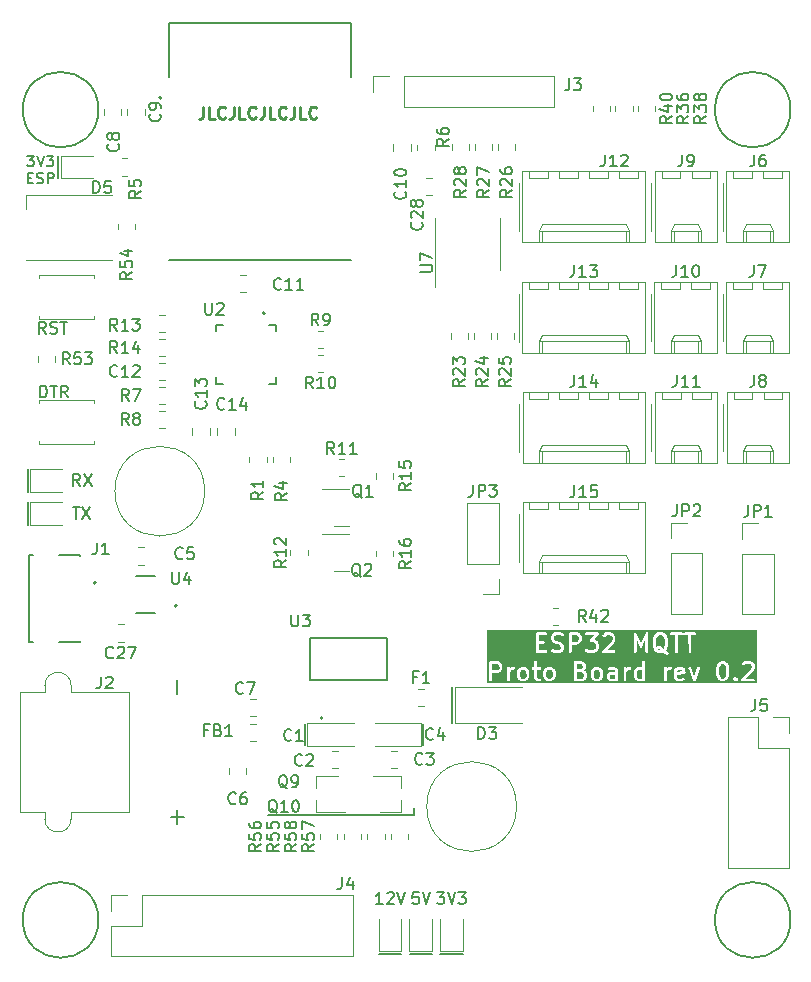
<source format=gbr>
%TF.GenerationSoftware,KiCad,Pcbnew,8.0.2*%
%TF.CreationDate,2024-07-11T10:11:00+02:00*%
%TF.ProjectId,HomeAssistant,486f6d65-4173-4736-9973-74616e742e6b,0.1*%
%TF.SameCoordinates,Original*%
%TF.FileFunction,Legend,Top*%
%TF.FilePolarity,Positive*%
%FSLAX46Y46*%
G04 Gerber Fmt 4.6, Leading zero omitted, Abs format (unit mm)*
G04 Created by KiCad (PCBNEW 8.0.2) date 2024-07-11 10:11:00*
%MOMM*%
%LPD*%
G01*
G04 APERTURE LIST*
%ADD10C,0.150000*%
%ADD11C,0.250000*%
%ADD12C,0.120000*%
%ADD13C,0.127000*%
%ADD14C,0.200000*%
G04 APERTURE END LIST*
D10*
X65400000Y-85550000D02*
X65400000Y-83650000D01*
X100350000Y-124650000D02*
X102250000Y-124650000D01*
X97750000Y-124650000D02*
X99650000Y-124650000D01*
X65400000Y-88350000D02*
X65400000Y-86450000D01*
X68000000Y-57090000D02*
X68000000Y-59010000D01*
X88900000Y-107000000D02*
X88900000Y-105200000D01*
X95150000Y-124650000D02*
X97050000Y-124650000D01*
X98900000Y-107000000D02*
X98900000Y-105200000D01*
X85800000Y-112900000D02*
X98100000Y-112900000D01*
X101300000Y-105100000D02*
X101300000Y-102100000D01*
X98100000Y-112900000D02*
X98100000Y-112300000D01*
X66457143Y-77554819D02*
X66457143Y-76554819D01*
X66457143Y-76554819D02*
X66695238Y-76554819D01*
X66695238Y-76554819D02*
X66838095Y-76602438D01*
X66838095Y-76602438D02*
X66933333Y-76697676D01*
X66933333Y-76697676D02*
X66980952Y-76792914D01*
X66980952Y-76792914D02*
X67028571Y-76983390D01*
X67028571Y-76983390D02*
X67028571Y-77126247D01*
X67028571Y-77126247D02*
X66980952Y-77316723D01*
X66980952Y-77316723D02*
X66933333Y-77411961D01*
X66933333Y-77411961D02*
X66838095Y-77507200D01*
X66838095Y-77507200D02*
X66695238Y-77554819D01*
X66695238Y-77554819D02*
X66457143Y-77554819D01*
X67314286Y-76554819D02*
X67885714Y-76554819D01*
X67600000Y-77554819D02*
X67600000Y-76554819D01*
X68790476Y-77554819D02*
X68457143Y-77078628D01*
X68219048Y-77554819D02*
X68219048Y-76554819D01*
X68219048Y-76554819D02*
X68600000Y-76554819D01*
X68600000Y-76554819D02*
X68695238Y-76602438D01*
X68695238Y-76602438D02*
X68742857Y-76650057D01*
X68742857Y-76650057D02*
X68790476Y-76745295D01*
X68790476Y-76745295D02*
X68790476Y-76888152D01*
X68790476Y-76888152D02*
X68742857Y-76983390D01*
X68742857Y-76983390D02*
X68695238Y-77031009D01*
X68695238Y-77031009D02*
X68600000Y-77078628D01*
X68600000Y-77078628D02*
X68219048Y-77078628D01*
D11*
X80280951Y-52949619D02*
X80280951Y-53663904D01*
X80280951Y-53663904D02*
X80233332Y-53806761D01*
X80233332Y-53806761D02*
X80138094Y-53902000D01*
X80138094Y-53902000D02*
X79995237Y-53949619D01*
X79995237Y-53949619D02*
X79899999Y-53949619D01*
X81233332Y-53949619D02*
X80757142Y-53949619D01*
X80757142Y-53949619D02*
X80757142Y-52949619D01*
X82138094Y-53854380D02*
X82090475Y-53902000D01*
X82090475Y-53902000D02*
X81947618Y-53949619D01*
X81947618Y-53949619D02*
X81852380Y-53949619D01*
X81852380Y-53949619D02*
X81709523Y-53902000D01*
X81709523Y-53902000D02*
X81614285Y-53806761D01*
X81614285Y-53806761D02*
X81566666Y-53711523D01*
X81566666Y-53711523D02*
X81519047Y-53521047D01*
X81519047Y-53521047D02*
X81519047Y-53378190D01*
X81519047Y-53378190D02*
X81566666Y-53187714D01*
X81566666Y-53187714D02*
X81614285Y-53092476D01*
X81614285Y-53092476D02*
X81709523Y-52997238D01*
X81709523Y-52997238D02*
X81852380Y-52949619D01*
X81852380Y-52949619D02*
X81947618Y-52949619D01*
X81947618Y-52949619D02*
X82090475Y-52997238D01*
X82090475Y-52997238D02*
X82138094Y-53044857D01*
X82852380Y-52949619D02*
X82852380Y-53663904D01*
X82852380Y-53663904D02*
X82804761Y-53806761D01*
X82804761Y-53806761D02*
X82709523Y-53902000D01*
X82709523Y-53902000D02*
X82566666Y-53949619D01*
X82566666Y-53949619D02*
X82471428Y-53949619D01*
X83804761Y-53949619D02*
X83328571Y-53949619D01*
X83328571Y-53949619D02*
X83328571Y-52949619D01*
X84709523Y-53854380D02*
X84661904Y-53902000D01*
X84661904Y-53902000D02*
X84519047Y-53949619D01*
X84519047Y-53949619D02*
X84423809Y-53949619D01*
X84423809Y-53949619D02*
X84280952Y-53902000D01*
X84280952Y-53902000D02*
X84185714Y-53806761D01*
X84185714Y-53806761D02*
X84138095Y-53711523D01*
X84138095Y-53711523D02*
X84090476Y-53521047D01*
X84090476Y-53521047D02*
X84090476Y-53378190D01*
X84090476Y-53378190D02*
X84138095Y-53187714D01*
X84138095Y-53187714D02*
X84185714Y-53092476D01*
X84185714Y-53092476D02*
X84280952Y-52997238D01*
X84280952Y-52997238D02*
X84423809Y-52949619D01*
X84423809Y-52949619D02*
X84519047Y-52949619D01*
X84519047Y-52949619D02*
X84661904Y-52997238D01*
X84661904Y-52997238D02*
X84709523Y-53044857D01*
X85423809Y-52949619D02*
X85423809Y-53663904D01*
X85423809Y-53663904D02*
X85376190Y-53806761D01*
X85376190Y-53806761D02*
X85280952Y-53902000D01*
X85280952Y-53902000D02*
X85138095Y-53949619D01*
X85138095Y-53949619D02*
X85042857Y-53949619D01*
X86376190Y-53949619D02*
X85900000Y-53949619D01*
X85900000Y-53949619D02*
X85900000Y-52949619D01*
X87280952Y-53854380D02*
X87233333Y-53902000D01*
X87233333Y-53902000D02*
X87090476Y-53949619D01*
X87090476Y-53949619D02*
X86995238Y-53949619D01*
X86995238Y-53949619D02*
X86852381Y-53902000D01*
X86852381Y-53902000D02*
X86757143Y-53806761D01*
X86757143Y-53806761D02*
X86709524Y-53711523D01*
X86709524Y-53711523D02*
X86661905Y-53521047D01*
X86661905Y-53521047D02*
X86661905Y-53378190D01*
X86661905Y-53378190D02*
X86709524Y-53187714D01*
X86709524Y-53187714D02*
X86757143Y-53092476D01*
X86757143Y-53092476D02*
X86852381Y-52997238D01*
X86852381Y-52997238D02*
X86995238Y-52949619D01*
X86995238Y-52949619D02*
X87090476Y-52949619D01*
X87090476Y-52949619D02*
X87233333Y-52997238D01*
X87233333Y-52997238D02*
X87280952Y-53044857D01*
X87995238Y-52949619D02*
X87995238Y-53663904D01*
X87995238Y-53663904D02*
X87947619Y-53806761D01*
X87947619Y-53806761D02*
X87852381Y-53902000D01*
X87852381Y-53902000D02*
X87709524Y-53949619D01*
X87709524Y-53949619D02*
X87614286Y-53949619D01*
X88947619Y-53949619D02*
X88471429Y-53949619D01*
X88471429Y-53949619D02*
X88471429Y-52949619D01*
X89852381Y-53854380D02*
X89804762Y-53902000D01*
X89804762Y-53902000D02*
X89661905Y-53949619D01*
X89661905Y-53949619D02*
X89566667Y-53949619D01*
X89566667Y-53949619D02*
X89423810Y-53902000D01*
X89423810Y-53902000D02*
X89328572Y-53806761D01*
X89328572Y-53806761D02*
X89280953Y-53711523D01*
X89280953Y-53711523D02*
X89233334Y-53521047D01*
X89233334Y-53521047D02*
X89233334Y-53378190D01*
X89233334Y-53378190D02*
X89280953Y-53187714D01*
X89280953Y-53187714D02*
X89328572Y-53092476D01*
X89328572Y-53092476D02*
X89423810Y-52997238D01*
X89423810Y-52997238D02*
X89566667Y-52949619D01*
X89566667Y-52949619D02*
X89661905Y-52949619D01*
X89661905Y-52949619D02*
X89804762Y-52997238D01*
X89804762Y-52997238D02*
X89852381Y-53044857D01*
G36*
X107551431Y-100659028D02*
G01*
X107595658Y-100701592D01*
X107646567Y-100800173D01*
X107648526Y-101169711D01*
X107600786Y-101268390D01*
X107558225Y-101312614D01*
X107459396Y-101363650D01*
X107303836Y-101365216D01*
X107205710Y-101317743D01*
X107161486Y-101275182D01*
X107110576Y-101176598D01*
X107108617Y-100807061D01*
X107156356Y-100708384D01*
X107198921Y-100664157D01*
X107297748Y-100613121D01*
X107453307Y-100611555D01*
X107551431Y-100659028D01*
G37*
G36*
X109765717Y-100659028D02*
G01*
X109809944Y-100701592D01*
X109860853Y-100800173D01*
X109862812Y-101169711D01*
X109815072Y-101268390D01*
X109772511Y-101312614D01*
X109673682Y-101363650D01*
X109518122Y-101365216D01*
X109419996Y-101317743D01*
X109375772Y-101275182D01*
X109324862Y-101176598D01*
X109322903Y-100807061D01*
X109370642Y-100708384D01*
X109413207Y-100664157D01*
X109512034Y-100613121D01*
X109667593Y-100611555D01*
X109765717Y-100659028D01*
G37*
G36*
X112416323Y-100880770D02*
G01*
X112452800Y-100915875D01*
X112503836Y-101014704D01*
X112505402Y-101170264D01*
X112457929Y-101268390D01*
X112415368Y-101312614D01*
X112316849Y-101363490D01*
X111896234Y-101365186D01*
X111895387Y-100827104D01*
X112245054Y-100825502D01*
X112416323Y-100880770D01*
G37*
G36*
X112337148Y-100159029D02*
G01*
X112381372Y-100201592D01*
X112432525Y-100300644D01*
X112433737Y-100385040D01*
X112386501Y-100482674D01*
X112343938Y-100526900D01*
X112245392Y-100577791D01*
X111894996Y-100579396D01*
X111894261Y-100112823D01*
X112238383Y-100111247D01*
X112337148Y-100159029D01*
G37*
G36*
X113765717Y-100659028D02*
G01*
X113809944Y-100701592D01*
X113860853Y-100800173D01*
X113862812Y-101169711D01*
X113815072Y-101268390D01*
X113772511Y-101312614D01*
X113673682Y-101363650D01*
X113518122Y-101365216D01*
X113419996Y-101317743D01*
X113375772Y-101275182D01*
X113324862Y-101176598D01*
X113322903Y-100807061D01*
X113370642Y-100708384D01*
X113413207Y-100664157D01*
X113512034Y-100613121D01*
X113667593Y-100611555D01*
X113765717Y-100659028D01*
G37*
G36*
X115148319Y-101339861D02*
G01*
X115102447Y-101363550D01*
X114804274Y-101365427D01*
X114722104Y-101325674D01*
X114681762Y-101247555D01*
X114680550Y-101163161D01*
X114719855Y-101081918D01*
X114797555Y-101041793D01*
X115109496Y-101039829D01*
X115112938Y-101040977D01*
X115130983Y-101039694D01*
X115147428Y-101039590D01*
X115148319Y-101339861D01*
G37*
G36*
X117433165Y-100636368D02*
G01*
X117434273Y-101339737D01*
X117388086Y-101363588D01*
X117161247Y-101365346D01*
X117062853Y-101317743D01*
X117018629Y-101275182D01*
X116967719Y-101176598D01*
X116965760Y-100807061D01*
X117013499Y-100708384D01*
X117056064Y-100664157D01*
X117154771Y-100613183D01*
X117381610Y-100611425D01*
X117433165Y-100636368D01*
G37*
G36*
X120820754Y-100651098D02*
G01*
X120861096Y-100729216D01*
X120861298Y-100743268D01*
X120394671Y-100838142D01*
X120394258Y-100735782D01*
X120434140Y-100653346D01*
X120511913Y-100613183D01*
X120738753Y-100611425D01*
X120820754Y-100651098D01*
G37*
G36*
X124408573Y-100159028D02*
G01*
X124452800Y-100201592D01*
X124508703Y-100309844D01*
X124575044Y-100566962D01*
X124577100Y-100893384D01*
X124514785Y-101150867D01*
X124457928Y-101268390D01*
X124415367Y-101312614D01*
X124316312Y-101363767D01*
X124231917Y-101364979D01*
X124134281Y-101317743D01*
X124090056Y-101275181D01*
X124034152Y-101166927D01*
X123967812Y-100909810D01*
X123965756Y-100583388D01*
X124028070Y-100325904D01*
X124084927Y-100208383D01*
X124127492Y-100164157D01*
X124226544Y-100113004D01*
X124310939Y-100111792D01*
X124408573Y-100159028D01*
G37*
G36*
X105265717Y-100159028D02*
G01*
X105309944Y-100201592D01*
X105360979Y-100300418D01*
X105362545Y-100455978D01*
X105315072Y-100554104D01*
X105272511Y-100598328D01*
X105173992Y-100649204D01*
X104752252Y-100650905D01*
X104751404Y-100112890D01*
X105166890Y-100111215D01*
X105265717Y-100159028D01*
G37*
G36*
X118667494Y-98785773D02*
G01*
X118701982Y-98820261D01*
X118747042Y-98838925D01*
X118771428Y-98841327D01*
X118882367Y-98839733D01*
X118979487Y-98886721D01*
X119042823Y-98949134D01*
X118875532Y-98950430D01*
X118777517Y-98903010D01*
X118670510Y-98798251D01*
X118666955Y-98784473D01*
X118667494Y-98785773D01*
G37*
G36*
X119193912Y-97743931D02*
G01*
X119300916Y-97848689D01*
X119360746Y-98080569D01*
X119362894Y-98549562D01*
X119303921Y-98793242D01*
X119271367Y-98826493D01*
X119145145Y-98702110D01*
X119133781Y-98689007D01*
X119128431Y-98685639D01*
X119126588Y-98683823D01*
X119123540Y-98682560D01*
X119113044Y-98675953D01*
X118985664Y-98614326D01*
X118983731Y-98612393D01*
X118969392Y-98606453D01*
X118947301Y-98595766D01*
X118942819Y-98595447D01*
X118938671Y-98593729D01*
X118914285Y-98591327D01*
X118747042Y-98593729D01*
X118701982Y-98612393D01*
X118667494Y-98646881D01*
X118648830Y-98691941D01*
X118648830Y-98714223D01*
X118610681Y-98566371D01*
X118608533Y-98097377D01*
X118667505Y-97853697D01*
X118769178Y-97749845D01*
X118869056Y-97698267D01*
X119095895Y-97696509D01*
X119193912Y-97743931D01*
G37*
G36*
X111980002Y-97744112D02*
G01*
X112024229Y-97786676D01*
X112075264Y-97885502D01*
X112076830Y-98041062D01*
X112029357Y-98139188D01*
X111986796Y-98183412D01*
X111888277Y-98234288D01*
X111466537Y-98235989D01*
X111465689Y-97697974D01*
X111881175Y-97696299D01*
X111980002Y-97744112D01*
G37*
G36*
X127134524Y-101780053D02*
G01*
X104336905Y-101780053D01*
X104336905Y-99988386D01*
X104503572Y-99988386D01*
X104505974Y-101512772D01*
X104524638Y-101557832D01*
X104559126Y-101592320D01*
X104604186Y-101610984D01*
X104652958Y-101610984D01*
X104698018Y-101592320D01*
X104732506Y-101557832D01*
X104751170Y-101512772D01*
X104753572Y-101488386D01*
X104752642Y-100898599D01*
X105180633Y-100896874D01*
X105184367Y-100898119D01*
X105203154Y-100896783D01*
X105224387Y-100896698D01*
X105228535Y-100894979D01*
X105233017Y-100894661D01*
X105255902Y-100885904D01*
X105397923Y-100812561D01*
X105412304Y-100806605D01*
X105417133Y-100802641D01*
X105419497Y-100801421D01*
X105421660Y-100798926D01*
X105431246Y-100791060D01*
X105502516Y-100717006D01*
X105513036Y-100707882D01*
X105516323Y-100702659D01*
X105518220Y-100700689D01*
X105519481Y-100697642D01*
X105526091Y-100687144D01*
X105587715Y-100559765D01*
X105589649Y-100557832D01*
X105595589Y-100543490D01*
X105606276Y-100521401D01*
X105606594Y-100516921D01*
X105608313Y-100512772D01*
X105610715Y-100488386D01*
X106003572Y-100488386D01*
X106005974Y-101512772D01*
X106024638Y-101557832D01*
X106059126Y-101592320D01*
X106104186Y-101610984D01*
X106152958Y-101610984D01*
X106198018Y-101592320D01*
X106232506Y-101557832D01*
X106251170Y-101512772D01*
X106253572Y-101488386D01*
X106251972Y-100806031D01*
X106267420Y-100774100D01*
X106860715Y-100774100D01*
X106862885Y-101183468D01*
X106861696Y-101187038D01*
X106863002Y-101205415D01*
X106863117Y-101227058D01*
X106864835Y-101231206D01*
X106865154Y-101235688D01*
X106873911Y-101258573D01*
X106947253Y-101400594D01*
X106953210Y-101414975D01*
X106957173Y-101419804D01*
X106958394Y-101422168D01*
X106960888Y-101424331D01*
X106968755Y-101433917D01*
X107042808Y-101505187D01*
X107051933Y-101515707D01*
X107057155Y-101518994D01*
X107059126Y-101520891D01*
X107062172Y-101522152D01*
X107072671Y-101528762D01*
X107200049Y-101590386D01*
X107201983Y-101592320D01*
X107216324Y-101598260D01*
X107238414Y-101608947D01*
X107242893Y-101609265D01*
X107247043Y-101610984D01*
X107271429Y-101613386D01*
X107467115Y-101611416D01*
X107470081Y-101612405D01*
X107486769Y-101611218D01*
X107510101Y-101610984D01*
X107514249Y-101609265D01*
X107518731Y-101608947D01*
X107541616Y-101600190D01*
X107683637Y-101526847D01*
X107698018Y-101520891D01*
X107702847Y-101516927D01*
X107705211Y-101515707D01*
X107707374Y-101513212D01*
X107716960Y-101505346D01*
X107788230Y-101431292D01*
X107798750Y-101422168D01*
X107802037Y-101416945D01*
X107803934Y-101414975D01*
X107805195Y-101411928D01*
X107811805Y-101401430D01*
X107873429Y-101274051D01*
X107875363Y-101272118D01*
X107881303Y-101257776D01*
X107891990Y-101235687D01*
X107892308Y-101231207D01*
X107894027Y-101227058D01*
X107896429Y-101202672D01*
X107894258Y-100793303D01*
X107895448Y-100789734D01*
X107894141Y-100771357D01*
X107894027Y-100749714D01*
X107892308Y-100745564D01*
X107891990Y-100741085D01*
X107883233Y-100718199D01*
X107809893Y-100576181D01*
X107803934Y-100561796D01*
X107799969Y-100556964D01*
X107798750Y-100554604D01*
X107796258Y-100552442D01*
X107788389Y-100542854D01*
X107714327Y-100471577D01*
X107707756Y-100464000D01*
X108077403Y-100464000D01*
X108077403Y-100512772D01*
X108096067Y-100557832D01*
X108130555Y-100592320D01*
X108175615Y-100610984D01*
X108200001Y-100613386D01*
X108290431Y-100613021D01*
X108291607Y-101254445D01*
X108290267Y-101258466D01*
X108291650Y-101277927D01*
X108291688Y-101298486D01*
X108293406Y-101302634D01*
X108293725Y-101307116D01*
X108302483Y-101330002D01*
X108373046Y-101466643D01*
X108377120Y-101478863D01*
X108382649Y-101485238D01*
X108386966Y-101493597D01*
X108398805Y-101503865D01*
X108409076Y-101515707D01*
X108421413Y-101523473D01*
X108423811Y-101525553D01*
X108425735Y-101526194D01*
X108429814Y-101528762D01*
X108557192Y-101590386D01*
X108559126Y-101592320D01*
X108573467Y-101598260D01*
X108595557Y-101608947D01*
X108600036Y-101609265D01*
X108604186Y-101610984D01*
X108628572Y-101613386D01*
X108795815Y-101610984D01*
X108840875Y-101592320D01*
X108875363Y-101557832D01*
X108894027Y-101512772D01*
X108894027Y-101464000D01*
X108875363Y-101418940D01*
X108840875Y-101384452D01*
X108795815Y-101365788D01*
X108771429Y-101363386D01*
X108660489Y-101364979D01*
X108579246Y-101325674D01*
X108539238Y-101248202D01*
X108538369Y-100774100D01*
X109075001Y-100774100D01*
X109077171Y-101183468D01*
X109075982Y-101187038D01*
X109077288Y-101205415D01*
X109077403Y-101227058D01*
X109079121Y-101231206D01*
X109079440Y-101235688D01*
X109088197Y-101258573D01*
X109161539Y-101400594D01*
X109167496Y-101414975D01*
X109171459Y-101419804D01*
X109172680Y-101422168D01*
X109175174Y-101424331D01*
X109183041Y-101433917D01*
X109257094Y-101505187D01*
X109266219Y-101515707D01*
X109271441Y-101518994D01*
X109273412Y-101520891D01*
X109276458Y-101522152D01*
X109286957Y-101528762D01*
X109414335Y-101590386D01*
X109416269Y-101592320D01*
X109430610Y-101598260D01*
X109452700Y-101608947D01*
X109457179Y-101609265D01*
X109461329Y-101610984D01*
X109485715Y-101613386D01*
X109681401Y-101611416D01*
X109684367Y-101612405D01*
X109701055Y-101611218D01*
X109724387Y-101610984D01*
X109728535Y-101609265D01*
X109733017Y-101608947D01*
X109755902Y-101600190D01*
X109897923Y-101526847D01*
X109912304Y-101520891D01*
X109917133Y-101516927D01*
X109919497Y-101515707D01*
X109921660Y-101513212D01*
X109931246Y-101505346D01*
X110002516Y-101431292D01*
X110013036Y-101422168D01*
X110016323Y-101416945D01*
X110018220Y-101414975D01*
X110019481Y-101411928D01*
X110026091Y-101401430D01*
X110087715Y-101274051D01*
X110089649Y-101272118D01*
X110095589Y-101257776D01*
X110106276Y-101235687D01*
X110106594Y-101231207D01*
X110108313Y-101227058D01*
X110110715Y-101202672D01*
X110108544Y-100793303D01*
X110109734Y-100789734D01*
X110108427Y-100771357D01*
X110108313Y-100749714D01*
X110106594Y-100745564D01*
X110106276Y-100741085D01*
X110097519Y-100718199D01*
X110024179Y-100576181D01*
X110018220Y-100561796D01*
X110014255Y-100556964D01*
X110013036Y-100554604D01*
X110010544Y-100552442D01*
X110002675Y-100542854D01*
X109928613Y-100471577D01*
X109919497Y-100461066D01*
X109914277Y-100457780D01*
X109912304Y-100455881D01*
X109909252Y-100454617D01*
X109898760Y-100448012D01*
X109771380Y-100386385D01*
X109769447Y-100384452D01*
X109755108Y-100378512D01*
X109733017Y-100367825D01*
X109728535Y-100367506D01*
X109724387Y-100365788D01*
X109700001Y-100363386D01*
X109504313Y-100365355D01*
X109501348Y-100364367D01*
X109484659Y-100365553D01*
X109461329Y-100365788D01*
X109457180Y-100367506D01*
X109452698Y-100367825D01*
X109429813Y-100376583D01*
X109287797Y-100449922D01*
X109273412Y-100455881D01*
X109268579Y-100459847D01*
X109266219Y-100461066D01*
X109264058Y-100463557D01*
X109254470Y-100471426D01*
X109183193Y-100545485D01*
X109172680Y-100554604D01*
X109169394Y-100559823D01*
X109167496Y-100561796D01*
X109166232Y-100564846D01*
X109159626Y-100575341D01*
X109097999Y-100702721D01*
X109096067Y-100704654D01*
X109090128Y-100718990D01*
X109079440Y-100741084D01*
X109079121Y-100745565D01*
X109077403Y-100749714D01*
X109075001Y-100774100D01*
X108538369Y-100774100D01*
X108538072Y-100612023D01*
X108795815Y-100610984D01*
X108840875Y-100592320D01*
X108875363Y-100557832D01*
X108894027Y-100512772D01*
X108894027Y-100464000D01*
X108875363Y-100418940D01*
X108840875Y-100384452D01*
X108795815Y-100365788D01*
X108771429Y-100363386D01*
X108537617Y-100364328D01*
X108536929Y-99988386D01*
X111646429Y-99988386D01*
X111648831Y-101512772D01*
X111667495Y-101557832D01*
X111701983Y-101592320D01*
X111747043Y-101610984D01*
X111771429Y-101613386D01*
X112323490Y-101611160D01*
X112327224Y-101612405D01*
X112346011Y-101611069D01*
X112367244Y-101610984D01*
X112371392Y-101609265D01*
X112375874Y-101608947D01*
X112398759Y-101600190D01*
X112540780Y-101526847D01*
X112555161Y-101520891D01*
X112559990Y-101516927D01*
X112562354Y-101515707D01*
X112564517Y-101513212D01*
X112574103Y-101505346D01*
X112645373Y-101431292D01*
X112655893Y-101422168D01*
X112659180Y-101416945D01*
X112661077Y-101414975D01*
X112662338Y-101411928D01*
X112668948Y-101401430D01*
X112730572Y-101274051D01*
X112732506Y-101272118D01*
X112738446Y-101257776D01*
X112749133Y-101235687D01*
X112749451Y-101231207D01*
X112751170Y-101227058D01*
X112753572Y-101202672D01*
X112751602Y-101006985D01*
X112752591Y-101004020D01*
X112751404Y-100987332D01*
X112751170Y-100964000D01*
X112749451Y-100959850D01*
X112749133Y-100955371D01*
X112740376Y-100932485D01*
X112667033Y-100790463D01*
X112661077Y-100776083D01*
X112659450Y-100774100D01*
X113075001Y-100774100D01*
X113077171Y-101183468D01*
X113075982Y-101187038D01*
X113077288Y-101205415D01*
X113077403Y-101227058D01*
X113079121Y-101231206D01*
X113079440Y-101235688D01*
X113088197Y-101258573D01*
X113161539Y-101400594D01*
X113167496Y-101414975D01*
X113171459Y-101419804D01*
X113172680Y-101422168D01*
X113175174Y-101424331D01*
X113183041Y-101433917D01*
X113257094Y-101505187D01*
X113266219Y-101515707D01*
X113271441Y-101518994D01*
X113273412Y-101520891D01*
X113276458Y-101522152D01*
X113286957Y-101528762D01*
X113414335Y-101590386D01*
X113416269Y-101592320D01*
X113430610Y-101598260D01*
X113452700Y-101608947D01*
X113457179Y-101609265D01*
X113461329Y-101610984D01*
X113485715Y-101613386D01*
X113681401Y-101611416D01*
X113684367Y-101612405D01*
X113701055Y-101611218D01*
X113724387Y-101610984D01*
X113728535Y-101609265D01*
X113733017Y-101608947D01*
X113755902Y-101600190D01*
X113897923Y-101526847D01*
X113912304Y-101520891D01*
X113917133Y-101516927D01*
X113919497Y-101515707D01*
X113921660Y-101513212D01*
X113931246Y-101505346D01*
X114002516Y-101431292D01*
X114013036Y-101422168D01*
X114016323Y-101416945D01*
X114018220Y-101414975D01*
X114019481Y-101411928D01*
X114026091Y-101401430D01*
X114087715Y-101274051D01*
X114089649Y-101272118D01*
X114095589Y-101257776D01*
X114106276Y-101235687D01*
X114106594Y-101231207D01*
X114108313Y-101227058D01*
X114110715Y-101202672D01*
X114110336Y-101131243D01*
X114432144Y-101131243D01*
X114433936Y-101256032D01*
X114433125Y-101258466D01*
X114434185Y-101273385D01*
X114434546Y-101298486D01*
X114436264Y-101302635D01*
X114436583Y-101307115D01*
X114445340Y-101330001D01*
X114515905Y-101466647D01*
X114519977Y-101478863D01*
X114525504Y-101485235D01*
X114529822Y-101493597D01*
X114541665Y-101503869D01*
X114551934Y-101515708D01*
X114564267Y-101523472D01*
X114566667Y-101525553D01*
X114568593Y-101526195D01*
X114572671Y-101528762D01*
X114700050Y-101590386D01*
X114701984Y-101592320D01*
X114716324Y-101598259D01*
X114738415Y-101608947D01*
X114742894Y-101609265D01*
X114747044Y-101610984D01*
X114771430Y-101613386D01*
X115109495Y-101611257D01*
X115112938Y-101612405D01*
X115130983Y-101611122D01*
X115152958Y-101610984D01*
X115157107Y-101609265D01*
X115161587Y-101608947D01*
X115184473Y-101600190D01*
X115201210Y-101591546D01*
X115201984Y-101592320D01*
X115247044Y-101610984D01*
X115295816Y-101610984D01*
X115340876Y-101592320D01*
X115375364Y-101557832D01*
X115394028Y-101512772D01*
X115396430Y-101488386D01*
X115394577Y-100863775D01*
X115395449Y-100861163D01*
X115394531Y-100848261D01*
X115394158Y-100722177D01*
X115395449Y-100718305D01*
X115394089Y-100699185D01*
X115394028Y-100678286D01*
X115392309Y-100674137D01*
X115391991Y-100669655D01*
X115383233Y-100646770D01*
X115312667Y-100510126D01*
X115308596Y-100497911D01*
X115303067Y-100491537D01*
X115301440Y-100488386D01*
X115860715Y-100488386D01*
X115863117Y-101512772D01*
X115881781Y-101557832D01*
X115916269Y-101592320D01*
X115961329Y-101610984D01*
X116010101Y-101610984D01*
X116055161Y-101592320D01*
X116089649Y-101557832D01*
X116108313Y-101512772D01*
X116110715Y-101488386D01*
X116109115Y-100806031D01*
X116124563Y-100774100D01*
X116717858Y-100774100D01*
X116720028Y-101183468D01*
X116718839Y-101187038D01*
X116720145Y-101205415D01*
X116720260Y-101227058D01*
X116721978Y-101231206D01*
X116722297Y-101235688D01*
X116731054Y-101258573D01*
X116804396Y-101400594D01*
X116810353Y-101414975D01*
X116814316Y-101419804D01*
X116815537Y-101422168D01*
X116818031Y-101424331D01*
X116825898Y-101433917D01*
X116899951Y-101505187D01*
X116909076Y-101515707D01*
X116914298Y-101518994D01*
X116916269Y-101520891D01*
X116919315Y-101522152D01*
X116929814Y-101528762D01*
X117057192Y-101590386D01*
X117059126Y-101592320D01*
X117073467Y-101598260D01*
X117095557Y-101608947D01*
X117100036Y-101609265D01*
X117104186Y-101610984D01*
X117128572Y-101613386D01*
X117395394Y-101611319D01*
X117398652Y-101612405D01*
X117416193Y-101611158D01*
X117438672Y-101610984D01*
X117442821Y-101609265D01*
X117447301Y-101608947D01*
X117470187Y-101600190D01*
X117486924Y-101591546D01*
X117487698Y-101592320D01*
X117532758Y-101610984D01*
X117581530Y-101610984D01*
X117626590Y-101592320D01*
X117661078Y-101557832D01*
X117679742Y-101512772D01*
X117682144Y-101488386D01*
X117680667Y-100551156D01*
X117681163Y-100544181D01*
X117680653Y-100542653D01*
X117680568Y-100488386D01*
X119289286Y-100488386D01*
X119291688Y-101512772D01*
X119310352Y-101557832D01*
X119344840Y-101592320D01*
X119389900Y-101610984D01*
X119438672Y-101610984D01*
X119483732Y-101592320D01*
X119518220Y-101557832D01*
X119536884Y-101512772D01*
X119539286Y-101488386D01*
X119537686Y-100806031D01*
X119584928Y-100708383D01*
X119590425Y-100702672D01*
X120146429Y-100702672D01*
X120147558Y-100982808D01*
X120146429Y-100988517D01*
X120147605Y-100994397D01*
X120148654Y-101254732D01*
X120147410Y-101258466D01*
X120148745Y-101277253D01*
X120148831Y-101298486D01*
X120150549Y-101302635D01*
X120150868Y-101307115D01*
X120159625Y-101330001D01*
X120230190Y-101466647D01*
X120234262Y-101478863D01*
X120239789Y-101485235D01*
X120244107Y-101493597D01*
X120255950Y-101503869D01*
X120266219Y-101515708D01*
X120278552Y-101523472D01*
X120280952Y-101525553D01*
X120282878Y-101526195D01*
X120286956Y-101528762D01*
X120414335Y-101590386D01*
X120416269Y-101592320D01*
X120430609Y-101598259D01*
X120452700Y-101608947D01*
X120457179Y-101609265D01*
X120461329Y-101610984D01*
X120485715Y-101613386D01*
X120752537Y-101611319D01*
X120755795Y-101612405D01*
X120773337Y-101611158D01*
X120795815Y-101610984D01*
X120799963Y-101609265D01*
X120804445Y-101608947D01*
X120827330Y-101600190D01*
X120990925Y-101515707D01*
X121022881Y-101478862D01*
X121038305Y-101432592D01*
X121034847Y-101383942D01*
X121013036Y-101340319D01*
X120976191Y-101308363D01*
X120929920Y-101292939D01*
X120881271Y-101296397D01*
X120858385Y-101305154D01*
X120745230Y-101363588D01*
X120518390Y-101365346D01*
X120436389Y-101325674D01*
X120396324Y-101248090D01*
X120395689Y-101090678D01*
X120998441Y-100968127D01*
X121010101Y-100968127D01*
X121021342Y-100963470D01*
X121033671Y-100960964D01*
X121043846Y-100954149D01*
X121055161Y-100949463D01*
X121063911Y-100940712D01*
X121074196Y-100933825D01*
X121080990Y-100923633D01*
X121089649Y-100914975D01*
X121094384Y-100903543D01*
X121101251Y-100893243D01*
X121103628Y-100881225D01*
X121108313Y-100869915D01*
X121110715Y-100845529D01*
X121110713Y-100845406D01*
X121110715Y-100845398D01*
X121110712Y-100845387D01*
X121108922Y-100720738D01*
X121109734Y-100718305D01*
X121108673Y-100703384D01*
X121108313Y-100678286D01*
X121106594Y-100674137D01*
X121106276Y-100669655D01*
X121097518Y-100646770D01*
X121026952Y-100510126D01*
X121025795Y-100506655D01*
X121362056Y-100506655D01*
X121367996Y-100530428D01*
X121721325Y-101512885D01*
X121721621Y-101518829D01*
X121729272Y-101534982D01*
X121735603Y-101552585D01*
X121739813Y-101557236D01*
X121742500Y-101562908D01*
X121756061Y-101575184D01*
X121768335Y-101588743D01*
X121774005Y-101591428D01*
X121778657Y-101595640D01*
X121795886Y-101601793D01*
X121812414Y-101609622D01*
X121818678Y-101609933D01*
X121824588Y-101612044D01*
X121842863Y-101611135D01*
X121861126Y-101612043D01*
X121867032Y-101609933D01*
X121873300Y-101609622D01*
X121889832Y-101601791D01*
X121907056Y-101595640D01*
X121911707Y-101591429D01*
X121917379Y-101588743D01*
X121929655Y-101575181D01*
X121943214Y-101562908D01*
X121945899Y-101557237D01*
X121950111Y-101552586D01*
X121960575Y-101530428D01*
X122304805Y-100559815D01*
X123717857Y-100559815D01*
X123720056Y-100909243D01*
X123718005Y-100923034D01*
X123720238Y-100938143D01*
X123720259Y-100941344D01*
X123720963Y-100943045D01*
X123721589Y-100947275D01*
X123792856Y-101223487D01*
X123793724Y-101235688D01*
X123800724Y-101253982D01*
X123801262Y-101256064D01*
X123801798Y-101256788D01*
X123802482Y-101258574D01*
X123875824Y-101400595D01*
X123881781Y-101414975D01*
X123885744Y-101419804D01*
X123886965Y-101422168D01*
X123889459Y-101424331D01*
X123897326Y-101433917D01*
X123971379Y-101505187D01*
X123980504Y-101515707D01*
X123985726Y-101518994D01*
X123987697Y-101520891D01*
X123990743Y-101522152D01*
X124001242Y-101528762D01*
X124128620Y-101590386D01*
X124130554Y-101592320D01*
X124144895Y-101598260D01*
X124166985Y-101608947D01*
X124171464Y-101609265D01*
X124175614Y-101610984D01*
X124200000Y-101613386D01*
X124324789Y-101611593D01*
X124327223Y-101612405D01*
X124342143Y-101611344D01*
X124367243Y-101610984D01*
X124371391Y-101609265D01*
X124375873Y-101608947D01*
X124398758Y-101600190D01*
X124540779Y-101526847D01*
X124555160Y-101520891D01*
X124559989Y-101516927D01*
X124562353Y-101515707D01*
X124564516Y-101513212D01*
X124574102Y-101505346D01*
X124645372Y-101431292D01*
X124655892Y-101422168D01*
X124659179Y-101416945D01*
X124661076Y-101414975D01*
X124662337Y-101411928D01*
X124668947Y-101401430D01*
X124673232Y-101392572D01*
X125148830Y-101392572D01*
X125148830Y-101441346D01*
X125167495Y-101486405D01*
X125167499Y-101486409D01*
X125183040Y-101505346D01*
X125273409Y-101592319D01*
X125273410Y-101592320D01*
X125284663Y-101596981D01*
X125318468Y-101610984D01*
X125318469Y-101610984D01*
X125318470Y-101610984D01*
X125367242Y-101610984D01*
X125412302Y-101592320D01*
X125412303Y-101592319D01*
X125431244Y-101576775D01*
X125518218Y-101486405D01*
X125527499Y-101463999D01*
X125791687Y-101463999D01*
X125791687Y-101512773D01*
X125796981Y-101525553D01*
X125810351Y-101557832D01*
X125844839Y-101592320D01*
X125876700Y-101605517D01*
X125889898Y-101610984D01*
X125889899Y-101610984D01*
X125914285Y-101613386D01*
X126867243Y-101610984D01*
X126912303Y-101592320D01*
X126946791Y-101557832D01*
X126965455Y-101512772D01*
X126965455Y-101464000D01*
X126946791Y-101418940D01*
X126912303Y-101384452D01*
X126867243Y-101365788D01*
X126842857Y-101363386D01*
X126213654Y-101364971D01*
X126844292Y-100731879D01*
X126848067Y-100729992D01*
X126860822Y-100715285D01*
X126875361Y-100700690D01*
X126877079Y-100696540D01*
X126880023Y-100693147D01*
X126890013Y-100670772D01*
X126959099Y-100456688D01*
X126965455Y-100441344D01*
X126966071Y-100435081D01*
X126966875Y-100432593D01*
X126966641Y-100429301D01*
X126967857Y-100416958D01*
X126966064Y-100292166D01*
X126966876Y-100289733D01*
X126965815Y-100274812D01*
X126965455Y-100249714D01*
X126963736Y-100245565D01*
X126963418Y-100241083D01*
X126954660Y-100218198D01*
X126881319Y-100076179D01*
X126875361Y-100061796D01*
X126871396Y-100056964D01*
X126870177Y-100054604D01*
X126867685Y-100052442D01*
X126859816Y-100042854D01*
X126785760Y-99971583D01*
X126776639Y-99961066D01*
X126771416Y-99957778D01*
X126769446Y-99955882D01*
X126766398Y-99954619D01*
X126755902Y-99948012D01*
X126628521Y-99886385D01*
X126626588Y-99884452D01*
X126612250Y-99878513D01*
X126590158Y-99867825D01*
X126585676Y-99867506D01*
X126581528Y-99865788D01*
X126557142Y-99863386D01*
X126219075Y-99865514D01*
X126215634Y-99864367D01*
X126197588Y-99865649D01*
X126175614Y-99865788D01*
X126171465Y-99867506D01*
X126166984Y-99867825D01*
X126144098Y-99876583D01*
X126002079Y-99949923D01*
X125987695Y-99955882D01*
X125982863Y-99959846D01*
X125980503Y-99961066D01*
X125978341Y-99963557D01*
X125968753Y-99971427D01*
X125881781Y-100061797D01*
X125863116Y-100106856D01*
X125863116Y-100155630D01*
X125881781Y-100200689D01*
X125916268Y-100235176D01*
X125961327Y-100253841D01*
X126010101Y-100253841D01*
X126055160Y-100235176D01*
X126074102Y-100219631D01*
X126127490Y-100164157D01*
X126226124Y-100113221D01*
X126524297Y-100111344D01*
X126622861Y-100159029D01*
X126667085Y-100201592D01*
X126718238Y-100300644D01*
X126719551Y-100392058D01*
X126665065Y-100560898D01*
X125810608Y-101418682D01*
X125810351Y-101418940D01*
X125799856Y-101444278D01*
X125791687Y-101463999D01*
X125527499Y-101463999D01*
X125536883Y-101441346D01*
X125536883Y-101392572D01*
X125535667Y-101389637D01*
X125523873Y-101361163D01*
X125518219Y-101347512D01*
X125518213Y-101347506D01*
X125502673Y-101328570D01*
X125412328Y-101241621D01*
X125412302Y-101241595D01*
X125377206Y-101227058D01*
X125367243Y-101222931D01*
X125367242Y-101222931D01*
X125318468Y-101222931D01*
X125294187Y-101232989D01*
X125273410Y-101241595D01*
X125273409Y-101241596D01*
X125254467Y-101257141D01*
X125167494Y-101347512D01*
X125161840Y-101361163D01*
X125150046Y-101389637D01*
X125148830Y-101392572D01*
X124673232Y-101392572D01*
X124734908Y-101265087D01*
X124741594Y-101256064D01*
X124748148Y-101237719D01*
X124749132Y-101235687D01*
X124749195Y-101234789D01*
X124749839Y-101232989D01*
X124817361Y-100953987D01*
X124822598Y-100941344D01*
X124824092Y-100926174D01*
X124824852Y-100923035D01*
X124824580Y-100921212D01*
X124825000Y-100916958D01*
X124822800Y-100567528D01*
X124824852Y-100553738D01*
X124822618Y-100538629D01*
X124822598Y-100535429D01*
X124821893Y-100533727D01*
X124821268Y-100529498D01*
X124749999Y-100253283D01*
X124749132Y-100241085D01*
X124742130Y-100222786D01*
X124741594Y-100220708D01*
X124741058Y-100219985D01*
X124740375Y-100218199D01*
X124667035Y-100076181D01*
X124661076Y-100061796D01*
X124657111Y-100056964D01*
X124655892Y-100054604D01*
X124653400Y-100052442D01*
X124645531Y-100042854D01*
X124571469Y-99971577D01*
X124562353Y-99961066D01*
X124557133Y-99957780D01*
X124555160Y-99955881D01*
X124552108Y-99954617D01*
X124541616Y-99948012D01*
X124414236Y-99886385D01*
X124412303Y-99884452D01*
X124397964Y-99878512D01*
X124375873Y-99867825D01*
X124371391Y-99867506D01*
X124367243Y-99865788D01*
X124342857Y-99863386D01*
X124218066Y-99865178D01*
X124215633Y-99864367D01*
X124200712Y-99865427D01*
X124175614Y-99865788D01*
X124171465Y-99867506D01*
X124166983Y-99867825D01*
X124144098Y-99876583D01*
X124002082Y-99949922D01*
X123987697Y-99955881D01*
X123982864Y-99959847D01*
X123980504Y-99961066D01*
X123978343Y-99963557D01*
X123968755Y-99971426D01*
X123897478Y-100045485D01*
X123886965Y-100054604D01*
X123883679Y-100059823D01*
X123881781Y-100061796D01*
X123880517Y-100064846D01*
X123873911Y-100075341D01*
X123807947Y-100211684D01*
X123801262Y-100220708D01*
X123794708Y-100239049D01*
X123793724Y-100241084D01*
X123793660Y-100241983D01*
X123793017Y-100243783D01*
X123725496Y-100522785D01*
X123720259Y-100535429D01*
X123718764Y-100550599D01*
X123718005Y-100553739D01*
X123718276Y-100555560D01*
X123717857Y-100559815D01*
X122304805Y-100559815D01*
X122323658Y-100506655D01*
X122321236Y-100457943D01*
X122300357Y-100413864D01*
X122264199Y-100381132D01*
X122218269Y-100364729D01*
X122169557Y-100367150D01*
X122125478Y-100388029D01*
X122092746Y-100424187D01*
X122082282Y-100446344D01*
X121843289Y-101120223D01*
X121592968Y-100424186D01*
X121560236Y-100388029D01*
X121516157Y-100367150D01*
X121467445Y-100364728D01*
X121421514Y-100381132D01*
X121385357Y-100413864D01*
X121364478Y-100457943D01*
X121362056Y-100506655D01*
X121025795Y-100506655D01*
X121022881Y-100497911D01*
X121017352Y-100491537D01*
X121013035Y-100483176D01*
X121001194Y-100472906D01*
X120990925Y-100461066D01*
X120978588Y-100453299D01*
X120976190Y-100451220D01*
X120974264Y-100450578D01*
X120970188Y-100448012D01*
X120842808Y-100386385D01*
X120840875Y-100384452D01*
X120826536Y-100378512D01*
X120804445Y-100367825D01*
X120799963Y-100367506D01*
X120795815Y-100365788D01*
X120771429Y-100363386D01*
X120504606Y-100365452D01*
X120501349Y-100364367D01*
X120483806Y-100365613D01*
X120461329Y-100365788D01*
X120457180Y-100367506D01*
X120452699Y-100367825D01*
X120429813Y-100376583D01*
X120293170Y-100447147D01*
X120280953Y-100451220D01*
X120274578Y-100456748D01*
X120266218Y-100461066D01*
X120255948Y-100472906D01*
X120244108Y-100483176D01*
X120236341Y-100495512D01*
X120234262Y-100497911D01*
X120233620Y-100499836D01*
X120231054Y-100503913D01*
X120169427Y-100631293D01*
X120167495Y-100633226D01*
X120161556Y-100647562D01*
X120150868Y-100669656D01*
X120150549Y-100674137D01*
X120148831Y-100678286D01*
X120146429Y-100702672D01*
X119590425Y-100702672D01*
X119627493Y-100664157D01*
X119726545Y-100613004D01*
X119867244Y-100610984D01*
X119912304Y-100592320D01*
X119946792Y-100557832D01*
X119965456Y-100512772D01*
X119965456Y-100464000D01*
X119946792Y-100418940D01*
X119912304Y-100384452D01*
X119867244Y-100365788D01*
X119842858Y-100363386D01*
X119718067Y-100365178D01*
X119715634Y-100364367D01*
X119700713Y-100365427D01*
X119675615Y-100365788D01*
X119671466Y-100367506D01*
X119666984Y-100367825D01*
X119644099Y-100376583D01*
X119525948Y-100437598D01*
X119518220Y-100418940D01*
X119483732Y-100384452D01*
X119438672Y-100365788D01*
X119389900Y-100365788D01*
X119344840Y-100384452D01*
X119310352Y-100418940D01*
X119291688Y-100464000D01*
X119289286Y-100488386D01*
X117680568Y-100488386D01*
X117679742Y-99964000D01*
X117661078Y-99918940D01*
X117626590Y-99884452D01*
X117581530Y-99865788D01*
X117532758Y-99865788D01*
X117487698Y-99884452D01*
X117453210Y-99918940D01*
X117434546Y-99964000D01*
X117432144Y-99988386D01*
X117432737Y-100365203D01*
X117414286Y-100363386D01*
X117147462Y-100365452D01*
X117144205Y-100364367D01*
X117126662Y-100365613D01*
X117104186Y-100365788D01*
X117100037Y-100367506D01*
X117095555Y-100367825D01*
X117072670Y-100376583D01*
X116930654Y-100449922D01*
X116916269Y-100455881D01*
X116911436Y-100459847D01*
X116909076Y-100461066D01*
X116906915Y-100463557D01*
X116897327Y-100471426D01*
X116826050Y-100545485D01*
X116815537Y-100554604D01*
X116812251Y-100559823D01*
X116810353Y-100561796D01*
X116809089Y-100564846D01*
X116802483Y-100575341D01*
X116740856Y-100702721D01*
X116738924Y-100704654D01*
X116732985Y-100718990D01*
X116722297Y-100741084D01*
X116721978Y-100745565D01*
X116720260Y-100749714D01*
X116717858Y-100774100D01*
X116124563Y-100774100D01*
X116156357Y-100708383D01*
X116198922Y-100664157D01*
X116297974Y-100613004D01*
X116438673Y-100610984D01*
X116483733Y-100592320D01*
X116518221Y-100557832D01*
X116536885Y-100512772D01*
X116536885Y-100464000D01*
X116518221Y-100418940D01*
X116483733Y-100384452D01*
X116438673Y-100365788D01*
X116414287Y-100363386D01*
X116289496Y-100365178D01*
X116287063Y-100364367D01*
X116272142Y-100365427D01*
X116247044Y-100365788D01*
X116242895Y-100367506D01*
X116238413Y-100367825D01*
X116215528Y-100376583D01*
X116097377Y-100437598D01*
X116089649Y-100418940D01*
X116055161Y-100384452D01*
X116010101Y-100365788D01*
X115961329Y-100365788D01*
X115916269Y-100384452D01*
X115881781Y-100418940D01*
X115863117Y-100464000D01*
X115860715Y-100488386D01*
X115301440Y-100488386D01*
X115298750Y-100483176D01*
X115286909Y-100472906D01*
X115276640Y-100461066D01*
X115264303Y-100453299D01*
X115261905Y-100451220D01*
X115259979Y-100450578D01*
X115255903Y-100448012D01*
X115128523Y-100386385D01*
X115126590Y-100384452D01*
X115112251Y-100378512D01*
X115090160Y-100367825D01*
X115085678Y-100367506D01*
X115081530Y-100365788D01*
X115057144Y-100363386D01*
X114790321Y-100365452D01*
X114787064Y-100364367D01*
X114769521Y-100365613D01*
X114747044Y-100365788D01*
X114742895Y-100367506D01*
X114738414Y-100367825D01*
X114715528Y-100376583D01*
X114551933Y-100461066D01*
X114519977Y-100497911D01*
X114504553Y-100544181D01*
X114508011Y-100592831D01*
X114529823Y-100636454D01*
X114566668Y-100668410D01*
X114612938Y-100683834D01*
X114661588Y-100680376D01*
X114684474Y-100671618D01*
X114797628Y-100613183D01*
X115024468Y-100611425D01*
X115106469Y-100651098D01*
X115146506Y-100728627D01*
X115146627Y-100769307D01*
X115102447Y-100792122D01*
X114790506Y-100794086D01*
X114787065Y-100792939D01*
X114769019Y-100794221D01*
X114747044Y-100794360D01*
X114742894Y-100796078D01*
X114738415Y-100796397D01*
X114715529Y-100805154D01*
X114578883Y-100875718D01*
X114566668Y-100879791D01*
X114560295Y-100885318D01*
X114551934Y-100889636D01*
X114541662Y-100901478D01*
X114529823Y-100911747D01*
X114522058Y-100924080D01*
X114519977Y-100926481D01*
X114519334Y-100928408D01*
X114516769Y-100932484D01*
X114455142Y-101059864D01*
X114453210Y-101061797D01*
X114447271Y-101076133D01*
X114436583Y-101098227D01*
X114436264Y-101102708D01*
X114434546Y-101106857D01*
X114432144Y-101131243D01*
X114110336Y-101131243D01*
X114108544Y-100793303D01*
X114109734Y-100789734D01*
X114108427Y-100771357D01*
X114108313Y-100749714D01*
X114106594Y-100745564D01*
X114106276Y-100741085D01*
X114097519Y-100718199D01*
X114024179Y-100576181D01*
X114018220Y-100561796D01*
X114014255Y-100556964D01*
X114013036Y-100554604D01*
X114010544Y-100552442D01*
X114002675Y-100542854D01*
X113928613Y-100471577D01*
X113919497Y-100461066D01*
X113914277Y-100457780D01*
X113912304Y-100455881D01*
X113909252Y-100454617D01*
X113898760Y-100448012D01*
X113771380Y-100386385D01*
X113769447Y-100384452D01*
X113755108Y-100378512D01*
X113733017Y-100367825D01*
X113728535Y-100367506D01*
X113724387Y-100365788D01*
X113700001Y-100363386D01*
X113504313Y-100365355D01*
X113501348Y-100364367D01*
X113484659Y-100365553D01*
X113461329Y-100365788D01*
X113457180Y-100367506D01*
X113452698Y-100367825D01*
X113429813Y-100376583D01*
X113287797Y-100449922D01*
X113273412Y-100455881D01*
X113268579Y-100459847D01*
X113266219Y-100461066D01*
X113264058Y-100463557D01*
X113254470Y-100471426D01*
X113183193Y-100545485D01*
X113172680Y-100554604D01*
X113169394Y-100559823D01*
X113167496Y-100561796D01*
X113166232Y-100564846D01*
X113159626Y-100575341D01*
X113097999Y-100702721D01*
X113096067Y-100704654D01*
X113090128Y-100718990D01*
X113079440Y-100741084D01*
X113079121Y-100745565D01*
X113077403Y-100749714D01*
X113075001Y-100774100D01*
X112659450Y-100774100D01*
X112657113Y-100771253D01*
X112655893Y-100768890D01*
X112653398Y-100766726D01*
X112645532Y-100757141D01*
X112585339Y-100699211D01*
X112584464Y-100697460D01*
X112574915Y-100689179D01*
X112555161Y-100670167D01*
X112551671Y-100668721D01*
X112573950Y-100645572D01*
X112584464Y-100636454D01*
X112587749Y-100631234D01*
X112589648Y-100629262D01*
X112590911Y-100626211D01*
X112597518Y-100615717D01*
X112659145Y-100488336D01*
X112661078Y-100486404D01*
X112667014Y-100472071D01*
X112677705Y-100449975D01*
X112678023Y-100445492D01*
X112679742Y-100441344D01*
X112682144Y-100416958D01*
X112680351Y-100292166D01*
X112681163Y-100289733D01*
X112680102Y-100274812D01*
X112679742Y-100249714D01*
X112678023Y-100245565D01*
X112677705Y-100241083D01*
X112668947Y-100218198D01*
X112595606Y-100076179D01*
X112589648Y-100061796D01*
X112585683Y-100056964D01*
X112584464Y-100054604D01*
X112581972Y-100052442D01*
X112574103Y-100042854D01*
X112500047Y-99971583D01*
X112490926Y-99961066D01*
X112485703Y-99957778D01*
X112483733Y-99955882D01*
X112480685Y-99954619D01*
X112470189Y-99948012D01*
X112342808Y-99886385D01*
X112340875Y-99884452D01*
X112326537Y-99878513D01*
X112304445Y-99867825D01*
X112299963Y-99867506D01*
X112295815Y-99865788D01*
X112271429Y-99863386D01*
X111747043Y-99865788D01*
X111701983Y-99884452D01*
X111667495Y-99918940D01*
X111648831Y-99964000D01*
X111646429Y-99988386D01*
X108536929Y-99988386D01*
X108536884Y-99964000D01*
X108518220Y-99918940D01*
X108483732Y-99884452D01*
X108438672Y-99865788D01*
X108389900Y-99865788D01*
X108344840Y-99884452D01*
X108310352Y-99918940D01*
X108291688Y-99964000D01*
X108289286Y-99988386D01*
X108289977Y-100365326D01*
X108175615Y-100365788D01*
X108130555Y-100384452D01*
X108096067Y-100418940D01*
X108077403Y-100464000D01*
X107707756Y-100464000D01*
X107705211Y-100461066D01*
X107699991Y-100457780D01*
X107698018Y-100455881D01*
X107694966Y-100454617D01*
X107684474Y-100448012D01*
X107557094Y-100386385D01*
X107555161Y-100384452D01*
X107540822Y-100378512D01*
X107518731Y-100367825D01*
X107514249Y-100367506D01*
X107510101Y-100365788D01*
X107485715Y-100363386D01*
X107290027Y-100365355D01*
X107287062Y-100364367D01*
X107270373Y-100365553D01*
X107247043Y-100365788D01*
X107242894Y-100367506D01*
X107238412Y-100367825D01*
X107215527Y-100376583D01*
X107073511Y-100449922D01*
X107059126Y-100455881D01*
X107054293Y-100459847D01*
X107051933Y-100461066D01*
X107049772Y-100463557D01*
X107040184Y-100471426D01*
X106968907Y-100545485D01*
X106958394Y-100554604D01*
X106955108Y-100559823D01*
X106953210Y-100561796D01*
X106951946Y-100564846D01*
X106945340Y-100575341D01*
X106883713Y-100702721D01*
X106881781Y-100704654D01*
X106875842Y-100718990D01*
X106865154Y-100741084D01*
X106864835Y-100745565D01*
X106863117Y-100749714D01*
X106860715Y-100774100D01*
X106267420Y-100774100D01*
X106299214Y-100708383D01*
X106341779Y-100664157D01*
X106440831Y-100613004D01*
X106581530Y-100610984D01*
X106626590Y-100592320D01*
X106661078Y-100557832D01*
X106679742Y-100512772D01*
X106679742Y-100464000D01*
X106661078Y-100418940D01*
X106626590Y-100384452D01*
X106581530Y-100365788D01*
X106557144Y-100363386D01*
X106432353Y-100365178D01*
X106429920Y-100364367D01*
X106414999Y-100365427D01*
X106389901Y-100365788D01*
X106385752Y-100367506D01*
X106381270Y-100367825D01*
X106358385Y-100376583D01*
X106240234Y-100437598D01*
X106232506Y-100418940D01*
X106198018Y-100384452D01*
X106152958Y-100365788D01*
X106104186Y-100365788D01*
X106059126Y-100384452D01*
X106024638Y-100418940D01*
X106005974Y-100464000D01*
X106003572Y-100488386D01*
X105610715Y-100488386D01*
X105608745Y-100292699D01*
X105609734Y-100289734D01*
X105608547Y-100273046D01*
X105608313Y-100249714D01*
X105606594Y-100245564D01*
X105606276Y-100241085D01*
X105597519Y-100218199D01*
X105524179Y-100076181D01*
X105518220Y-100061796D01*
X105514255Y-100056964D01*
X105513036Y-100054604D01*
X105510544Y-100052442D01*
X105502675Y-100042854D01*
X105428613Y-99971577D01*
X105419497Y-99961066D01*
X105414277Y-99957780D01*
X105412304Y-99955881D01*
X105409252Y-99954617D01*
X105398760Y-99948012D01*
X105271380Y-99886385D01*
X105269447Y-99884452D01*
X105255108Y-99878512D01*
X105233017Y-99867825D01*
X105228535Y-99867506D01*
X105224387Y-99865788D01*
X105200001Y-99863386D01*
X104604186Y-99865788D01*
X104559126Y-99884452D01*
X104524638Y-99918940D01*
X104505974Y-99964000D01*
X104503572Y-99988386D01*
X104336905Y-99988386D01*
X104336905Y-97573470D01*
X108432143Y-97573470D01*
X108434545Y-99097856D01*
X108453209Y-99142916D01*
X108487697Y-99177404D01*
X108532757Y-99196068D01*
X108557143Y-99198470D01*
X109295815Y-99196068D01*
X109340875Y-99177404D01*
X109375363Y-99142916D01*
X109394027Y-99097856D01*
X109394027Y-99049084D01*
X109375363Y-99004024D01*
X109340875Y-98969536D01*
X109295815Y-98950872D01*
X109271429Y-98948470D01*
X108681949Y-98950386D01*
X108681101Y-98412188D01*
X109081529Y-98410354D01*
X109126589Y-98391690D01*
X109161077Y-98357202D01*
X109179741Y-98312142D01*
X109179741Y-98263370D01*
X109161077Y-98218310D01*
X109126589Y-98183822D01*
X109081529Y-98165158D01*
X109057143Y-98162756D01*
X108680710Y-98164480D01*
X108680229Y-97859184D01*
X109717858Y-97859184D01*
X109719650Y-97983974D01*
X109718839Y-97986408D01*
X109719899Y-98001328D01*
X109720260Y-98026428D01*
X109721978Y-98030576D01*
X109722297Y-98035058D01*
X109731054Y-98057943D01*
X109804393Y-98199960D01*
X109810353Y-98214346D01*
X109814317Y-98219177D01*
X109815537Y-98221538D01*
X109818028Y-98223699D01*
X109825898Y-98233288D01*
X109899959Y-98304564D01*
X109909076Y-98315076D01*
X109914295Y-98318361D01*
X109916269Y-98320261D01*
X109919320Y-98321524D01*
X109929813Y-98328130D01*
X110066158Y-98394094D01*
X110075180Y-98400779D01*
X110093517Y-98407331D01*
X110095555Y-98408317D01*
X110096455Y-98408381D01*
X110098255Y-98409024D01*
X110362481Y-98472969D01*
X110480002Y-98529826D01*
X110524229Y-98572391D01*
X110575382Y-98671443D01*
X110576594Y-98755838D01*
X110529358Y-98853472D01*
X110486794Y-98897699D01*
X110388161Y-98948634D01*
X110083254Y-98950554D01*
X109858492Y-98878024D01*
X109809842Y-98881481D01*
X109766218Y-98903293D01*
X109734263Y-98940139D01*
X109718840Y-98986408D01*
X109722297Y-99035058D01*
X109744109Y-99078682D01*
X109780955Y-99110637D01*
X109803330Y-99120628D01*
X110017412Y-99189711D01*
X110032758Y-99196068D01*
X110039021Y-99196684D01*
X110041510Y-99197488D01*
X110044800Y-99197254D01*
X110057144Y-99198470D01*
X110395209Y-99196341D01*
X110398652Y-99197489D01*
X110416697Y-99196206D01*
X110438672Y-99196068D01*
X110442821Y-99194349D01*
X110447301Y-99194031D01*
X110470187Y-99185274D01*
X110612213Y-99111930D01*
X110626591Y-99105975D01*
X110631419Y-99102012D01*
X110633783Y-99100792D01*
X110635947Y-99098296D01*
X110645533Y-99090430D01*
X110716809Y-99016368D01*
X110727321Y-99007252D01*
X110730606Y-99002032D01*
X110732506Y-99000059D01*
X110733769Y-98997007D01*
X110740375Y-98986515D01*
X110802002Y-98859134D01*
X110803935Y-98857202D01*
X110809871Y-98842869D01*
X110820562Y-98820773D01*
X110820880Y-98816290D01*
X110822599Y-98812142D01*
X110825001Y-98787756D01*
X110823208Y-98662965D01*
X110824020Y-98660532D01*
X110822959Y-98645611D01*
X110822599Y-98620513D01*
X110820880Y-98616364D01*
X110820562Y-98611882D01*
X110811804Y-98588997D01*
X110738464Y-98446981D01*
X110732506Y-98432596D01*
X110728539Y-98427763D01*
X110727321Y-98425403D01*
X110724829Y-98423242D01*
X110716961Y-98413654D01*
X110642901Y-98342377D01*
X110633783Y-98331864D01*
X110628563Y-98328578D01*
X110626591Y-98326680D01*
X110623540Y-98325416D01*
X110613046Y-98318810D01*
X110476700Y-98252846D01*
X110467678Y-98246161D01*
X110449336Y-98239607D01*
X110447302Y-98238623D01*
X110446402Y-98238559D01*
X110444603Y-98237916D01*
X110180376Y-98173970D01*
X110062855Y-98117113D01*
X110018628Y-98074549D01*
X109967476Y-97975497D01*
X109966264Y-97891102D01*
X110013499Y-97793468D01*
X110056064Y-97749241D01*
X110154696Y-97698305D01*
X110459606Y-97696385D01*
X110684366Y-97768917D01*
X110733016Y-97765460D01*
X110776640Y-97743648D01*
X110808596Y-97706803D01*
X110824019Y-97660533D01*
X110820562Y-97611884D01*
X110801355Y-97573470D01*
X111217857Y-97573470D01*
X111220259Y-99097856D01*
X111238923Y-99142916D01*
X111273411Y-99177404D01*
X111318471Y-99196068D01*
X111367243Y-99196068D01*
X111412303Y-99177404D01*
X111446791Y-99142916D01*
X111465455Y-99097856D01*
X111467857Y-99073470D01*
X111466927Y-98483683D01*
X111894918Y-98481958D01*
X111898652Y-98483203D01*
X111917439Y-98481867D01*
X111938672Y-98481782D01*
X111942820Y-98480063D01*
X111947302Y-98479745D01*
X111970187Y-98470988D01*
X112112208Y-98397645D01*
X112126589Y-98391689D01*
X112131418Y-98387725D01*
X112133782Y-98386505D01*
X112135945Y-98384010D01*
X112145531Y-98376144D01*
X112216801Y-98302090D01*
X112227321Y-98292966D01*
X112230608Y-98287743D01*
X112232505Y-98285773D01*
X112233766Y-98282726D01*
X112240376Y-98272228D01*
X112302000Y-98144849D01*
X112303934Y-98142916D01*
X112309874Y-98128574D01*
X112320561Y-98106485D01*
X112320879Y-98102005D01*
X112322598Y-98097856D01*
X112325000Y-98073470D01*
X112323030Y-97877783D01*
X112324019Y-97874818D01*
X112322832Y-97858130D01*
X112322598Y-97834798D01*
X112320879Y-97830648D01*
X112320561Y-97826169D01*
X112311804Y-97803283D01*
X112238464Y-97661265D01*
X112232505Y-97646880D01*
X112228540Y-97642048D01*
X112227321Y-97639688D01*
X112224829Y-97637526D01*
X112216960Y-97627938D01*
X112142898Y-97556661D01*
X112136327Y-97549084D01*
X112577402Y-97549084D01*
X112577402Y-97597856D01*
X112596066Y-97642916D01*
X112630554Y-97677404D01*
X112675614Y-97696068D01*
X112700000Y-97698470D01*
X113355657Y-97696817D01*
X113038108Y-98061982D01*
X113024638Y-98075453D01*
X113023040Y-98079310D01*
X113020249Y-98082520D01*
X113013742Y-98101758D01*
X113005974Y-98120513D01*
X113005974Y-98124726D01*
X113004623Y-98128721D01*
X113005974Y-98148982D01*
X113005974Y-98169285D01*
X113007587Y-98173180D01*
X113007868Y-98177387D01*
X113016867Y-98195585D01*
X113024638Y-98214345D01*
X113027619Y-98217326D01*
X113029488Y-98221105D01*
X113044768Y-98234475D01*
X113059126Y-98248833D01*
X113063020Y-98250446D01*
X113066193Y-98253222D01*
X113085431Y-98259728D01*
X113104186Y-98267497D01*
X113110130Y-98268082D01*
X113112394Y-98268848D01*
X113115678Y-98268628D01*
X113128572Y-98269899D01*
X113310448Y-98268068D01*
X113408574Y-98315540D01*
X113452800Y-98358105D01*
X113503736Y-98456737D01*
X113505613Y-98754911D01*
X113457929Y-98853472D01*
X113415365Y-98897699D01*
X113316783Y-98948608D01*
X112947246Y-98950567D01*
X112848567Y-98902827D01*
X112769446Y-98826680D01*
X112724387Y-98808015D01*
X112675613Y-98808015D01*
X112630554Y-98826680D01*
X112596067Y-98861167D01*
X112577402Y-98906226D01*
X112577402Y-98955000D01*
X112596067Y-99000059D01*
X112611612Y-99019001D01*
X112685665Y-99090271D01*
X112694790Y-99100791D01*
X112700012Y-99104078D01*
X112701983Y-99105975D01*
X112705029Y-99107236D01*
X112715528Y-99113846D01*
X112842906Y-99175470D01*
X112844840Y-99177404D01*
X112859181Y-99183344D01*
X112881271Y-99194031D01*
X112885750Y-99194349D01*
X112889900Y-99196068D01*
X112914286Y-99198470D01*
X113323653Y-99196299D01*
X113327223Y-99197489D01*
X113345599Y-99196182D01*
X113367243Y-99196068D01*
X113371392Y-99194349D01*
X113375872Y-99194031D01*
X113398758Y-99185274D01*
X113540784Y-99111930D01*
X113555162Y-99105975D01*
X113559990Y-99102012D01*
X113562354Y-99100792D01*
X113564518Y-99098296D01*
X113574104Y-99090430D01*
X113613896Y-99049083D01*
X114005973Y-99049083D01*
X114005973Y-99097857D01*
X114011267Y-99110637D01*
X114024637Y-99142916D01*
X114059125Y-99177404D01*
X114090986Y-99190601D01*
X114104184Y-99196068D01*
X114104185Y-99196068D01*
X114128571Y-99198470D01*
X115081529Y-99196068D01*
X115126589Y-99177404D01*
X115161077Y-99142916D01*
X115179741Y-99097856D01*
X115179741Y-99049084D01*
X115161077Y-99004024D01*
X115126589Y-98969536D01*
X115081529Y-98950872D01*
X115057143Y-98948470D01*
X114427940Y-98950055D01*
X115058578Y-98316963D01*
X115062353Y-98315076D01*
X115075108Y-98300369D01*
X115089647Y-98285774D01*
X115091365Y-98281624D01*
X115094309Y-98278231D01*
X115104299Y-98255856D01*
X115173385Y-98041772D01*
X115179741Y-98026428D01*
X115180357Y-98020165D01*
X115181161Y-98017677D01*
X115180927Y-98014385D01*
X115182143Y-98002042D01*
X115180350Y-97877250D01*
X115181162Y-97874817D01*
X115180101Y-97859896D01*
X115179741Y-97834798D01*
X115178022Y-97830649D01*
X115177704Y-97826167D01*
X115168946Y-97803282D01*
X115095605Y-97661263D01*
X115089647Y-97646880D01*
X115085682Y-97642048D01*
X115084463Y-97639688D01*
X115081971Y-97637526D01*
X115074102Y-97627938D01*
X115017506Y-97573470D01*
X116717856Y-97573470D01*
X116720258Y-99097856D01*
X116738922Y-99142916D01*
X116773410Y-99177404D01*
X116818470Y-99196068D01*
X116867242Y-99196068D01*
X116912302Y-99177404D01*
X116946790Y-99142916D01*
X116965454Y-99097856D01*
X116967856Y-99073470D01*
X116966371Y-98131109D01*
X117229705Y-98692479D01*
X117235973Y-98709715D01*
X117239699Y-98713783D01*
X117242072Y-98718842D01*
X117256080Y-98731670D01*
X117268913Y-98745683D01*
X117273945Y-98748031D01*
X117278041Y-98751782D01*
X117295891Y-98758273D01*
X117313109Y-98766308D01*
X117318658Y-98766551D01*
X117323878Y-98768450D01*
X117342856Y-98767615D01*
X117361835Y-98768450D01*
X117367054Y-98766551D01*
X117372603Y-98766308D01*
X117389816Y-98758274D01*
X117407672Y-98751782D01*
X117411768Y-98748030D01*
X117416799Y-98745683D01*
X117429629Y-98731672D01*
X117443640Y-98718842D01*
X117447779Y-98711855D01*
X117449739Y-98709715D01*
X117450839Y-98706689D01*
X117456129Y-98697760D01*
X117718736Y-98132094D01*
X117720258Y-99097856D01*
X117738922Y-99142916D01*
X117773410Y-99177404D01*
X117818470Y-99196068D01*
X117867242Y-99196068D01*
X117912302Y-99177404D01*
X117946790Y-99142916D01*
X117965454Y-99097856D01*
X117967856Y-99073470D01*
X117966280Y-98073470D01*
X118360714Y-98073470D01*
X118362967Y-98565396D01*
X118360862Y-98579546D01*
X118363101Y-98594693D01*
X118363116Y-98597856D01*
X118363820Y-98599557D01*
X118364446Y-98603787D01*
X118434544Y-98875466D01*
X118434544Y-98883571D01*
X118440089Y-98896957D01*
X118444119Y-98912576D01*
X118449652Y-98920044D01*
X118453209Y-98928630D01*
X118468754Y-98947572D01*
X118612685Y-99088482D01*
X118623361Y-99100791D01*
X118628674Y-99104135D01*
X118630554Y-99105976D01*
X118633604Y-99107239D01*
X118644099Y-99113846D01*
X118771477Y-99175470D01*
X118773411Y-99177404D01*
X118787752Y-99183344D01*
X118809842Y-99194031D01*
X118814321Y-99194349D01*
X118818471Y-99196068D01*
X118842857Y-99198470D01*
X119109679Y-99196403D01*
X119112937Y-99197489D01*
X119130479Y-99196242D01*
X119152957Y-99196068D01*
X119157105Y-99194349D01*
X119161587Y-99194031D01*
X119184472Y-99185274D01*
X119246957Y-99153005D01*
X119326970Y-99231339D01*
X119337646Y-99243648D01*
X119342959Y-99246993D01*
X119344838Y-99248832D01*
X119347887Y-99250095D01*
X119358384Y-99256703D01*
X119524127Y-99336888D01*
X119572776Y-99340346D01*
X119619047Y-99324922D01*
X119655892Y-99292966D01*
X119677703Y-99249343D01*
X119681161Y-99200693D01*
X119665737Y-99154423D01*
X119633781Y-99117578D01*
X119613044Y-99104524D01*
X119491802Y-99045867D01*
X119446685Y-99001698D01*
X119491723Y-98955693D01*
X119498273Y-98951764D01*
X119506682Y-98940414D01*
X119518219Y-98928630D01*
X119521775Y-98920042D01*
X119527308Y-98912576D01*
X119535553Y-98889501D01*
X119603075Y-98610499D01*
X119608312Y-98597856D01*
X119609806Y-98582686D01*
X119610566Y-98579547D01*
X119610294Y-98577724D01*
X119610714Y-98573470D01*
X119608460Y-98081542D01*
X119610566Y-98067393D01*
X119608326Y-98052245D01*
X119608312Y-98049084D01*
X119607607Y-98047383D01*
X119606982Y-98043152D01*
X119536883Y-97771473D01*
X119536883Y-97763369D01*
X119531337Y-97749982D01*
X119527308Y-97734364D01*
X119521775Y-97726896D01*
X119518218Y-97718309D01*
X119502673Y-97699367D01*
X119358745Y-97558461D01*
X119350612Y-97549084D01*
X119791688Y-97549084D01*
X119791688Y-97597856D01*
X119810352Y-97642916D01*
X119844840Y-97677404D01*
X119889900Y-97696068D01*
X119914286Y-97698470D01*
X120218052Y-97697642D01*
X120220259Y-99097856D01*
X120238923Y-99142916D01*
X120273411Y-99177404D01*
X120318471Y-99196068D01*
X120367243Y-99196068D01*
X120412303Y-99177404D01*
X120446791Y-99142916D01*
X120465455Y-99097856D01*
X120467857Y-99073470D01*
X120465688Y-97696967D01*
X120795815Y-97696068D01*
X120840875Y-97677404D01*
X120875363Y-97642916D01*
X120894027Y-97597856D01*
X120894027Y-97549084D01*
X120934545Y-97549084D01*
X120934545Y-97597856D01*
X120953209Y-97642916D01*
X120987697Y-97677404D01*
X121032757Y-97696068D01*
X121057143Y-97698470D01*
X121360909Y-97697642D01*
X121363116Y-99097856D01*
X121381780Y-99142916D01*
X121416268Y-99177404D01*
X121461328Y-99196068D01*
X121510100Y-99196068D01*
X121555160Y-99177404D01*
X121589648Y-99142916D01*
X121608312Y-99097856D01*
X121610714Y-99073470D01*
X121608545Y-97696967D01*
X121938672Y-97696068D01*
X121983732Y-97677404D01*
X122018220Y-97642916D01*
X122036884Y-97597856D01*
X122036884Y-97549084D01*
X122018220Y-97504024D01*
X121983732Y-97469536D01*
X121938672Y-97450872D01*
X121914286Y-97448470D01*
X121032757Y-97450872D01*
X120987697Y-97469536D01*
X120953209Y-97504024D01*
X120934545Y-97549084D01*
X120894027Y-97549084D01*
X120875363Y-97504024D01*
X120840875Y-97469536D01*
X120795815Y-97450872D01*
X120771429Y-97448470D01*
X119889900Y-97450872D01*
X119844840Y-97469536D01*
X119810352Y-97504024D01*
X119791688Y-97549084D01*
X119350612Y-97549084D01*
X119348067Y-97546150D01*
X119342750Y-97542803D01*
X119340874Y-97540966D01*
X119337826Y-97539703D01*
X119327330Y-97533096D01*
X119199950Y-97471469D01*
X119198017Y-97469536D01*
X119183678Y-97463596D01*
X119161587Y-97452909D01*
X119157105Y-97452590D01*
X119152957Y-97450872D01*
X119128571Y-97448470D01*
X118861747Y-97450536D01*
X118858490Y-97449451D01*
X118840947Y-97450697D01*
X118818471Y-97450872D01*
X118814322Y-97452590D01*
X118809840Y-97452909D01*
X118786955Y-97461667D01*
X118644939Y-97535006D01*
X118630554Y-97540965D01*
X118625721Y-97544931D01*
X118623361Y-97546150D01*
X118621200Y-97548641D01*
X118611612Y-97556510D01*
X118479704Y-97691245D01*
X118473154Y-97695176D01*
X118464744Y-97706526D01*
X118453209Y-97718309D01*
X118449651Y-97726896D01*
X118444119Y-97734364D01*
X118435874Y-97757439D01*
X118368353Y-98036440D01*
X118363116Y-98049084D01*
X118361621Y-98064254D01*
X118360862Y-98067394D01*
X118361133Y-98069215D01*
X118360714Y-98073470D01*
X117966280Y-98073470D01*
X117965495Y-97575232D01*
X117966407Y-97554491D01*
X117965458Y-97551882D01*
X117965454Y-97549084D01*
X117957154Y-97529047D01*
X117949739Y-97508654D01*
X117947856Y-97506598D01*
X117946790Y-97504024D01*
X117931452Y-97488686D01*
X117916799Y-97472686D01*
X117914273Y-97471507D01*
X117912302Y-97469536D01*
X117892263Y-97461235D01*
X117872603Y-97452061D01*
X117869816Y-97451938D01*
X117867242Y-97450872D01*
X117845556Y-97450872D01*
X117823878Y-97449919D01*
X117821257Y-97450872D01*
X117818470Y-97450872D01*
X117798426Y-97459174D01*
X117778041Y-97466587D01*
X117775985Y-97468469D01*
X117773410Y-97469536D01*
X117758067Y-97484878D01*
X117742072Y-97499527D01*
X117740114Y-97502831D01*
X117738922Y-97504024D01*
X117737792Y-97506751D01*
X117729583Y-97520609D01*
X117343571Y-98352091D01*
X116954641Y-97522980D01*
X116946790Y-97504024D01*
X116944830Y-97502064D01*
X116943640Y-97499527D01*
X116927639Y-97484873D01*
X116912302Y-97469536D01*
X116909727Y-97468469D01*
X116907672Y-97466587D01*
X116887278Y-97459171D01*
X116867242Y-97450872D01*
X116864456Y-97450872D01*
X116861835Y-97449919D01*
X116840156Y-97450872D01*
X116818470Y-97450872D01*
X116815895Y-97451938D01*
X116813109Y-97452061D01*
X116793448Y-97461235D01*
X116773410Y-97469536D01*
X116771438Y-97471507D01*
X116768913Y-97472686D01*
X116754259Y-97488686D01*
X116738922Y-97504024D01*
X116737855Y-97506598D01*
X116735973Y-97508654D01*
X116728557Y-97529047D01*
X116720258Y-97549084D01*
X116719881Y-97552905D01*
X116719305Y-97554491D01*
X116719434Y-97557442D01*
X116717856Y-97573470D01*
X115017506Y-97573470D01*
X115000046Y-97556667D01*
X114990925Y-97546150D01*
X114985702Y-97542862D01*
X114983732Y-97540966D01*
X114980684Y-97539703D01*
X114970188Y-97533096D01*
X114842807Y-97471469D01*
X114840874Y-97469536D01*
X114826536Y-97463597D01*
X114804444Y-97452909D01*
X114799962Y-97452590D01*
X114795814Y-97450872D01*
X114771428Y-97448470D01*
X114433361Y-97450598D01*
X114429920Y-97449451D01*
X114411874Y-97450733D01*
X114389900Y-97450872D01*
X114385751Y-97452590D01*
X114381270Y-97452909D01*
X114358384Y-97461667D01*
X114216365Y-97535007D01*
X114201981Y-97540966D01*
X114197149Y-97544930D01*
X114194789Y-97546150D01*
X114192627Y-97548641D01*
X114183039Y-97556511D01*
X114096067Y-97646881D01*
X114077402Y-97691940D01*
X114077402Y-97740714D01*
X114096067Y-97785773D01*
X114130554Y-97820260D01*
X114175613Y-97838925D01*
X114224387Y-97838925D01*
X114269446Y-97820260D01*
X114288388Y-97804715D01*
X114341776Y-97749241D01*
X114440410Y-97698305D01*
X114738583Y-97696428D01*
X114837147Y-97744113D01*
X114881371Y-97786676D01*
X114932524Y-97885728D01*
X114933837Y-97977142D01*
X114879351Y-98145982D01*
X114024894Y-99003766D01*
X114024637Y-99004024D01*
X114014142Y-99029362D01*
X114005973Y-99049083D01*
X113613896Y-99049083D01*
X113645380Y-99016368D01*
X113655892Y-99007252D01*
X113659177Y-99002032D01*
X113661077Y-99000059D01*
X113662340Y-98997007D01*
X113668946Y-98986515D01*
X113730573Y-98859134D01*
X113732506Y-98857202D01*
X113738442Y-98842869D01*
X113749133Y-98820773D01*
X113749451Y-98816290D01*
X113751170Y-98812142D01*
X113753572Y-98787756D01*
X113751443Y-98449688D01*
X113752591Y-98446246D01*
X113751308Y-98428200D01*
X113751170Y-98406227D01*
X113749451Y-98402078D01*
X113749133Y-98397596D01*
X113740375Y-98374711D01*
X113667035Y-98232695D01*
X113661077Y-98218310D01*
X113657110Y-98213477D01*
X113655892Y-98211117D01*
X113653400Y-98208956D01*
X113645532Y-98199368D01*
X113571477Y-98128096D01*
X113562354Y-98117577D01*
X113557131Y-98114289D01*
X113555162Y-98112394D01*
X113552114Y-98111131D01*
X113541616Y-98104523D01*
X113414236Y-98042898D01*
X113412303Y-98040965D01*
X113397962Y-98035025D01*
X113392195Y-98032235D01*
X113719028Y-97656393D01*
X113732506Y-97642916D01*
X113734104Y-97639056D01*
X113736894Y-97635849D01*
X113743398Y-97616618D01*
X113751170Y-97597856D01*
X113751170Y-97593642D01*
X113752521Y-97589648D01*
X113751170Y-97569387D01*
X113751170Y-97549084D01*
X113749556Y-97545188D01*
X113749276Y-97540983D01*
X113740279Y-97522792D01*
X113732506Y-97504024D01*
X113729522Y-97501040D01*
X113727655Y-97497264D01*
X113712383Y-97483901D01*
X113698018Y-97469536D01*
X113694121Y-97467921D01*
X113690951Y-97465148D01*
X113671727Y-97458646D01*
X113652958Y-97450872D01*
X113647007Y-97450285D01*
X113644749Y-97449522D01*
X113641470Y-97449740D01*
X113628572Y-97448470D01*
X112675614Y-97450872D01*
X112630554Y-97469536D01*
X112596066Y-97504024D01*
X112577402Y-97549084D01*
X112136327Y-97549084D01*
X112133782Y-97546150D01*
X112128562Y-97542864D01*
X112126589Y-97540965D01*
X112123537Y-97539701D01*
X112113045Y-97533096D01*
X111985665Y-97471469D01*
X111983732Y-97469536D01*
X111969393Y-97463596D01*
X111947302Y-97452909D01*
X111942820Y-97452590D01*
X111938672Y-97450872D01*
X111914286Y-97448470D01*
X111318471Y-97450872D01*
X111273411Y-97469536D01*
X111238923Y-97504024D01*
X111220259Y-97549084D01*
X111217857Y-97573470D01*
X110801355Y-97573470D01*
X110798750Y-97568259D01*
X110761904Y-97536304D01*
X110739529Y-97526314D01*
X110525449Y-97457229D01*
X110510101Y-97450872D01*
X110503837Y-97450255D01*
X110501349Y-97449452D01*
X110498058Y-97449685D01*
X110485715Y-97448470D01*
X110147647Y-97450598D01*
X110144205Y-97449451D01*
X110126159Y-97450733D01*
X110104186Y-97450872D01*
X110100037Y-97452590D01*
X110095555Y-97452909D01*
X110072670Y-97461667D01*
X109930654Y-97535006D01*
X109916269Y-97540965D01*
X109911436Y-97544931D01*
X109909076Y-97546150D01*
X109906915Y-97548641D01*
X109897327Y-97556510D01*
X109826050Y-97630569D01*
X109815537Y-97639688D01*
X109812251Y-97644907D01*
X109810353Y-97646880D01*
X109809089Y-97649930D01*
X109802483Y-97660425D01*
X109740856Y-97787805D01*
X109738924Y-97789738D01*
X109732985Y-97804074D01*
X109722297Y-97826168D01*
X109721978Y-97830649D01*
X109720260Y-97834798D01*
X109717858Y-97859184D01*
X108680229Y-97859184D01*
X108679975Y-97698070D01*
X109295815Y-97696068D01*
X109340875Y-97677404D01*
X109375363Y-97642916D01*
X109394027Y-97597856D01*
X109394027Y-97549084D01*
X109375363Y-97504024D01*
X109340875Y-97469536D01*
X109295815Y-97450872D01*
X109271429Y-97448470D01*
X108532757Y-97450872D01*
X108487697Y-97469536D01*
X108453209Y-97504024D01*
X108434545Y-97549084D01*
X108432143Y-97573470D01*
X104336905Y-97573470D01*
X104336905Y-97281803D01*
X127134524Y-97281803D01*
X127134524Y-101780053D01*
G37*
D10*
X65385714Y-57084082D02*
X65942857Y-57084082D01*
X65942857Y-57084082D02*
X65642857Y-57426939D01*
X65642857Y-57426939D02*
X65771428Y-57426939D01*
X65771428Y-57426939D02*
X65857143Y-57469796D01*
X65857143Y-57469796D02*
X65900000Y-57512653D01*
X65900000Y-57512653D02*
X65942857Y-57598367D01*
X65942857Y-57598367D02*
X65942857Y-57812653D01*
X65942857Y-57812653D02*
X65900000Y-57898367D01*
X65900000Y-57898367D02*
X65857143Y-57941225D01*
X65857143Y-57941225D02*
X65771428Y-57984082D01*
X65771428Y-57984082D02*
X65514285Y-57984082D01*
X65514285Y-57984082D02*
X65428571Y-57941225D01*
X65428571Y-57941225D02*
X65385714Y-57898367D01*
X66200000Y-57084082D02*
X66500000Y-57984082D01*
X66500000Y-57984082D02*
X66800000Y-57084082D01*
X67014286Y-57084082D02*
X67571429Y-57084082D01*
X67571429Y-57084082D02*
X67271429Y-57426939D01*
X67271429Y-57426939D02*
X67400000Y-57426939D01*
X67400000Y-57426939D02*
X67485715Y-57469796D01*
X67485715Y-57469796D02*
X67528572Y-57512653D01*
X67528572Y-57512653D02*
X67571429Y-57598367D01*
X67571429Y-57598367D02*
X67571429Y-57812653D01*
X67571429Y-57812653D02*
X67528572Y-57898367D01*
X67528572Y-57898367D02*
X67485715Y-57941225D01*
X67485715Y-57941225D02*
X67400000Y-57984082D01*
X67400000Y-57984082D02*
X67142857Y-57984082D01*
X67142857Y-57984082D02*
X67057143Y-57941225D01*
X67057143Y-57941225D02*
X67014286Y-57898367D01*
X65428571Y-58961603D02*
X65728571Y-58961603D01*
X65857143Y-59433032D02*
X65428571Y-59433032D01*
X65428571Y-59433032D02*
X65428571Y-58533032D01*
X65428571Y-58533032D02*
X65857143Y-58533032D01*
X66200000Y-59390175D02*
X66328572Y-59433032D01*
X66328572Y-59433032D02*
X66542857Y-59433032D01*
X66542857Y-59433032D02*
X66628572Y-59390175D01*
X66628572Y-59390175D02*
X66671429Y-59347317D01*
X66671429Y-59347317D02*
X66714286Y-59261603D01*
X66714286Y-59261603D02*
X66714286Y-59175889D01*
X66714286Y-59175889D02*
X66671429Y-59090175D01*
X66671429Y-59090175D02*
X66628572Y-59047317D01*
X66628572Y-59047317D02*
X66542857Y-59004460D01*
X66542857Y-59004460D02*
X66371429Y-58961603D01*
X66371429Y-58961603D02*
X66285714Y-58918746D01*
X66285714Y-58918746D02*
X66242857Y-58875889D01*
X66242857Y-58875889D02*
X66200000Y-58790175D01*
X66200000Y-58790175D02*
X66200000Y-58704460D01*
X66200000Y-58704460D02*
X66242857Y-58618746D01*
X66242857Y-58618746D02*
X66285714Y-58575889D01*
X66285714Y-58575889D02*
X66371429Y-58533032D01*
X66371429Y-58533032D02*
X66585714Y-58533032D01*
X66585714Y-58533032D02*
X66714286Y-58575889D01*
X67100000Y-59433032D02*
X67100000Y-58533032D01*
X67100000Y-58533032D02*
X67442857Y-58533032D01*
X67442857Y-58533032D02*
X67528572Y-58575889D01*
X67528572Y-58575889D02*
X67571429Y-58618746D01*
X67571429Y-58618746D02*
X67614286Y-58704460D01*
X67614286Y-58704460D02*
X67614286Y-58833032D01*
X67614286Y-58833032D02*
X67571429Y-58918746D01*
X67571429Y-58918746D02*
X67528572Y-58961603D01*
X67528572Y-58961603D02*
X67442857Y-59004460D01*
X67442857Y-59004460D02*
X67100000Y-59004460D01*
X66952380Y-72154819D02*
X66619047Y-71678628D01*
X66380952Y-72154819D02*
X66380952Y-71154819D01*
X66380952Y-71154819D02*
X66761904Y-71154819D01*
X66761904Y-71154819D02*
X66857142Y-71202438D01*
X66857142Y-71202438D02*
X66904761Y-71250057D01*
X66904761Y-71250057D02*
X66952380Y-71345295D01*
X66952380Y-71345295D02*
X66952380Y-71488152D01*
X66952380Y-71488152D02*
X66904761Y-71583390D01*
X66904761Y-71583390D02*
X66857142Y-71631009D01*
X66857142Y-71631009D02*
X66761904Y-71678628D01*
X66761904Y-71678628D02*
X66380952Y-71678628D01*
X67333333Y-72107200D02*
X67476190Y-72154819D01*
X67476190Y-72154819D02*
X67714285Y-72154819D01*
X67714285Y-72154819D02*
X67809523Y-72107200D01*
X67809523Y-72107200D02*
X67857142Y-72059580D01*
X67857142Y-72059580D02*
X67904761Y-71964342D01*
X67904761Y-71964342D02*
X67904761Y-71869104D01*
X67904761Y-71869104D02*
X67857142Y-71773866D01*
X67857142Y-71773866D02*
X67809523Y-71726247D01*
X67809523Y-71726247D02*
X67714285Y-71678628D01*
X67714285Y-71678628D02*
X67523809Y-71631009D01*
X67523809Y-71631009D02*
X67428571Y-71583390D01*
X67428571Y-71583390D02*
X67380952Y-71535771D01*
X67380952Y-71535771D02*
X67333333Y-71440533D01*
X67333333Y-71440533D02*
X67333333Y-71345295D01*
X67333333Y-71345295D02*
X67380952Y-71250057D01*
X67380952Y-71250057D02*
X67428571Y-71202438D01*
X67428571Y-71202438D02*
X67523809Y-71154819D01*
X67523809Y-71154819D02*
X67761904Y-71154819D01*
X67761904Y-71154819D02*
X67904761Y-71202438D01*
X68190476Y-71154819D02*
X68761904Y-71154819D01*
X68476190Y-72154819D02*
X68476190Y-71154819D01*
X106404819Y-59992857D02*
X105928628Y-60326190D01*
X106404819Y-60564285D02*
X105404819Y-60564285D01*
X105404819Y-60564285D02*
X105404819Y-60183333D01*
X105404819Y-60183333D02*
X105452438Y-60088095D01*
X105452438Y-60088095D02*
X105500057Y-60040476D01*
X105500057Y-60040476D02*
X105595295Y-59992857D01*
X105595295Y-59992857D02*
X105738152Y-59992857D01*
X105738152Y-59992857D02*
X105833390Y-60040476D01*
X105833390Y-60040476D02*
X105881009Y-60088095D01*
X105881009Y-60088095D02*
X105928628Y-60183333D01*
X105928628Y-60183333D02*
X105928628Y-60564285D01*
X105500057Y-59611904D02*
X105452438Y-59564285D01*
X105452438Y-59564285D02*
X105404819Y-59469047D01*
X105404819Y-59469047D02*
X105404819Y-59230952D01*
X105404819Y-59230952D02*
X105452438Y-59135714D01*
X105452438Y-59135714D02*
X105500057Y-59088095D01*
X105500057Y-59088095D02*
X105595295Y-59040476D01*
X105595295Y-59040476D02*
X105690533Y-59040476D01*
X105690533Y-59040476D02*
X105833390Y-59088095D01*
X105833390Y-59088095D02*
X106404819Y-59659523D01*
X106404819Y-59659523D02*
X106404819Y-59040476D01*
X105404819Y-58183333D02*
X105404819Y-58373809D01*
X105404819Y-58373809D02*
X105452438Y-58469047D01*
X105452438Y-58469047D02*
X105500057Y-58516666D01*
X105500057Y-58516666D02*
X105642914Y-58611904D01*
X105642914Y-58611904D02*
X105833390Y-58659523D01*
X105833390Y-58659523D02*
X106214342Y-58659523D01*
X106214342Y-58659523D02*
X106309580Y-58611904D01*
X106309580Y-58611904D02*
X106357200Y-58564285D01*
X106357200Y-58564285D02*
X106404819Y-58469047D01*
X106404819Y-58469047D02*
X106404819Y-58278571D01*
X106404819Y-58278571D02*
X106357200Y-58183333D01*
X106357200Y-58183333D02*
X106309580Y-58135714D01*
X106309580Y-58135714D02*
X106214342Y-58088095D01*
X106214342Y-58088095D02*
X105976247Y-58088095D01*
X105976247Y-58088095D02*
X105881009Y-58135714D01*
X105881009Y-58135714D02*
X105833390Y-58183333D01*
X105833390Y-58183333D02*
X105785771Y-58278571D01*
X105785771Y-58278571D02*
X105785771Y-58469047D01*
X105785771Y-58469047D02*
X105833390Y-58564285D01*
X105833390Y-58564285D02*
X105881009Y-58611904D01*
X105881009Y-58611904D02*
X105976247Y-58659523D01*
X76591580Y-53566666D02*
X76639200Y-53614285D01*
X76639200Y-53614285D02*
X76686819Y-53757142D01*
X76686819Y-53757142D02*
X76686819Y-53852380D01*
X76686819Y-53852380D02*
X76639200Y-53995237D01*
X76639200Y-53995237D02*
X76543961Y-54090475D01*
X76543961Y-54090475D02*
X76448723Y-54138094D01*
X76448723Y-54138094D02*
X76258247Y-54185713D01*
X76258247Y-54185713D02*
X76115390Y-54185713D01*
X76115390Y-54185713D02*
X75924914Y-54138094D01*
X75924914Y-54138094D02*
X75829676Y-54090475D01*
X75829676Y-54090475D02*
X75734438Y-53995237D01*
X75734438Y-53995237D02*
X75686819Y-53852380D01*
X75686819Y-53852380D02*
X75686819Y-53757142D01*
X75686819Y-53757142D02*
X75734438Y-53614285D01*
X75734438Y-53614285D02*
X75782057Y-53566666D01*
X76686819Y-53090475D02*
X76686819Y-52899999D01*
X76686819Y-52899999D02*
X76639200Y-52804761D01*
X76639200Y-52804761D02*
X76591580Y-52757142D01*
X76591580Y-52757142D02*
X76448723Y-52661904D01*
X76448723Y-52661904D02*
X76258247Y-52614285D01*
X76258247Y-52614285D02*
X75877295Y-52614285D01*
X75877295Y-52614285D02*
X75782057Y-52661904D01*
X75782057Y-52661904D02*
X75734438Y-52709523D01*
X75734438Y-52709523D02*
X75686819Y-52804761D01*
X75686819Y-52804761D02*
X75686819Y-52995237D01*
X75686819Y-52995237D02*
X75734438Y-53090475D01*
X75734438Y-53090475D02*
X75782057Y-53138094D01*
X75782057Y-53138094D02*
X75877295Y-53185713D01*
X75877295Y-53185713D02*
X76115390Y-53185713D01*
X76115390Y-53185713D02*
X76210628Y-53138094D01*
X76210628Y-53138094D02*
X76258247Y-53090475D01*
X76258247Y-53090475D02*
X76305866Y-52995237D01*
X76305866Y-52995237D02*
X76305866Y-52804761D01*
X76305866Y-52804761D02*
X76258247Y-52709523D01*
X76258247Y-52709523D02*
X76210628Y-52661904D01*
X76210628Y-52661904D02*
X76115390Y-52614285D01*
X99733333Y-106459580D02*
X99685714Y-106507200D01*
X99685714Y-106507200D02*
X99542857Y-106554819D01*
X99542857Y-106554819D02*
X99447619Y-106554819D01*
X99447619Y-106554819D02*
X99304762Y-106507200D01*
X99304762Y-106507200D02*
X99209524Y-106411961D01*
X99209524Y-106411961D02*
X99161905Y-106316723D01*
X99161905Y-106316723D02*
X99114286Y-106126247D01*
X99114286Y-106126247D02*
X99114286Y-105983390D01*
X99114286Y-105983390D02*
X99161905Y-105792914D01*
X99161905Y-105792914D02*
X99209524Y-105697676D01*
X99209524Y-105697676D02*
X99304762Y-105602438D01*
X99304762Y-105602438D02*
X99447619Y-105554819D01*
X99447619Y-105554819D02*
X99542857Y-105554819D01*
X99542857Y-105554819D02*
X99685714Y-105602438D01*
X99685714Y-105602438D02*
X99733333Y-105650057D01*
X100590476Y-105888152D02*
X100590476Y-106554819D01*
X100352381Y-105507200D02*
X100114286Y-106221485D01*
X100114286Y-106221485D02*
X100733333Y-106221485D01*
X93704761Y-86050057D02*
X93609523Y-86002438D01*
X93609523Y-86002438D02*
X93514285Y-85907200D01*
X93514285Y-85907200D02*
X93371428Y-85764342D01*
X93371428Y-85764342D02*
X93276190Y-85716723D01*
X93276190Y-85716723D02*
X93180952Y-85716723D01*
X93228571Y-85954819D02*
X93133333Y-85907200D01*
X93133333Y-85907200D02*
X93038095Y-85811961D01*
X93038095Y-85811961D02*
X92990476Y-85621485D01*
X92990476Y-85621485D02*
X92990476Y-85288152D01*
X92990476Y-85288152D02*
X93038095Y-85097676D01*
X93038095Y-85097676D02*
X93133333Y-85002438D01*
X93133333Y-85002438D02*
X93228571Y-84954819D01*
X93228571Y-84954819D02*
X93419047Y-84954819D01*
X93419047Y-84954819D02*
X93514285Y-85002438D01*
X93514285Y-85002438D02*
X93609523Y-85097676D01*
X93609523Y-85097676D02*
X93657142Y-85288152D01*
X93657142Y-85288152D02*
X93657142Y-85621485D01*
X93657142Y-85621485D02*
X93609523Y-85811961D01*
X93609523Y-85811961D02*
X93514285Y-85907200D01*
X93514285Y-85907200D02*
X93419047Y-85954819D01*
X93419047Y-85954819D02*
X93228571Y-85954819D01*
X94609523Y-85954819D02*
X94038095Y-85954819D01*
X94323809Y-85954819D02*
X94323809Y-84954819D01*
X94323809Y-84954819D02*
X94228571Y-85097676D01*
X94228571Y-85097676D02*
X94133333Y-85192914D01*
X94133333Y-85192914D02*
X94038095Y-85240533D01*
X80459580Y-77892857D02*
X80507200Y-77940476D01*
X80507200Y-77940476D02*
X80554819Y-78083333D01*
X80554819Y-78083333D02*
X80554819Y-78178571D01*
X80554819Y-78178571D02*
X80507200Y-78321428D01*
X80507200Y-78321428D02*
X80411961Y-78416666D01*
X80411961Y-78416666D02*
X80316723Y-78464285D01*
X80316723Y-78464285D02*
X80126247Y-78511904D01*
X80126247Y-78511904D02*
X79983390Y-78511904D01*
X79983390Y-78511904D02*
X79792914Y-78464285D01*
X79792914Y-78464285D02*
X79697676Y-78416666D01*
X79697676Y-78416666D02*
X79602438Y-78321428D01*
X79602438Y-78321428D02*
X79554819Y-78178571D01*
X79554819Y-78178571D02*
X79554819Y-78083333D01*
X79554819Y-78083333D02*
X79602438Y-77940476D01*
X79602438Y-77940476D02*
X79650057Y-77892857D01*
X80554819Y-76940476D02*
X80554819Y-77511904D01*
X80554819Y-77226190D02*
X79554819Y-77226190D01*
X79554819Y-77226190D02*
X79697676Y-77321428D01*
X79697676Y-77321428D02*
X79792914Y-77416666D01*
X79792914Y-77416666D02*
X79840533Y-77511904D01*
X79554819Y-76607142D02*
X79554819Y-75988095D01*
X79554819Y-75988095D02*
X79935771Y-76321428D01*
X79935771Y-76321428D02*
X79935771Y-76178571D01*
X79935771Y-76178571D02*
X79983390Y-76083333D01*
X79983390Y-76083333D02*
X80031009Y-76035714D01*
X80031009Y-76035714D02*
X80126247Y-75988095D01*
X80126247Y-75988095D02*
X80364342Y-75988095D01*
X80364342Y-75988095D02*
X80459580Y-76035714D01*
X80459580Y-76035714D02*
X80507200Y-76083333D01*
X80507200Y-76083333D02*
X80554819Y-76178571D01*
X80554819Y-76178571D02*
X80554819Y-76464285D01*
X80554819Y-76464285D02*
X80507200Y-76559523D01*
X80507200Y-76559523D02*
X80459580Y-76607142D01*
X98833333Y-108559580D02*
X98785714Y-108607200D01*
X98785714Y-108607200D02*
X98642857Y-108654819D01*
X98642857Y-108654819D02*
X98547619Y-108654819D01*
X98547619Y-108654819D02*
X98404762Y-108607200D01*
X98404762Y-108607200D02*
X98309524Y-108511961D01*
X98309524Y-108511961D02*
X98261905Y-108416723D01*
X98261905Y-108416723D02*
X98214286Y-108226247D01*
X98214286Y-108226247D02*
X98214286Y-108083390D01*
X98214286Y-108083390D02*
X98261905Y-107892914D01*
X98261905Y-107892914D02*
X98309524Y-107797676D01*
X98309524Y-107797676D02*
X98404762Y-107702438D01*
X98404762Y-107702438D02*
X98547619Y-107654819D01*
X98547619Y-107654819D02*
X98642857Y-107654819D01*
X98642857Y-107654819D02*
X98785714Y-107702438D01*
X98785714Y-107702438D02*
X98833333Y-107750057D01*
X99166667Y-107654819D02*
X99785714Y-107654819D01*
X99785714Y-107654819D02*
X99452381Y-108035771D01*
X99452381Y-108035771D02*
X99595238Y-108035771D01*
X99595238Y-108035771D02*
X99690476Y-108083390D01*
X99690476Y-108083390D02*
X99738095Y-108131009D01*
X99738095Y-108131009D02*
X99785714Y-108226247D01*
X99785714Y-108226247D02*
X99785714Y-108464342D01*
X99785714Y-108464342D02*
X99738095Y-108559580D01*
X99738095Y-108559580D02*
X99690476Y-108607200D01*
X99690476Y-108607200D02*
X99595238Y-108654819D01*
X99595238Y-108654819D02*
X99309524Y-108654819D01*
X99309524Y-108654819D02*
X99214286Y-108607200D01*
X99214286Y-108607200D02*
X99166667Y-108559580D01*
X103561905Y-106467819D02*
X103561905Y-105467819D01*
X103561905Y-105467819D02*
X103800000Y-105467819D01*
X103800000Y-105467819D02*
X103942857Y-105515438D01*
X103942857Y-105515438D02*
X104038095Y-105610676D01*
X104038095Y-105610676D02*
X104085714Y-105705914D01*
X104085714Y-105705914D02*
X104133333Y-105896390D01*
X104133333Y-105896390D02*
X104133333Y-106039247D01*
X104133333Y-106039247D02*
X104085714Y-106229723D01*
X104085714Y-106229723D02*
X104038095Y-106324961D01*
X104038095Y-106324961D02*
X103942857Y-106420200D01*
X103942857Y-106420200D02*
X103800000Y-106467819D01*
X103800000Y-106467819D02*
X103561905Y-106467819D01*
X104466667Y-105467819D02*
X105085714Y-105467819D01*
X105085714Y-105467819D02*
X104752381Y-105848771D01*
X104752381Y-105848771D02*
X104895238Y-105848771D01*
X104895238Y-105848771D02*
X104990476Y-105896390D01*
X104990476Y-105896390D02*
X105038095Y-105944009D01*
X105038095Y-105944009D02*
X105085714Y-106039247D01*
X105085714Y-106039247D02*
X105085714Y-106277342D01*
X105085714Y-106277342D02*
X105038095Y-106372580D01*
X105038095Y-106372580D02*
X104990476Y-106420200D01*
X104990476Y-106420200D02*
X104895238Y-106467819D01*
X104895238Y-106467819D02*
X104609524Y-106467819D01*
X104609524Y-106467819D02*
X104514286Y-106420200D01*
X104514286Y-106420200D02*
X104466667Y-106372580D01*
X98654819Y-66911904D02*
X99464342Y-66911904D01*
X99464342Y-66911904D02*
X99559580Y-66864285D01*
X99559580Y-66864285D02*
X99607200Y-66816666D01*
X99607200Y-66816666D02*
X99654819Y-66721428D01*
X99654819Y-66721428D02*
X99654819Y-66530952D01*
X99654819Y-66530952D02*
X99607200Y-66435714D01*
X99607200Y-66435714D02*
X99559580Y-66388095D01*
X99559580Y-66388095D02*
X99464342Y-66340476D01*
X99464342Y-66340476D02*
X98654819Y-66340476D01*
X98654819Y-65959523D02*
X98654819Y-65292857D01*
X98654819Y-65292857D02*
X99654819Y-65721428D01*
X93604761Y-92750057D02*
X93509523Y-92702438D01*
X93509523Y-92702438D02*
X93414285Y-92607200D01*
X93414285Y-92607200D02*
X93271428Y-92464342D01*
X93271428Y-92464342D02*
X93176190Y-92416723D01*
X93176190Y-92416723D02*
X93080952Y-92416723D01*
X93128571Y-92654819D02*
X93033333Y-92607200D01*
X93033333Y-92607200D02*
X92938095Y-92511961D01*
X92938095Y-92511961D02*
X92890476Y-92321485D01*
X92890476Y-92321485D02*
X92890476Y-91988152D01*
X92890476Y-91988152D02*
X92938095Y-91797676D01*
X92938095Y-91797676D02*
X93033333Y-91702438D01*
X93033333Y-91702438D02*
X93128571Y-91654819D01*
X93128571Y-91654819D02*
X93319047Y-91654819D01*
X93319047Y-91654819D02*
X93414285Y-91702438D01*
X93414285Y-91702438D02*
X93509523Y-91797676D01*
X93509523Y-91797676D02*
X93557142Y-91988152D01*
X93557142Y-91988152D02*
X93557142Y-92321485D01*
X93557142Y-92321485D02*
X93509523Y-92511961D01*
X93509523Y-92511961D02*
X93414285Y-92607200D01*
X93414285Y-92607200D02*
X93319047Y-92654819D01*
X93319047Y-92654819D02*
X93128571Y-92654819D01*
X93938095Y-91750057D02*
X93985714Y-91702438D01*
X93985714Y-91702438D02*
X94080952Y-91654819D01*
X94080952Y-91654819D02*
X94319047Y-91654819D01*
X94319047Y-91654819D02*
X94414285Y-91702438D01*
X94414285Y-91702438D02*
X94461904Y-91750057D01*
X94461904Y-91750057D02*
X94509523Y-91845295D01*
X94509523Y-91845295D02*
X94509523Y-91940533D01*
X94509523Y-91940533D02*
X94461904Y-92083390D01*
X94461904Y-92083390D02*
X93890476Y-92654819D01*
X93890476Y-92654819D02*
X94509523Y-92654819D01*
X72982142Y-75742580D02*
X72934523Y-75790200D01*
X72934523Y-75790200D02*
X72791666Y-75837819D01*
X72791666Y-75837819D02*
X72696428Y-75837819D01*
X72696428Y-75837819D02*
X72553571Y-75790200D01*
X72553571Y-75790200D02*
X72458333Y-75694961D01*
X72458333Y-75694961D02*
X72410714Y-75599723D01*
X72410714Y-75599723D02*
X72363095Y-75409247D01*
X72363095Y-75409247D02*
X72363095Y-75266390D01*
X72363095Y-75266390D02*
X72410714Y-75075914D01*
X72410714Y-75075914D02*
X72458333Y-74980676D01*
X72458333Y-74980676D02*
X72553571Y-74885438D01*
X72553571Y-74885438D02*
X72696428Y-74837819D01*
X72696428Y-74837819D02*
X72791666Y-74837819D01*
X72791666Y-74837819D02*
X72934523Y-74885438D01*
X72934523Y-74885438D02*
X72982142Y-74933057D01*
X73934523Y-75837819D02*
X73363095Y-75837819D01*
X73648809Y-75837819D02*
X73648809Y-74837819D01*
X73648809Y-74837819D02*
X73553571Y-74980676D01*
X73553571Y-74980676D02*
X73458333Y-75075914D01*
X73458333Y-75075914D02*
X73363095Y-75123533D01*
X74315476Y-74933057D02*
X74363095Y-74885438D01*
X74363095Y-74885438D02*
X74458333Y-74837819D01*
X74458333Y-74837819D02*
X74696428Y-74837819D01*
X74696428Y-74837819D02*
X74791666Y-74885438D01*
X74791666Y-74885438D02*
X74839285Y-74933057D01*
X74839285Y-74933057D02*
X74886904Y-75028295D01*
X74886904Y-75028295D02*
X74886904Y-75123533D01*
X74886904Y-75123533D02*
X74839285Y-75266390D01*
X74839285Y-75266390D02*
X74267857Y-75837819D01*
X74267857Y-75837819D02*
X74886904Y-75837819D01*
X87738095Y-95954819D02*
X87738095Y-96764342D01*
X87738095Y-96764342D02*
X87785714Y-96859580D01*
X87785714Y-96859580D02*
X87833333Y-96907200D01*
X87833333Y-96907200D02*
X87928571Y-96954819D01*
X87928571Y-96954819D02*
X88119047Y-96954819D01*
X88119047Y-96954819D02*
X88214285Y-96907200D01*
X88214285Y-96907200D02*
X88261904Y-96859580D01*
X88261904Y-96859580D02*
X88309523Y-96764342D01*
X88309523Y-96764342D02*
X88309523Y-95954819D01*
X88690476Y-95954819D02*
X89309523Y-95954819D01*
X89309523Y-95954819D02*
X88976190Y-96335771D01*
X88976190Y-96335771D02*
X89119047Y-96335771D01*
X89119047Y-96335771D02*
X89214285Y-96383390D01*
X89214285Y-96383390D02*
X89261904Y-96431009D01*
X89261904Y-96431009D02*
X89309523Y-96526247D01*
X89309523Y-96526247D02*
X89309523Y-96764342D01*
X89309523Y-96764342D02*
X89261904Y-96859580D01*
X89261904Y-96859580D02*
X89214285Y-96907200D01*
X89214285Y-96907200D02*
X89119047Y-96954819D01*
X89119047Y-96954819D02*
X88833333Y-96954819D01*
X88833333Y-96954819D02*
X88738095Y-96907200D01*
X88738095Y-96907200D02*
X88690476Y-96859580D01*
X97854819Y-84842857D02*
X97378628Y-85176190D01*
X97854819Y-85414285D02*
X96854819Y-85414285D01*
X96854819Y-85414285D02*
X96854819Y-85033333D01*
X96854819Y-85033333D02*
X96902438Y-84938095D01*
X96902438Y-84938095D02*
X96950057Y-84890476D01*
X96950057Y-84890476D02*
X97045295Y-84842857D01*
X97045295Y-84842857D02*
X97188152Y-84842857D01*
X97188152Y-84842857D02*
X97283390Y-84890476D01*
X97283390Y-84890476D02*
X97331009Y-84938095D01*
X97331009Y-84938095D02*
X97378628Y-85033333D01*
X97378628Y-85033333D02*
X97378628Y-85414285D01*
X97854819Y-83890476D02*
X97854819Y-84461904D01*
X97854819Y-84176190D02*
X96854819Y-84176190D01*
X96854819Y-84176190D02*
X96997676Y-84271428D01*
X96997676Y-84271428D02*
X97092914Y-84366666D01*
X97092914Y-84366666D02*
X97140533Y-84461904D01*
X96854819Y-82985714D02*
X96854819Y-83461904D01*
X96854819Y-83461904D02*
X97331009Y-83509523D01*
X97331009Y-83509523D02*
X97283390Y-83461904D01*
X97283390Y-83461904D02*
X97235771Y-83366666D01*
X97235771Y-83366666D02*
X97235771Y-83128571D01*
X97235771Y-83128571D02*
X97283390Y-83033333D01*
X97283390Y-83033333D02*
X97331009Y-82985714D01*
X97331009Y-82985714D02*
X97426247Y-82938095D01*
X97426247Y-82938095D02*
X97664342Y-82938095D01*
X97664342Y-82938095D02*
X97759580Y-82985714D01*
X97759580Y-82985714D02*
X97807200Y-83033333D01*
X97807200Y-83033333D02*
X97854819Y-83128571D01*
X97854819Y-83128571D02*
X97854819Y-83366666D01*
X97854819Y-83366666D02*
X97807200Y-83461904D01*
X97807200Y-83461904D02*
X97759580Y-83509523D01*
X70961905Y-60254819D02*
X70961905Y-59254819D01*
X70961905Y-59254819D02*
X71200000Y-59254819D01*
X71200000Y-59254819D02*
X71342857Y-59302438D01*
X71342857Y-59302438D02*
X71438095Y-59397676D01*
X71438095Y-59397676D02*
X71485714Y-59492914D01*
X71485714Y-59492914D02*
X71533333Y-59683390D01*
X71533333Y-59683390D02*
X71533333Y-59826247D01*
X71533333Y-59826247D02*
X71485714Y-60016723D01*
X71485714Y-60016723D02*
X71438095Y-60111961D01*
X71438095Y-60111961D02*
X71342857Y-60207200D01*
X71342857Y-60207200D02*
X71200000Y-60254819D01*
X71200000Y-60254819D02*
X70961905Y-60254819D01*
X72438095Y-59254819D02*
X71961905Y-59254819D01*
X71961905Y-59254819D02*
X71914286Y-59731009D01*
X71914286Y-59731009D02*
X71961905Y-59683390D01*
X71961905Y-59683390D02*
X72057143Y-59635771D01*
X72057143Y-59635771D02*
X72295238Y-59635771D01*
X72295238Y-59635771D02*
X72390476Y-59683390D01*
X72390476Y-59683390D02*
X72438095Y-59731009D01*
X72438095Y-59731009D02*
X72485714Y-59826247D01*
X72485714Y-59826247D02*
X72485714Y-60064342D01*
X72485714Y-60064342D02*
X72438095Y-60159580D01*
X72438095Y-60159580D02*
X72390476Y-60207200D01*
X72390476Y-60207200D02*
X72295238Y-60254819D01*
X72295238Y-60254819D02*
X72057143Y-60254819D01*
X72057143Y-60254819D02*
X71961905Y-60207200D01*
X71961905Y-60207200D02*
X71914286Y-60159580D01*
X83033333Y-111909580D02*
X82985714Y-111957200D01*
X82985714Y-111957200D02*
X82842857Y-112004819D01*
X82842857Y-112004819D02*
X82747619Y-112004819D01*
X82747619Y-112004819D02*
X82604762Y-111957200D01*
X82604762Y-111957200D02*
X82509524Y-111861961D01*
X82509524Y-111861961D02*
X82461905Y-111766723D01*
X82461905Y-111766723D02*
X82414286Y-111576247D01*
X82414286Y-111576247D02*
X82414286Y-111433390D01*
X82414286Y-111433390D02*
X82461905Y-111242914D01*
X82461905Y-111242914D02*
X82509524Y-111147676D01*
X82509524Y-111147676D02*
X82604762Y-111052438D01*
X82604762Y-111052438D02*
X82747619Y-111004819D01*
X82747619Y-111004819D02*
X82842857Y-111004819D01*
X82842857Y-111004819D02*
X82985714Y-111052438D01*
X82985714Y-111052438D02*
X83033333Y-111100057D01*
X83890476Y-111004819D02*
X83700000Y-111004819D01*
X83700000Y-111004819D02*
X83604762Y-111052438D01*
X83604762Y-111052438D02*
X83557143Y-111100057D01*
X83557143Y-111100057D02*
X83461905Y-111242914D01*
X83461905Y-111242914D02*
X83414286Y-111433390D01*
X83414286Y-111433390D02*
X83414286Y-111814342D01*
X83414286Y-111814342D02*
X83461905Y-111909580D01*
X83461905Y-111909580D02*
X83509524Y-111957200D01*
X83509524Y-111957200D02*
X83604762Y-112004819D01*
X83604762Y-112004819D02*
X83795238Y-112004819D01*
X83795238Y-112004819D02*
X83890476Y-111957200D01*
X83890476Y-111957200D02*
X83938095Y-111909580D01*
X83938095Y-111909580D02*
X83985714Y-111814342D01*
X83985714Y-111814342D02*
X83985714Y-111576247D01*
X83985714Y-111576247D02*
X83938095Y-111481009D01*
X83938095Y-111481009D02*
X83890476Y-111433390D01*
X83890476Y-111433390D02*
X83795238Y-111385771D01*
X83795238Y-111385771D02*
X83604762Y-111385771D01*
X83604762Y-111385771D02*
X83509524Y-111433390D01*
X83509524Y-111433390D02*
X83461905Y-111481009D01*
X83461905Y-111481009D02*
X83414286Y-111576247D01*
X69238095Y-86854819D02*
X69809523Y-86854819D01*
X69523809Y-87854819D02*
X69523809Y-86854819D01*
X70047619Y-86854819D02*
X70714285Y-87854819D01*
X70714285Y-86854819D02*
X70047619Y-87854819D01*
X104354819Y-76042857D02*
X103878628Y-76376190D01*
X104354819Y-76614285D02*
X103354819Y-76614285D01*
X103354819Y-76614285D02*
X103354819Y-76233333D01*
X103354819Y-76233333D02*
X103402438Y-76138095D01*
X103402438Y-76138095D02*
X103450057Y-76090476D01*
X103450057Y-76090476D02*
X103545295Y-76042857D01*
X103545295Y-76042857D02*
X103688152Y-76042857D01*
X103688152Y-76042857D02*
X103783390Y-76090476D01*
X103783390Y-76090476D02*
X103831009Y-76138095D01*
X103831009Y-76138095D02*
X103878628Y-76233333D01*
X103878628Y-76233333D02*
X103878628Y-76614285D01*
X103450057Y-75661904D02*
X103402438Y-75614285D01*
X103402438Y-75614285D02*
X103354819Y-75519047D01*
X103354819Y-75519047D02*
X103354819Y-75280952D01*
X103354819Y-75280952D02*
X103402438Y-75185714D01*
X103402438Y-75185714D02*
X103450057Y-75138095D01*
X103450057Y-75138095D02*
X103545295Y-75090476D01*
X103545295Y-75090476D02*
X103640533Y-75090476D01*
X103640533Y-75090476D02*
X103783390Y-75138095D01*
X103783390Y-75138095D02*
X104354819Y-75709523D01*
X104354819Y-75709523D02*
X104354819Y-75090476D01*
X103688152Y-74233333D02*
X104354819Y-74233333D01*
X103307200Y-74471428D02*
X104021485Y-74709523D01*
X104021485Y-74709523D02*
X104021485Y-74090476D01*
X103116666Y-84954819D02*
X103116666Y-85669104D01*
X103116666Y-85669104D02*
X103069047Y-85811961D01*
X103069047Y-85811961D02*
X102973809Y-85907200D01*
X102973809Y-85907200D02*
X102830952Y-85954819D01*
X102830952Y-85954819D02*
X102735714Y-85954819D01*
X103592857Y-85954819D02*
X103592857Y-84954819D01*
X103592857Y-84954819D02*
X103973809Y-84954819D01*
X103973809Y-84954819D02*
X104069047Y-85002438D01*
X104069047Y-85002438D02*
X104116666Y-85050057D01*
X104116666Y-85050057D02*
X104164285Y-85145295D01*
X104164285Y-85145295D02*
X104164285Y-85288152D01*
X104164285Y-85288152D02*
X104116666Y-85383390D01*
X104116666Y-85383390D02*
X104069047Y-85431009D01*
X104069047Y-85431009D02*
X103973809Y-85478628D01*
X103973809Y-85478628D02*
X103592857Y-85478628D01*
X104497619Y-84954819D02*
X105116666Y-84954819D01*
X105116666Y-84954819D02*
X104783333Y-85335771D01*
X104783333Y-85335771D02*
X104926190Y-85335771D01*
X104926190Y-85335771D02*
X105021428Y-85383390D01*
X105021428Y-85383390D02*
X105069047Y-85431009D01*
X105069047Y-85431009D02*
X105116666Y-85526247D01*
X105116666Y-85526247D02*
X105116666Y-85764342D01*
X105116666Y-85764342D02*
X105069047Y-85859580D01*
X105069047Y-85859580D02*
X105021428Y-85907200D01*
X105021428Y-85907200D02*
X104926190Y-85954819D01*
X104926190Y-85954819D02*
X104640476Y-85954819D01*
X104640476Y-85954819D02*
X104545238Y-85907200D01*
X104545238Y-85907200D02*
X104497619Y-85859580D01*
X72657142Y-99559580D02*
X72609523Y-99607200D01*
X72609523Y-99607200D02*
X72466666Y-99654819D01*
X72466666Y-99654819D02*
X72371428Y-99654819D01*
X72371428Y-99654819D02*
X72228571Y-99607200D01*
X72228571Y-99607200D02*
X72133333Y-99511961D01*
X72133333Y-99511961D02*
X72085714Y-99416723D01*
X72085714Y-99416723D02*
X72038095Y-99226247D01*
X72038095Y-99226247D02*
X72038095Y-99083390D01*
X72038095Y-99083390D02*
X72085714Y-98892914D01*
X72085714Y-98892914D02*
X72133333Y-98797676D01*
X72133333Y-98797676D02*
X72228571Y-98702438D01*
X72228571Y-98702438D02*
X72371428Y-98654819D01*
X72371428Y-98654819D02*
X72466666Y-98654819D01*
X72466666Y-98654819D02*
X72609523Y-98702438D01*
X72609523Y-98702438D02*
X72657142Y-98750057D01*
X73038095Y-98750057D02*
X73085714Y-98702438D01*
X73085714Y-98702438D02*
X73180952Y-98654819D01*
X73180952Y-98654819D02*
X73419047Y-98654819D01*
X73419047Y-98654819D02*
X73514285Y-98702438D01*
X73514285Y-98702438D02*
X73561904Y-98750057D01*
X73561904Y-98750057D02*
X73609523Y-98845295D01*
X73609523Y-98845295D02*
X73609523Y-98940533D01*
X73609523Y-98940533D02*
X73561904Y-99083390D01*
X73561904Y-99083390D02*
X72990476Y-99654819D01*
X72990476Y-99654819D02*
X73609523Y-99654819D01*
X73942857Y-98654819D02*
X74609523Y-98654819D01*
X74609523Y-98654819D02*
X74180952Y-99654819D01*
X92016666Y-118204819D02*
X92016666Y-118919104D01*
X92016666Y-118919104D02*
X91969047Y-119061961D01*
X91969047Y-119061961D02*
X91873809Y-119157200D01*
X91873809Y-119157200D02*
X91730952Y-119204819D01*
X91730952Y-119204819D02*
X91635714Y-119204819D01*
X92921428Y-118538152D02*
X92921428Y-119204819D01*
X92683333Y-118157200D02*
X92445238Y-118871485D01*
X92445238Y-118871485D02*
X93064285Y-118871485D01*
X69833333Y-85054819D02*
X69500000Y-84578628D01*
X69261905Y-85054819D02*
X69261905Y-84054819D01*
X69261905Y-84054819D02*
X69642857Y-84054819D01*
X69642857Y-84054819D02*
X69738095Y-84102438D01*
X69738095Y-84102438D02*
X69785714Y-84150057D01*
X69785714Y-84150057D02*
X69833333Y-84245295D01*
X69833333Y-84245295D02*
X69833333Y-84388152D01*
X69833333Y-84388152D02*
X69785714Y-84483390D01*
X69785714Y-84483390D02*
X69738095Y-84531009D01*
X69738095Y-84531009D02*
X69642857Y-84578628D01*
X69642857Y-84578628D02*
X69261905Y-84578628D01*
X70166667Y-84054819D02*
X70833333Y-85054819D01*
X70833333Y-84054819D02*
X70166667Y-85054819D01*
X73059580Y-56116666D02*
X73107200Y-56164285D01*
X73107200Y-56164285D02*
X73154819Y-56307142D01*
X73154819Y-56307142D02*
X73154819Y-56402380D01*
X73154819Y-56402380D02*
X73107200Y-56545237D01*
X73107200Y-56545237D02*
X73011961Y-56640475D01*
X73011961Y-56640475D02*
X72916723Y-56688094D01*
X72916723Y-56688094D02*
X72726247Y-56735713D01*
X72726247Y-56735713D02*
X72583390Y-56735713D01*
X72583390Y-56735713D02*
X72392914Y-56688094D01*
X72392914Y-56688094D02*
X72297676Y-56640475D01*
X72297676Y-56640475D02*
X72202438Y-56545237D01*
X72202438Y-56545237D02*
X72154819Y-56402380D01*
X72154819Y-56402380D02*
X72154819Y-56307142D01*
X72154819Y-56307142D02*
X72202438Y-56164285D01*
X72202438Y-56164285D02*
X72250057Y-56116666D01*
X72583390Y-55545237D02*
X72535771Y-55640475D01*
X72535771Y-55640475D02*
X72488152Y-55688094D01*
X72488152Y-55688094D02*
X72392914Y-55735713D01*
X72392914Y-55735713D02*
X72345295Y-55735713D01*
X72345295Y-55735713D02*
X72250057Y-55688094D01*
X72250057Y-55688094D02*
X72202438Y-55640475D01*
X72202438Y-55640475D02*
X72154819Y-55545237D01*
X72154819Y-55545237D02*
X72154819Y-55354761D01*
X72154819Y-55354761D02*
X72202438Y-55259523D01*
X72202438Y-55259523D02*
X72250057Y-55211904D01*
X72250057Y-55211904D02*
X72345295Y-55164285D01*
X72345295Y-55164285D02*
X72392914Y-55164285D01*
X72392914Y-55164285D02*
X72488152Y-55211904D01*
X72488152Y-55211904D02*
X72535771Y-55259523D01*
X72535771Y-55259523D02*
X72583390Y-55354761D01*
X72583390Y-55354761D02*
X72583390Y-55545237D01*
X72583390Y-55545237D02*
X72631009Y-55640475D01*
X72631009Y-55640475D02*
X72678628Y-55688094D01*
X72678628Y-55688094D02*
X72773866Y-55735713D01*
X72773866Y-55735713D02*
X72964342Y-55735713D01*
X72964342Y-55735713D02*
X73059580Y-55688094D01*
X73059580Y-55688094D02*
X73107200Y-55640475D01*
X73107200Y-55640475D02*
X73154819Y-55545237D01*
X73154819Y-55545237D02*
X73154819Y-55354761D01*
X73154819Y-55354761D02*
X73107200Y-55259523D01*
X73107200Y-55259523D02*
X73059580Y-55211904D01*
X73059580Y-55211904D02*
X72964342Y-55164285D01*
X72964342Y-55164285D02*
X72773866Y-55164285D01*
X72773866Y-55164285D02*
X72678628Y-55211904D01*
X72678628Y-55211904D02*
X72631009Y-55259523D01*
X72631009Y-55259523D02*
X72583390Y-55354761D01*
X90033333Y-71470319D02*
X89700000Y-70994128D01*
X89461905Y-71470319D02*
X89461905Y-70470319D01*
X89461905Y-70470319D02*
X89842857Y-70470319D01*
X89842857Y-70470319D02*
X89938095Y-70517938D01*
X89938095Y-70517938D02*
X89985714Y-70565557D01*
X89985714Y-70565557D02*
X90033333Y-70660795D01*
X90033333Y-70660795D02*
X90033333Y-70803652D01*
X90033333Y-70803652D02*
X89985714Y-70898890D01*
X89985714Y-70898890D02*
X89938095Y-70946509D01*
X89938095Y-70946509D02*
X89842857Y-70994128D01*
X89842857Y-70994128D02*
X89461905Y-70994128D01*
X90509524Y-71470319D02*
X90700000Y-71470319D01*
X90700000Y-71470319D02*
X90795238Y-71422700D01*
X90795238Y-71422700D02*
X90842857Y-71375080D01*
X90842857Y-71375080D02*
X90938095Y-71232223D01*
X90938095Y-71232223D02*
X90985714Y-71041747D01*
X90985714Y-71041747D02*
X90985714Y-70660795D01*
X90985714Y-70660795D02*
X90938095Y-70565557D01*
X90938095Y-70565557D02*
X90890476Y-70517938D01*
X90890476Y-70517938D02*
X90795238Y-70470319D01*
X90795238Y-70470319D02*
X90604762Y-70470319D01*
X90604762Y-70470319D02*
X90509524Y-70517938D01*
X90509524Y-70517938D02*
X90461905Y-70565557D01*
X90461905Y-70565557D02*
X90414286Y-70660795D01*
X90414286Y-70660795D02*
X90414286Y-70898890D01*
X90414286Y-70898890D02*
X90461905Y-70994128D01*
X90461905Y-70994128D02*
X90509524Y-71041747D01*
X90509524Y-71041747D02*
X90604762Y-71089366D01*
X90604762Y-71089366D02*
X90795238Y-71089366D01*
X90795238Y-71089366D02*
X90890476Y-71041747D01*
X90890476Y-71041747D02*
X90938095Y-70994128D01*
X90938095Y-70994128D02*
X90985714Y-70898890D01*
X120816666Y-57004819D02*
X120816666Y-57719104D01*
X120816666Y-57719104D02*
X120769047Y-57861961D01*
X120769047Y-57861961D02*
X120673809Y-57957200D01*
X120673809Y-57957200D02*
X120530952Y-58004819D01*
X120530952Y-58004819D02*
X120435714Y-58004819D01*
X121340476Y-58004819D02*
X121530952Y-58004819D01*
X121530952Y-58004819D02*
X121626190Y-57957200D01*
X121626190Y-57957200D02*
X121673809Y-57909580D01*
X121673809Y-57909580D02*
X121769047Y-57766723D01*
X121769047Y-57766723D02*
X121816666Y-57576247D01*
X121816666Y-57576247D02*
X121816666Y-57195295D01*
X121816666Y-57195295D02*
X121769047Y-57100057D01*
X121769047Y-57100057D02*
X121721428Y-57052438D01*
X121721428Y-57052438D02*
X121626190Y-57004819D01*
X121626190Y-57004819D02*
X121435714Y-57004819D01*
X121435714Y-57004819D02*
X121340476Y-57052438D01*
X121340476Y-57052438D02*
X121292857Y-57100057D01*
X121292857Y-57100057D02*
X121245238Y-57195295D01*
X121245238Y-57195295D02*
X121245238Y-57433390D01*
X121245238Y-57433390D02*
X121292857Y-57528628D01*
X121292857Y-57528628D02*
X121340476Y-57576247D01*
X121340476Y-57576247D02*
X121435714Y-57623866D01*
X121435714Y-57623866D02*
X121626190Y-57623866D01*
X121626190Y-57623866D02*
X121721428Y-57576247D01*
X121721428Y-57576247D02*
X121769047Y-57528628D01*
X121769047Y-57528628D02*
X121816666Y-57433390D01*
X114290476Y-57004819D02*
X114290476Y-57719104D01*
X114290476Y-57719104D02*
X114242857Y-57861961D01*
X114242857Y-57861961D02*
X114147619Y-57957200D01*
X114147619Y-57957200D02*
X114004762Y-58004819D01*
X114004762Y-58004819D02*
X113909524Y-58004819D01*
X115290476Y-58004819D02*
X114719048Y-58004819D01*
X115004762Y-58004819D02*
X115004762Y-57004819D01*
X115004762Y-57004819D02*
X114909524Y-57147676D01*
X114909524Y-57147676D02*
X114814286Y-57242914D01*
X114814286Y-57242914D02*
X114719048Y-57290533D01*
X115671429Y-57100057D02*
X115719048Y-57052438D01*
X115719048Y-57052438D02*
X115814286Y-57004819D01*
X115814286Y-57004819D02*
X116052381Y-57004819D01*
X116052381Y-57004819D02*
X116147619Y-57052438D01*
X116147619Y-57052438D02*
X116195238Y-57100057D01*
X116195238Y-57100057D02*
X116242857Y-57195295D01*
X116242857Y-57195295D02*
X116242857Y-57290533D01*
X116242857Y-57290533D02*
X116195238Y-57433390D01*
X116195238Y-57433390D02*
X115623810Y-58004819D01*
X115623810Y-58004819D02*
X116242857Y-58004819D01*
X126916666Y-75654819D02*
X126916666Y-76369104D01*
X126916666Y-76369104D02*
X126869047Y-76511961D01*
X126869047Y-76511961D02*
X126773809Y-76607200D01*
X126773809Y-76607200D02*
X126630952Y-76654819D01*
X126630952Y-76654819D02*
X126535714Y-76654819D01*
X127535714Y-76083390D02*
X127440476Y-76035771D01*
X127440476Y-76035771D02*
X127392857Y-75988152D01*
X127392857Y-75988152D02*
X127345238Y-75892914D01*
X127345238Y-75892914D02*
X127345238Y-75845295D01*
X127345238Y-75845295D02*
X127392857Y-75750057D01*
X127392857Y-75750057D02*
X127440476Y-75702438D01*
X127440476Y-75702438D02*
X127535714Y-75654819D01*
X127535714Y-75654819D02*
X127726190Y-75654819D01*
X127726190Y-75654819D02*
X127821428Y-75702438D01*
X127821428Y-75702438D02*
X127869047Y-75750057D01*
X127869047Y-75750057D02*
X127916666Y-75845295D01*
X127916666Y-75845295D02*
X127916666Y-75892914D01*
X127916666Y-75892914D02*
X127869047Y-75988152D01*
X127869047Y-75988152D02*
X127821428Y-76035771D01*
X127821428Y-76035771D02*
X127726190Y-76083390D01*
X127726190Y-76083390D02*
X127535714Y-76083390D01*
X127535714Y-76083390D02*
X127440476Y-76131009D01*
X127440476Y-76131009D02*
X127392857Y-76178628D01*
X127392857Y-76178628D02*
X127345238Y-76273866D01*
X127345238Y-76273866D02*
X127345238Y-76464342D01*
X127345238Y-76464342D02*
X127392857Y-76559580D01*
X127392857Y-76559580D02*
X127440476Y-76607200D01*
X127440476Y-76607200D02*
X127535714Y-76654819D01*
X127535714Y-76654819D02*
X127726190Y-76654819D01*
X127726190Y-76654819D02*
X127821428Y-76607200D01*
X127821428Y-76607200D02*
X127869047Y-76559580D01*
X127869047Y-76559580D02*
X127916666Y-76464342D01*
X127916666Y-76464342D02*
X127916666Y-76273866D01*
X127916666Y-76273866D02*
X127869047Y-76178628D01*
X127869047Y-76178628D02*
X127821428Y-76131009D01*
X127821428Y-76131009D02*
X127726190Y-76083390D01*
X87404761Y-110650057D02*
X87309523Y-110602438D01*
X87309523Y-110602438D02*
X87214285Y-110507200D01*
X87214285Y-110507200D02*
X87071428Y-110364342D01*
X87071428Y-110364342D02*
X86976190Y-110316723D01*
X86976190Y-110316723D02*
X86880952Y-110316723D01*
X86928571Y-110554819D02*
X86833333Y-110507200D01*
X86833333Y-110507200D02*
X86738095Y-110411961D01*
X86738095Y-110411961D02*
X86690476Y-110221485D01*
X86690476Y-110221485D02*
X86690476Y-109888152D01*
X86690476Y-109888152D02*
X86738095Y-109697676D01*
X86738095Y-109697676D02*
X86833333Y-109602438D01*
X86833333Y-109602438D02*
X86928571Y-109554819D01*
X86928571Y-109554819D02*
X87119047Y-109554819D01*
X87119047Y-109554819D02*
X87214285Y-109602438D01*
X87214285Y-109602438D02*
X87309523Y-109697676D01*
X87309523Y-109697676D02*
X87357142Y-109888152D01*
X87357142Y-109888152D02*
X87357142Y-110221485D01*
X87357142Y-110221485D02*
X87309523Y-110411961D01*
X87309523Y-110411961D02*
X87214285Y-110507200D01*
X87214285Y-110507200D02*
X87119047Y-110554819D01*
X87119047Y-110554819D02*
X86928571Y-110554819D01*
X87833333Y-110554819D02*
X88023809Y-110554819D01*
X88023809Y-110554819D02*
X88119047Y-110507200D01*
X88119047Y-110507200D02*
X88166666Y-110459580D01*
X88166666Y-110459580D02*
X88261904Y-110316723D01*
X88261904Y-110316723D02*
X88309523Y-110126247D01*
X88309523Y-110126247D02*
X88309523Y-109745295D01*
X88309523Y-109745295D02*
X88261904Y-109650057D01*
X88261904Y-109650057D02*
X88214285Y-109602438D01*
X88214285Y-109602438D02*
X88119047Y-109554819D01*
X88119047Y-109554819D02*
X87928571Y-109554819D01*
X87928571Y-109554819D02*
X87833333Y-109602438D01*
X87833333Y-109602438D02*
X87785714Y-109650057D01*
X87785714Y-109650057D02*
X87738095Y-109745295D01*
X87738095Y-109745295D02*
X87738095Y-109983390D01*
X87738095Y-109983390D02*
X87785714Y-110078628D01*
X87785714Y-110078628D02*
X87833333Y-110126247D01*
X87833333Y-110126247D02*
X87928571Y-110173866D01*
X87928571Y-110173866D02*
X88119047Y-110173866D01*
X88119047Y-110173866D02*
X88214285Y-110126247D01*
X88214285Y-110126247D02*
X88261904Y-110078628D01*
X88261904Y-110078628D02*
X88309523Y-109983390D01*
X127016666Y-103104819D02*
X127016666Y-103819104D01*
X127016666Y-103819104D02*
X126969047Y-103961961D01*
X126969047Y-103961961D02*
X126873809Y-104057200D01*
X126873809Y-104057200D02*
X126730952Y-104104819D01*
X126730952Y-104104819D02*
X126635714Y-104104819D01*
X127969047Y-103104819D02*
X127492857Y-103104819D01*
X127492857Y-103104819D02*
X127445238Y-103581009D01*
X127445238Y-103581009D02*
X127492857Y-103533390D01*
X127492857Y-103533390D02*
X127588095Y-103485771D01*
X127588095Y-103485771D02*
X127826190Y-103485771D01*
X127826190Y-103485771D02*
X127921428Y-103533390D01*
X127921428Y-103533390D02*
X127969047Y-103581009D01*
X127969047Y-103581009D02*
X128016666Y-103676247D01*
X128016666Y-103676247D02*
X128016666Y-103914342D01*
X128016666Y-103914342D02*
X127969047Y-104009580D01*
X127969047Y-104009580D02*
X127921428Y-104057200D01*
X127921428Y-104057200D02*
X127826190Y-104104819D01*
X127826190Y-104104819D02*
X127588095Y-104104819D01*
X127588095Y-104104819D02*
X127492857Y-104057200D01*
X127492857Y-104057200D02*
X127445238Y-104009580D01*
X120350476Y-75654819D02*
X120350476Y-76369104D01*
X120350476Y-76369104D02*
X120302857Y-76511961D01*
X120302857Y-76511961D02*
X120207619Y-76607200D01*
X120207619Y-76607200D02*
X120064762Y-76654819D01*
X120064762Y-76654819D02*
X119969524Y-76654819D01*
X121350476Y-76654819D02*
X120779048Y-76654819D01*
X121064762Y-76654819D02*
X121064762Y-75654819D01*
X121064762Y-75654819D02*
X120969524Y-75797676D01*
X120969524Y-75797676D02*
X120874286Y-75892914D01*
X120874286Y-75892914D02*
X120779048Y-75940533D01*
X122302857Y-76654819D02*
X121731429Y-76654819D01*
X122017143Y-76654819D02*
X122017143Y-75654819D01*
X122017143Y-75654819D02*
X121921905Y-75797676D01*
X121921905Y-75797676D02*
X121826667Y-75892914D01*
X121826667Y-75892914D02*
X121731429Y-75940533D01*
X126416666Y-86649819D02*
X126416666Y-87364104D01*
X126416666Y-87364104D02*
X126369047Y-87506961D01*
X126369047Y-87506961D02*
X126273809Y-87602200D01*
X126273809Y-87602200D02*
X126130952Y-87649819D01*
X126130952Y-87649819D02*
X126035714Y-87649819D01*
X126892857Y-87649819D02*
X126892857Y-86649819D01*
X126892857Y-86649819D02*
X127273809Y-86649819D01*
X127273809Y-86649819D02*
X127369047Y-86697438D01*
X127369047Y-86697438D02*
X127416666Y-86745057D01*
X127416666Y-86745057D02*
X127464285Y-86840295D01*
X127464285Y-86840295D02*
X127464285Y-86983152D01*
X127464285Y-86983152D02*
X127416666Y-87078390D01*
X127416666Y-87078390D02*
X127369047Y-87126009D01*
X127369047Y-87126009D02*
X127273809Y-87173628D01*
X127273809Y-87173628D02*
X126892857Y-87173628D01*
X128416666Y-87649819D02*
X127845238Y-87649819D01*
X128130952Y-87649819D02*
X128130952Y-86649819D01*
X128130952Y-86649819D02*
X128035714Y-86792676D01*
X128035714Y-86792676D02*
X127940476Y-86887914D01*
X127940476Y-86887914D02*
X127845238Y-86935533D01*
X97359580Y-60142857D02*
X97407200Y-60190476D01*
X97407200Y-60190476D02*
X97454819Y-60333333D01*
X97454819Y-60333333D02*
X97454819Y-60428571D01*
X97454819Y-60428571D02*
X97407200Y-60571428D01*
X97407200Y-60571428D02*
X97311961Y-60666666D01*
X97311961Y-60666666D02*
X97216723Y-60714285D01*
X97216723Y-60714285D02*
X97026247Y-60761904D01*
X97026247Y-60761904D02*
X96883390Y-60761904D01*
X96883390Y-60761904D02*
X96692914Y-60714285D01*
X96692914Y-60714285D02*
X96597676Y-60666666D01*
X96597676Y-60666666D02*
X96502438Y-60571428D01*
X96502438Y-60571428D02*
X96454819Y-60428571D01*
X96454819Y-60428571D02*
X96454819Y-60333333D01*
X96454819Y-60333333D02*
X96502438Y-60190476D01*
X96502438Y-60190476D02*
X96550057Y-60142857D01*
X97454819Y-59190476D02*
X97454819Y-59761904D01*
X97454819Y-59476190D02*
X96454819Y-59476190D01*
X96454819Y-59476190D02*
X96597676Y-59571428D01*
X96597676Y-59571428D02*
X96692914Y-59666666D01*
X96692914Y-59666666D02*
X96740533Y-59761904D01*
X96454819Y-58571428D02*
X96454819Y-58476190D01*
X96454819Y-58476190D02*
X96502438Y-58380952D01*
X96502438Y-58380952D02*
X96550057Y-58333333D01*
X96550057Y-58333333D02*
X96645295Y-58285714D01*
X96645295Y-58285714D02*
X96835771Y-58238095D01*
X96835771Y-58238095D02*
X97073866Y-58238095D01*
X97073866Y-58238095D02*
X97264342Y-58285714D01*
X97264342Y-58285714D02*
X97359580Y-58333333D01*
X97359580Y-58333333D02*
X97407200Y-58380952D01*
X97407200Y-58380952D02*
X97454819Y-58476190D01*
X97454819Y-58476190D02*
X97454819Y-58571428D01*
X97454819Y-58571428D02*
X97407200Y-58666666D01*
X97407200Y-58666666D02*
X97359580Y-58714285D01*
X97359580Y-58714285D02*
X97264342Y-58761904D01*
X97264342Y-58761904D02*
X97073866Y-58809523D01*
X97073866Y-58809523D02*
X96835771Y-58809523D01*
X96835771Y-58809523D02*
X96645295Y-58761904D01*
X96645295Y-58761904D02*
X96550057Y-58714285D01*
X96550057Y-58714285D02*
X96502438Y-58666666D01*
X96502438Y-58666666D02*
X96454819Y-58571428D01*
X73966333Y-77854819D02*
X73633000Y-77378628D01*
X73394905Y-77854819D02*
X73394905Y-76854819D01*
X73394905Y-76854819D02*
X73775857Y-76854819D01*
X73775857Y-76854819D02*
X73871095Y-76902438D01*
X73871095Y-76902438D02*
X73918714Y-76950057D01*
X73918714Y-76950057D02*
X73966333Y-77045295D01*
X73966333Y-77045295D02*
X73966333Y-77188152D01*
X73966333Y-77188152D02*
X73918714Y-77283390D01*
X73918714Y-77283390D02*
X73871095Y-77331009D01*
X73871095Y-77331009D02*
X73775857Y-77378628D01*
X73775857Y-77378628D02*
X73394905Y-77378628D01*
X74299667Y-76854819D02*
X74966333Y-76854819D01*
X74966333Y-76854819D02*
X74537762Y-77854819D01*
X86528571Y-112750057D02*
X86433333Y-112702438D01*
X86433333Y-112702438D02*
X86338095Y-112607200D01*
X86338095Y-112607200D02*
X86195238Y-112464342D01*
X86195238Y-112464342D02*
X86100000Y-112416723D01*
X86100000Y-112416723D02*
X86004762Y-112416723D01*
X86052381Y-112654819D02*
X85957143Y-112607200D01*
X85957143Y-112607200D02*
X85861905Y-112511961D01*
X85861905Y-112511961D02*
X85814286Y-112321485D01*
X85814286Y-112321485D02*
X85814286Y-111988152D01*
X85814286Y-111988152D02*
X85861905Y-111797676D01*
X85861905Y-111797676D02*
X85957143Y-111702438D01*
X85957143Y-111702438D02*
X86052381Y-111654819D01*
X86052381Y-111654819D02*
X86242857Y-111654819D01*
X86242857Y-111654819D02*
X86338095Y-111702438D01*
X86338095Y-111702438D02*
X86433333Y-111797676D01*
X86433333Y-111797676D02*
X86480952Y-111988152D01*
X86480952Y-111988152D02*
X86480952Y-112321485D01*
X86480952Y-112321485D02*
X86433333Y-112511961D01*
X86433333Y-112511961D02*
X86338095Y-112607200D01*
X86338095Y-112607200D02*
X86242857Y-112654819D01*
X86242857Y-112654819D02*
X86052381Y-112654819D01*
X87433333Y-112654819D02*
X86861905Y-112654819D01*
X87147619Y-112654819D02*
X87147619Y-111654819D01*
X87147619Y-111654819D02*
X87052381Y-111797676D01*
X87052381Y-111797676D02*
X86957143Y-111892914D01*
X86957143Y-111892914D02*
X86861905Y-111940533D01*
X88052381Y-111654819D02*
X88147619Y-111654819D01*
X88147619Y-111654819D02*
X88242857Y-111702438D01*
X88242857Y-111702438D02*
X88290476Y-111750057D01*
X88290476Y-111750057D02*
X88338095Y-111845295D01*
X88338095Y-111845295D02*
X88385714Y-112035771D01*
X88385714Y-112035771D02*
X88385714Y-112273866D01*
X88385714Y-112273866D02*
X88338095Y-112464342D01*
X88338095Y-112464342D02*
X88290476Y-112559580D01*
X88290476Y-112559580D02*
X88242857Y-112607200D01*
X88242857Y-112607200D02*
X88147619Y-112654819D01*
X88147619Y-112654819D02*
X88052381Y-112654819D01*
X88052381Y-112654819D02*
X87957143Y-112607200D01*
X87957143Y-112607200D02*
X87909524Y-112559580D01*
X87909524Y-112559580D02*
X87861905Y-112464342D01*
X87861905Y-112464342D02*
X87814286Y-112273866D01*
X87814286Y-112273866D02*
X87814286Y-112035771D01*
X87814286Y-112035771D02*
X87861905Y-111845295D01*
X87861905Y-111845295D02*
X87909524Y-111750057D01*
X87909524Y-111750057D02*
X87957143Y-111702438D01*
X87957143Y-111702438D02*
X88052381Y-111654819D01*
X98759580Y-62742857D02*
X98807200Y-62790476D01*
X98807200Y-62790476D02*
X98854819Y-62933333D01*
X98854819Y-62933333D02*
X98854819Y-63028571D01*
X98854819Y-63028571D02*
X98807200Y-63171428D01*
X98807200Y-63171428D02*
X98711961Y-63266666D01*
X98711961Y-63266666D02*
X98616723Y-63314285D01*
X98616723Y-63314285D02*
X98426247Y-63361904D01*
X98426247Y-63361904D02*
X98283390Y-63361904D01*
X98283390Y-63361904D02*
X98092914Y-63314285D01*
X98092914Y-63314285D02*
X97997676Y-63266666D01*
X97997676Y-63266666D02*
X97902438Y-63171428D01*
X97902438Y-63171428D02*
X97854819Y-63028571D01*
X97854819Y-63028571D02*
X97854819Y-62933333D01*
X97854819Y-62933333D02*
X97902438Y-62790476D01*
X97902438Y-62790476D02*
X97950057Y-62742857D01*
X97950057Y-62361904D02*
X97902438Y-62314285D01*
X97902438Y-62314285D02*
X97854819Y-62219047D01*
X97854819Y-62219047D02*
X97854819Y-61980952D01*
X97854819Y-61980952D02*
X97902438Y-61885714D01*
X97902438Y-61885714D02*
X97950057Y-61838095D01*
X97950057Y-61838095D02*
X98045295Y-61790476D01*
X98045295Y-61790476D02*
X98140533Y-61790476D01*
X98140533Y-61790476D02*
X98283390Y-61838095D01*
X98283390Y-61838095D02*
X98854819Y-62409523D01*
X98854819Y-62409523D02*
X98854819Y-61790476D01*
X98283390Y-61219047D02*
X98235771Y-61314285D01*
X98235771Y-61314285D02*
X98188152Y-61361904D01*
X98188152Y-61361904D02*
X98092914Y-61409523D01*
X98092914Y-61409523D02*
X98045295Y-61409523D01*
X98045295Y-61409523D02*
X97950057Y-61361904D01*
X97950057Y-61361904D02*
X97902438Y-61314285D01*
X97902438Y-61314285D02*
X97854819Y-61219047D01*
X97854819Y-61219047D02*
X97854819Y-61028571D01*
X97854819Y-61028571D02*
X97902438Y-60933333D01*
X97902438Y-60933333D02*
X97950057Y-60885714D01*
X97950057Y-60885714D02*
X98045295Y-60838095D01*
X98045295Y-60838095D02*
X98092914Y-60838095D01*
X98092914Y-60838095D02*
X98188152Y-60885714D01*
X98188152Y-60885714D02*
X98235771Y-60933333D01*
X98235771Y-60933333D02*
X98283390Y-61028571D01*
X98283390Y-61028571D02*
X98283390Y-61219047D01*
X98283390Y-61219047D02*
X98331009Y-61314285D01*
X98331009Y-61314285D02*
X98378628Y-61361904D01*
X98378628Y-61361904D02*
X98473866Y-61409523D01*
X98473866Y-61409523D02*
X98664342Y-61409523D01*
X98664342Y-61409523D02*
X98759580Y-61361904D01*
X98759580Y-61361904D02*
X98807200Y-61314285D01*
X98807200Y-61314285D02*
X98854819Y-61219047D01*
X98854819Y-61219047D02*
X98854819Y-61028571D01*
X98854819Y-61028571D02*
X98807200Y-60933333D01*
X98807200Y-60933333D02*
X98759580Y-60885714D01*
X98759580Y-60885714D02*
X98664342Y-60838095D01*
X98664342Y-60838095D02*
X98473866Y-60838095D01*
X98473866Y-60838095D02*
X98378628Y-60885714D01*
X98378628Y-60885714D02*
X98331009Y-60933333D01*
X98331009Y-60933333D02*
X98283390Y-61028571D01*
X119954819Y-53742857D02*
X119478628Y-54076190D01*
X119954819Y-54314285D02*
X118954819Y-54314285D01*
X118954819Y-54314285D02*
X118954819Y-53933333D01*
X118954819Y-53933333D02*
X119002438Y-53838095D01*
X119002438Y-53838095D02*
X119050057Y-53790476D01*
X119050057Y-53790476D02*
X119145295Y-53742857D01*
X119145295Y-53742857D02*
X119288152Y-53742857D01*
X119288152Y-53742857D02*
X119383390Y-53790476D01*
X119383390Y-53790476D02*
X119431009Y-53838095D01*
X119431009Y-53838095D02*
X119478628Y-53933333D01*
X119478628Y-53933333D02*
X119478628Y-54314285D01*
X119288152Y-52885714D02*
X119954819Y-52885714D01*
X118907200Y-53123809D02*
X119621485Y-53361904D01*
X119621485Y-53361904D02*
X119621485Y-52742857D01*
X118954819Y-52171428D02*
X118954819Y-52076190D01*
X118954819Y-52076190D02*
X119002438Y-51980952D01*
X119002438Y-51980952D02*
X119050057Y-51933333D01*
X119050057Y-51933333D02*
X119145295Y-51885714D01*
X119145295Y-51885714D02*
X119335771Y-51838095D01*
X119335771Y-51838095D02*
X119573866Y-51838095D01*
X119573866Y-51838095D02*
X119764342Y-51885714D01*
X119764342Y-51885714D02*
X119859580Y-51933333D01*
X119859580Y-51933333D02*
X119907200Y-51980952D01*
X119907200Y-51980952D02*
X119954819Y-52076190D01*
X119954819Y-52076190D02*
X119954819Y-52171428D01*
X119954819Y-52171428D02*
X119907200Y-52266666D01*
X119907200Y-52266666D02*
X119859580Y-52314285D01*
X119859580Y-52314285D02*
X119764342Y-52361904D01*
X119764342Y-52361904D02*
X119573866Y-52409523D01*
X119573866Y-52409523D02*
X119335771Y-52409523D01*
X119335771Y-52409523D02*
X119145295Y-52361904D01*
X119145295Y-52361904D02*
X119050057Y-52314285D01*
X119050057Y-52314285D02*
X119002438Y-52266666D01*
X119002438Y-52266666D02*
X118954819Y-52171428D01*
X68957142Y-74754819D02*
X68623809Y-74278628D01*
X68385714Y-74754819D02*
X68385714Y-73754819D01*
X68385714Y-73754819D02*
X68766666Y-73754819D01*
X68766666Y-73754819D02*
X68861904Y-73802438D01*
X68861904Y-73802438D02*
X68909523Y-73850057D01*
X68909523Y-73850057D02*
X68957142Y-73945295D01*
X68957142Y-73945295D02*
X68957142Y-74088152D01*
X68957142Y-74088152D02*
X68909523Y-74183390D01*
X68909523Y-74183390D02*
X68861904Y-74231009D01*
X68861904Y-74231009D02*
X68766666Y-74278628D01*
X68766666Y-74278628D02*
X68385714Y-74278628D01*
X69861904Y-73754819D02*
X69385714Y-73754819D01*
X69385714Y-73754819D02*
X69338095Y-74231009D01*
X69338095Y-74231009D02*
X69385714Y-74183390D01*
X69385714Y-74183390D02*
X69480952Y-74135771D01*
X69480952Y-74135771D02*
X69719047Y-74135771D01*
X69719047Y-74135771D02*
X69814285Y-74183390D01*
X69814285Y-74183390D02*
X69861904Y-74231009D01*
X69861904Y-74231009D02*
X69909523Y-74326247D01*
X69909523Y-74326247D02*
X69909523Y-74564342D01*
X69909523Y-74564342D02*
X69861904Y-74659580D01*
X69861904Y-74659580D02*
X69814285Y-74707200D01*
X69814285Y-74707200D02*
X69719047Y-74754819D01*
X69719047Y-74754819D02*
X69480952Y-74754819D01*
X69480952Y-74754819D02*
X69385714Y-74707200D01*
X69385714Y-74707200D02*
X69338095Y-74659580D01*
X70242857Y-73754819D02*
X70861904Y-73754819D01*
X70861904Y-73754819D02*
X70528571Y-74135771D01*
X70528571Y-74135771D02*
X70671428Y-74135771D01*
X70671428Y-74135771D02*
X70766666Y-74183390D01*
X70766666Y-74183390D02*
X70814285Y-74231009D01*
X70814285Y-74231009D02*
X70861904Y-74326247D01*
X70861904Y-74326247D02*
X70861904Y-74564342D01*
X70861904Y-74564342D02*
X70814285Y-74659580D01*
X70814285Y-74659580D02*
X70766666Y-74707200D01*
X70766666Y-74707200D02*
X70671428Y-74754819D01*
X70671428Y-74754819D02*
X70385714Y-74754819D01*
X70385714Y-74754819D02*
X70290476Y-74707200D01*
X70290476Y-74707200D02*
X70242857Y-74659580D01*
X102404819Y-76042857D02*
X101928628Y-76376190D01*
X102404819Y-76614285D02*
X101404819Y-76614285D01*
X101404819Y-76614285D02*
X101404819Y-76233333D01*
X101404819Y-76233333D02*
X101452438Y-76138095D01*
X101452438Y-76138095D02*
X101500057Y-76090476D01*
X101500057Y-76090476D02*
X101595295Y-76042857D01*
X101595295Y-76042857D02*
X101738152Y-76042857D01*
X101738152Y-76042857D02*
X101833390Y-76090476D01*
X101833390Y-76090476D02*
X101881009Y-76138095D01*
X101881009Y-76138095D02*
X101928628Y-76233333D01*
X101928628Y-76233333D02*
X101928628Y-76614285D01*
X101500057Y-75661904D02*
X101452438Y-75614285D01*
X101452438Y-75614285D02*
X101404819Y-75519047D01*
X101404819Y-75519047D02*
X101404819Y-75280952D01*
X101404819Y-75280952D02*
X101452438Y-75185714D01*
X101452438Y-75185714D02*
X101500057Y-75138095D01*
X101500057Y-75138095D02*
X101595295Y-75090476D01*
X101595295Y-75090476D02*
X101690533Y-75090476D01*
X101690533Y-75090476D02*
X101833390Y-75138095D01*
X101833390Y-75138095D02*
X102404819Y-75709523D01*
X102404819Y-75709523D02*
X102404819Y-75090476D01*
X101404819Y-74757142D02*
X101404819Y-74138095D01*
X101404819Y-74138095D02*
X101785771Y-74471428D01*
X101785771Y-74471428D02*
X101785771Y-74328571D01*
X101785771Y-74328571D02*
X101833390Y-74233333D01*
X101833390Y-74233333D02*
X101881009Y-74185714D01*
X101881009Y-74185714D02*
X101976247Y-74138095D01*
X101976247Y-74138095D02*
X102214342Y-74138095D01*
X102214342Y-74138095D02*
X102309580Y-74185714D01*
X102309580Y-74185714D02*
X102357200Y-74233333D01*
X102357200Y-74233333D02*
X102404819Y-74328571D01*
X102404819Y-74328571D02*
X102404819Y-74614285D01*
X102404819Y-74614285D02*
X102357200Y-74709523D01*
X102357200Y-74709523D02*
X102309580Y-74757142D01*
X87733333Y-106559580D02*
X87685714Y-106607200D01*
X87685714Y-106607200D02*
X87542857Y-106654819D01*
X87542857Y-106654819D02*
X87447619Y-106654819D01*
X87447619Y-106654819D02*
X87304762Y-106607200D01*
X87304762Y-106607200D02*
X87209524Y-106511961D01*
X87209524Y-106511961D02*
X87161905Y-106416723D01*
X87161905Y-106416723D02*
X87114286Y-106226247D01*
X87114286Y-106226247D02*
X87114286Y-106083390D01*
X87114286Y-106083390D02*
X87161905Y-105892914D01*
X87161905Y-105892914D02*
X87209524Y-105797676D01*
X87209524Y-105797676D02*
X87304762Y-105702438D01*
X87304762Y-105702438D02*
X87447619Y-105654819D01*
X87447619Y-105654819D02*
X87542857Y-105654819D01*
X87542857Y-105654819D02*
X87685714Y-105702438D01*
X87685714Y-105702438D02*
X87733333Y-105750057D01*
X88685714Y-106654819D02*
X88114286Y-106654819D01*
X88400000Y-106654819D02*
X88400000Y-105654819D01*
X88400000Y-105654819D02*
X88304762Y-105797676D01*
X88304762Y-105797676D02*
X88209524Y-105892914D01*
X88209524Y-105892914D02*
X88114286Y-105940533D01*
X89557142Y-76803319D02*
X89223809Y-76327128D01*
X88985714Y-76803319D02*
X88985714Y-75803319D01*
X88985714Y-75803319D02*
X89366666Y-75803319D01*
X89366666Y-75803319D02*
X89461904Y-75850938D01*
X89461904Y-75850938D02*
X89509523Y-75898557D01*
X89509523Y-75898557D02*
X89557142Y-75993795D01*
X89557142Y-75993795D02*
X89557142Y-76136652D01*
X89557142Y-76136652D02*
X89509523Y-76231890D01*
X89509523Y-76231890D02*
X89461904Y-76279509D01*
X89461904Y-76279509D02*
X89366666Y-76327128D01*
X89366666Y-76327128D02*
X88985714Y-76327128D01*
X90509523Y-76803319D02*
X89938095Y-76803319D01*
X90223809Y-76803319D02*
X90223809Y-75803319D01*
X90223809Y-75803319D02*
X90128571Y-75946176D01*
X90128571Y-75946176D02*
X90033333Y-76041414D01*
X90033333Y-76041414D02*
X89938095Y-76089033D01*
X91128571Y-75803319D02*
X91223809Y-75803319D01*
X91223809Y-75803319D02*
X91319047Y-75850938D01*
X91319047Y-75850938D02*
X91366666Y-75898557D01*
X91366666Y-75898557D02*
X91414285Y-75993795D01*
X91414285Y-75993795D02*
X91461904Y-76184271D01*
X91461904Y-76184271D02*
X91461904Y-76422366D01*
X91461904Y-76422366D02*
X91414285Y-76612842D01*
X91414285Y-76612842D02*
X91366666Y-76708080D01*
X91366666Y-76708080D02*
X91319047Y-76755700D01*
X91319047Y-76755700D02*
X91223809Y-76803319D01*
X91223809Y-76803319D02*
X91128571Y-76803319D01*
X91128571Y-76803319D02*
X91033333Y-76755700D01*
X91033333Y-76755700D02*
X90985714Y-76708080D01*
X90985714Y-76708080D02*
X90938095Y-76612842D01*
X90938095Y-76612842D02*
X90890476Y-76422366D01*
X90890476Y-76422366D02*
X90890476Y-76184271D01*
X90890476Y-76184271D02*
X90938095Y-75993795D01*
X90938095Y-75993795D02*
X90985714Y-75898557D01*
X90985714Y-75898557D02*
X91033333Y-75850938D01*
X91033333Y-75850938D02*
X91128571Y-75803319D01*
X72982142Y-73805819D02*
X72648809Y-73329628D01*
X72410714Y-73805819D02*
X72410714Y-72805819D01*
X72410714Y-72805819D02*
X72791666Y-72805819D01*
X72791666Y-72805819D02*
X72886904Y-72853438D01*
X72886904Y-72853438D02*
X72934523Y-72901057D01*
X72934523Y-72901057D02*
X72982142Y-72996295D01*
X72982142Y-72996295D02*
X72982142Y-73139152D01*
X72982142Y-73139152D02*
X72934523Y-73234390D01*
X72934523Y-73234390D02*
X72886904Y-73282009D01*
X72886904Y-73282009D02*
X72791666Y-73329628D01*
X72791666Y-73329628D02*
X72410714Y-73329628D01*
X73934523Y-73805819D02*
X73363095Y-73805819D01*
X73648809Y-73805819D02*
X73648809Y-72805819D01*
X73648809Y-72805819D02*
X73553571Y-72948676D01*
X73553571Y-72948676D02*
X73458333Y-73043914D01*
X73458333Y-73043914D02*
X73363095Y-73091533D01*
X74791666Y-73139152D02*
X74791666Y-73805819D01*
X74553571Y-72758200D02*
X74315476Y-73472485D01*
X74315476Y-73472485D02*
X74934523Y-73472485D01*
X77638095Y-92354819D02*
X77638095Y-93164342D01*
X77638095Y-93164342D02*
X77685714Y-93259580D01*
X77685714Y-93259580D02*
X77733333Y-93307200D01*
X77733333Y-93307200D02*
X77828571Y-93354819D01*
X77828571Y-93354819D02*
X78019047Y-93354819D01*
X78019047Y-93354819D02*
X78114285Y-93307200D01*
X78114285Y-93307200D02*
X78161904Y-93259580D01*
X78161904Y-93259580D02*
X78209523Y-93164342D01*
X78209523Y-93164342D02*
X78209523Y-92354819D01*
X79114285Y-92688152D02*
X79114285Y-93354819D01*
X78876190Y-92307200D02*
X78638095Y-93021485D01*
X78638095Y-93021485D02*
X79257142Y-93021485D01*
X98509523Y-119454819D02*
X98033333Y-119454819D01*
X98033333Y-119454819D02*
X97985714Y-119931009D01*
X97985714Y-119931009D02*
X98033333Y-119883390D01*
X98033333Y-119883390D02*
X98128571Y-119835771D01*
X98128571Y-119835771D02*
X98366666Y-119835771D01*
X98366666Y-119835771D02*
X98461904Y-119883390D01*
X98461904Y-119883390D02*
X98509523Y-119931009D01*
X98509523Y-119931009D02*
X98557142Y-120026247D01*
X98557142Y-120026247D02*
X98557142Y-120264342D01*
X98557142Y-120264342D02*
X98509523Y-120359580D01*
X98509523Y-120359580D02*
X98461904Y-120407200D01*
X98461904Y-120407200D02*
X98366666Y-120454819D01*
X98366666Y-120454819D02*
X98128571Y-120454819D01*
X98128571Y-120454819D02*
X98033333Y-120407200D01*
X98033333Y-120407200D02*
X97985714Y-120359580D01*
X98842857Y-119454819D02*
X99176190Y-120454819D01*
X99176190Y-120454819D02*
X99509523Y-119454819D01*
X83633333Y-102559580D02*
X83585714Y-102607200D01*
X83585714Y-102607200D02*
X83442857Y-102654819D01*
X83442857Y-102654819D02*
X83347619Y-102654819D01*
X83347619Y-102654819D02*
X83204762Y-102607200D01*
X83204762Y-102607200D02*
X83109524Y-102511961D01*
X83109524Y-102511961D02*
X83061905Y-102416723D01*
X83061905Y-102416723D02*
X83014286Y-102226247D01*
X83014286Y-102226247D02*
X83014286Y-102083390D01*
X83014286Y-102083390D02*
X83061905Y-101892914D01*
X83061905Y-101892914D02*
X83109524Y-101797676D01*
X83109524Y-101797676D02*
X83204762Y-101702438D01*
X83204762Y-101702438D02*
X83347619Y-101654819D01*
X83347619Y-101654819D02*
X83442857Y-101654819D01*
X83442857Y-101654819D02*
X83585714Y-101702438D01*
X83585714Y-101702438D02*
X83633333Y-101750057D01*
X83966667Y-101654819D02*
X84633333Y-101654819D01*
X84633333Y-101654819D02*
X84204762Y-102654819D01*
X120366666Y-86624819D02*
X120366666Y-87339104D01*
X120366666Y-87339104D02*
X120319047Y-87481961D01*
X120319047Y-87481961D02*
X120223809Y-87577200D01*
X120223809Y-87577200D02*
X120080952Y-87624819D01*
X120080952Y-87624819D02*
X119985714Y-87624819D01*
X120842857Y-87624819D02*
X120842857Y-86624819D01*
X120842857Y-86624819D02*
X121223809Y-86624819D01*
X121223809Y-86624819D02*
X121319047Y-86672438D01*
X121319047Y-86672438D02*
X121366666Y-86720057D01*
X121366666Y-86720057D02*
X121414285Y-86815295D01*
X121414285Y-86815295D02*
X121414285Y-86958152D01*
X121414285Y-86958152D02*
X121366666Y-87053390D01*
X121366666Y-87053390D02*
X121319047Y-87101009D01*
X121319047Y-87101009D02*
X121223809Y-87148628D01*
X121223809Y-87148628D02*
X120842857Y-87148628D01*
X121795238Y-86720057D02*
X121842857Y-86672438D01*
X121842857Y-86672438D02*
X121938095Y-86624819D01*
X121938095Y-86624819D02*
X122176190Y-86624819D01*
X122176190Y-86624819D02*
X122271428Y-86672438D01*
X122271428Y-86672438D02*
X122319047Y-86720057D01*
X122319047Y-86720057D02*
X122366666Y-86815295D01*
X122366666Y-86815295D02*
X122366666Y-86910533D01*
X122366666Y-86910533D02*
X122319047Y-87053390D01*
X122319047Y-87053390D02*
X121747619Y-87624819D01*
X121747619Y-87624819D02*
X122366666Y-87624819D01*
X87354819Y-85666666D02*
X86878628Y-85999999D01*
X87354819Y-86238094D02*
X86354819Y-86238094D01*
X86354819Y-86238094D02*
X86354819Y-85857142D01*
X86354819Y-85857142D02*
X86402438Y-85761904D01*
X86402438Y-85761904D02*
X86450057Y-85714285D01*
X86450057Y-85714285D02*
X86545295Y-85666666D01*
X86545295Y-85666666D02*
X86688152Y-85666666D01*
X86688152Y-85666666D02*
X86783390Y-85714285D01*
X86783390Y-85714285D02*
X86831009Y-85761904D01*
X86831009Y-85761904D02*
X86878628Y-85857142D01*
X86878628Y-85857142D02*
X86878628Y-86238094D01*
X86688152Y-84809523D02*
X87354819Y-84809523D01*
X86307200Y-85047618D02*
X87021485Y-85285713D01*
X87021485Y-85285713D02*
X87021485Y-84666666D01*
X111700476Y-75654819D02*
X111700476Y-76369104D01*
X111700476Y-76369104D02*
X111652857Y-76511961D01*
X111652857Y-76511961D02*
X111557619Y-76607200D01*
X111557619Y-76607200D02*
X111414762Y-76654819D01*
X111414762Y-76654819D02*
X111319524Y-76654819D01*
X112700476Y-76654819D02*
X112129048Y-76654819D01*
X112414762Y-76654819D02*
X112414762Y-75654819D01*
X112414762Y-75654819D02*
X112319524Y-75797676D01*
X112319524Y-75797676D02*
X112224286Y-75892914D01*
X112224286Y-75892914D02*
X112129048Y-75940533D01*
X113557619Y-75988152D02*
X113557619Y-76654819D01*
X113319524Y-75607200D02*
X113081429Y-76321485D01*
X113081429Y-76321485D02*
X113700476Y-76321485D01*
X98366666Y-101231009D02*
X98033333Y-101231009D01*
X98033333Y-101754819D02*
X98033333Y-100754819D01*
X98033333Y-100754819D02*
X98509523Y-100754819D01*
X99414285Y-101754819D02*
X98842857Y-101754819D01*
X99128571Y-101754819D02*
X99128571Y-100754819D01*
X99128571Y-100754819D02*
X99033333Y-100897676D01*
X99033333Y-100897676D02*
X98938095Y-100992914D01*
X98938095Y-100992914D02*
X98842857Y-101040533D01*
X89664819Y-115392857D02*
X89188628Y-115726190D01*
X89664819Y-115964285D02*
X88664819Y-115964285D01*
X88664819Y-115964285D02*
X88664819Y-115583333D01*
X88664819Y-115583333D02*
X88712438Y-115488095D01*
X88712438Y-115488095D02*
X88760057Y-115440476D01*
X88760057Y-115440476D02*
X88855295Y-115392857D01*
X88855295Y-115392857D02*
X88998152Y-115392857D01*
X88998152Y-115392857D02*
X89093390Y-115440476D01*
X89093390Y-115440476D02*
X89141009Y-115488095D01*
X89141009Y-115488095D02*
X89188628Y-115583333D01*
X89188628Y-115583333D02*
X89188628Y-115964285D01*
X88664819Y-114488095D02*
X88664819Y-114964285D01*
X88664819Y-114964285D02*
X89141009Y-115011904D01*
X89141009Y-115011904D02*
X89093390Y-114964285D01*
X89093390Y-114964285D02*
X89045771Y-114869047D01*
X89045771Y-114869047D02*
X89045771Y-114630952D01*
X89045771Y-114630952D02*
X89093390Y-114535714D01*
X89093390Y-114535714D02*
X89141009Y-114488095D01*
X89141009Y-114488095D02*
X89236247Y-114440476D01*
X89236247Y-114440476D02*
X89474342Y-114440476D01*
X89474342Y-114440476D02*
X89569580Y-114488095D01*
X89569580Y-114488095D02*
X89617200Y-114535714D01*
X89617200Y-114535714D02*
X89664819Y-114630952D01*
X89664819Y-114630952D02*
X89664819Y-114869047D01*
X89664819Y-114869047D02*
X89617200Y-114964285D01*
X89617200Y-114964285D02*
X89569580Y-115011904D01*
X88664819Y-114107142D02*
X88664819Y-113440476D01*
X88664819Y-113440476D02*
X89664819Y-113869047D01*
X75004819Y-60066666D02*
X74528628Y-60399999D01*
X75004819Y-60638094D02*
X74004819Y-60638094D01*
X74004819Y-60638094D02*
X74004819Y-60257142D01*
X74004819Y-60257142D02*
X74052438Y-60161904D01*
X74052438Y-60161904D02*
X74100057Y-60114285D01*
X74100057Y-60114285D02*
X74195295Y-60066666D01*
X74195295Y-60066666D02*
X74338152Y-60066666D01*
X74338152Y-60066666D02*
X74433390Y-60114285D01*
X74433390Y-60114285D02*
X74481009Y-60161904D01*
X74481009Y-60161904D02*
X74528628Y-60257142D01*
X74528628Y-60257142D02*
X74528628Y-60638094D01*
X74004819Y-59161904D02*
X74004819Y-59638094D01*
X74004819Y-59638094D02*
X74481009Y-59685713D01*
X74481009Y-59685713D02*
X74433390Y-59638094D01*
X74433390Y-59638094D02*
X74385771Y-59542856D01*
X74385771Y-59542856D02*
X74385771Y-59304761D01*
X74385771Y-59304761D02*
X74433390Y-59209523D01*
X74433390Y-59209523D02*
X74481009Y-59161904D01*
X74481009Y-59161904D02*
X74576247Y-59114285D01*
X74576247Y-59114285D02*
X74814342Y-59114285D01*
X74814342Y-59114285D02*
X74909580Y-59161904D01*
X74909580Y-59161904D02*
X74957200Y-59209523D01*
X74957200Y-59209523D02*
X75004819Y-59304761D01*
X75004819Y-59304761D02*
X75004819Y-59542856D01*
X75004819Y-59542856D02*
X74957200Y-59638094D01*
X74957200Y-59638094D02*
X74909580Y-59685713D01*
X111266666Y-50554819D02*
X111266666Y-51269104D01*
X111266666Y-51269104D02*
X111219047Y-51411961D01*
X111219047Y-51411961D02*
X111123809Y-51507200D01*
X111123809Y-51507200D02*
X110980952Y-51554819D01*
X110980952Y-51554819D02*
X110885714Y-51554819D01*
X111647619Y-50554819D02*
X112266666Y-50554819D01*
X112266666Y-50554819D02*
X111933333Y-50935771D01*
X111933333Y-50935771D02*
X112076190Y-50935771D01*
X112076190Y-50935771D02*
X112171428Y-50983390D01*
X112171428Y-50983390D02*
X112219047Y-51031009D01*
X112219047Y-51031009D02*
X112266666Y-51126247D01*
X112266666Y-51126247D02*
X112266666Y-51364342D01*
X112266666Y-51364342D02*
X112219047Y-51459580D01*
X112219047Y-51459580D02*
X112171428Y-51507200D01*
X112171428Y-51507200D02*
X112076190Y-51554819D01*
X112076190Y-51554819D02*
X111790476Y-51554819D01*
X111790476Y-51554819D02*
X111695238Y-51507200D01*
X111695238Y-51507200D02*
X111647619Y-51459580D01*
X120320476Y-66354819D02*
X120320476Y-67069104D01*
X120320476Y-67069104D02*
X120272857Y-67211961D01*
X120272857Y-67211961D02*
X120177619Y-67307200D01*
X120177619Y-67307200D02*
X120034762Y-67354819D01*
X120034762Y-67354819D02*
X119939524Y-67354819D01*
X121320476Y-67354819D02*
X120749048Y-67354819D01*
X121034762Y-67354819D02*
X121034762Y-66354819D01*
X121034762Y-66354819D02*
X120939524Y-66497676D01*
X120939524Y-66497676D02*
X120844286Y-66592914D01*
X120844286Y-66592914D02*
X120749048Y-66640533D01*
X121939524Y-66354819D02*
X122034762Y-66354819D01*
X122034762Y-66354819D02*
X122130000Y-66402438D01*
X122130000Y-66402438D02*
X122177619Y-66450057D01*
X122177619Y-66450057D02*
X122225238Y-66545295D01*
X122225238Y-66545295D02*
X122272857Y-66735771D01*
X122272857Y-66735771D02*
X122272857Y-66973866D01*
X122272857Y-66973866D02*
X122225238Y-67164342D01*
X122225238Y-67164342D02*
X122177619Y-67259580D01*
X122177619Y-67259580D02*
X122130000Y-67307200D01*
X122130000Y-67307200D02*
X122034762Y-67354819D01*
X122034762Y-67354819D02*
X121939524Y-67354819D01*
X121939524Y-67354819D02*
X121844286Y-67307200D01*
X121844286Y-67307200D02*
X121796667Y-67259580D01*
X121796667Y-67259580D02*
X121749048Y-67164342D01*
X121749048Y-67164342D02*
X121701429Y-66973866D01*
X121701429Y-66973866D02*
X121701429Y-66735771D01*
X121701429Y-66735771D02*
X121749048Y-66545295D01*
X121749048Y-66545295D02*
X121796667Y-66450057D01*
X121796667Y-66450057D02*
X121844286Y-66402438D01*
X121844286Y-66402438D02*
X121939524Y-66354819D01*
X122854819Y-53742857D02*
X122378628Y-54076190D01*
X122854819Y-54314285D02*
X121854819Y-54314285D01*
X121854819Y-54314285D02*
X121854819Y-53933333D01*
X121854819Y-53933333D02*
X121902438Y-53838095D01*
X121902438Y-53838095D02*
X121950057Y-53790476D01*
X121950057Y-53790476D02*
X122045295Y-53742857D01*
X122045295Y-53742857D02*
X122188152Y-53742857D01*
X122188152Y-53742857D02*
X122283390Y-53790476D01*
X122283390Y-53790476D02*
X122331009Y-53838095D01*
X122331009Y-53838095D02*
X122378628Y-53933333D01*
X122378628Y-53933333D02*
X122378628Y-54314285D01*
X121854819Y-53409523D02*
X121854819Y-52790476D01*
X121854819Y-52790476D02*
X122235771Y-53123809D01*
X122235771Y-53123809D02*
X122235771Y-52980952D01*
X122235771Y-52980952D02*
X122283390Y-52885714D01*
X122283390Y-52885714D02*
X122331009Y-52838095D01*
X122331009Y-52838095D02*
X122426247Y-52790476D01*
X122426247Y-52790476D02*
X122664342Y-52790476D01*
X122664342Y-52790476D02*
X122759580Y-52838095D01*
X122759580Y-52838095D02*
X122807200Y-52885714D01*
X122807200Y-52885714D02*
X122854819Y-52980952D01*
X122854819Y-52980952D02*
X122854819Y-53266666D01*
X122854819Y-53266666D02*
X122807200Y-53361904D01*
X122807200Y-53361904D02*
X122759580Y-53409523D01*
X122283390Y-52219047D02*
X122235771Y-52314285D01*
X122235771Y-52314285D02*
X122188152Y-52361904D01*
X122188152Y-52361904D02*
X122092914Y-52409523D01*
X122092914Y-52409523D02*
X122045295Y-52409523D01*
X122045295Y-52409523D02*
X121950057Y-52361904D01*
X121950057Y-52361904D02*
X121902438Y-52314285D01*
X121902438Y-52314285D02*
X121854819Y-52219047D01*
X121854819Y-52219047D02*
X121854819Y-52028571D01*
X121854819Y-52028571D02*
X121902438Y-51933333D01*
X121902438Y-51933333D02*
X121950057Y-51885714D01*
X121950057Y-51885714D02*
X122045295Y-51838095D01*
X122045295Y-51838095D02*
X122092914Y-51838095D01*
X122092914Y-51838095D02*
X122188152Y-51885714D01*
X122188152Y-51885714D02*
X122235771Y-51933333D01*
X122235771Y-51933333D02*
X122283390Y-52028571D01*
X122283390Y-52028571D02*
X122283390Y-52219047D01*
X122283390Y-52219047D02*
X122331009Y-52314285D01*
X122331009Y-52314285D02*
X122378628Y-52361904D01*
X122378628Y-52361904D02*
X122473866Y-52409523D01*
X122473866Y-52409523D02*
X122664342Y-52409523D01*
X122664342Y-52409523D02*
X122759580Y-52361904D01*
X122759580Y-52361904D02*
X122807200Y-52314285D01*
X122807200Y-52314285D02*
X122854819Y-52219047D01*
X122854819Y-52219047D02*
X122854819Y-52028571D01*
X122854819Y-52028571D02*
X122807200Y-51933333D01*
X122807200Y-51933333D02*
X122759580Y-51885714D01*
X122759580Y-51885714D02*
X122664342Y-51838095D01*
X122664342Y-51838095D02*
X122473866Y-51838095D01*
X122473866Y-51838095D02*
X122378628Y-51885714D01*
X122378628Y-51885714D02*
X122331009Y-51933333D01*
X122331009Y-51933333D02*
X122283390Y-52028571D01*
X88633333Y-108659580D02*
X88585714Y-108707200D01*
X88585714Y-108707200D02*
X88442857Y-108754819D01*
X88442857Y-108754819D02*
X88347619Y-108754819D01*
X88347619Y-108754819D02*
X88204762Y-108707200D01*
X88204762Y-108707200D02*
X88109524Y-108611961D01*
X88109524Y-108611961D02*
X88061905Y-108516723D01*
X88061905Y-108516723D02*
X88014286Y-108326247D01*
X88014286Y-108326247D02*
X88014286Y-108183390D01*
X88014286Y-108183390D02*
X88061905Y-107992914D01*
X88061905Y-107992914D02*
X88109524Y-107897676D01*
X88109524Y-107897676D02*
X88204762Y-107802438D01*
X88204762Y-107802438D02*
X88347619Y-107754819D01*
X88347619Y-107754819D02*
X88442857Y-107754819D01*
X88442857Y-107754819D02*
X88585714Y-107802438D01*
X88585714Y-107802438D02*
X88633333Y-107850057D01*
X89014286Y-107850057D02*
X89061905Y-107802438D01*
X89061905Y-107802438D02*
X89157143Y-107754819D01*
X89157143Y-107754819D02*
X89395238Y-107754819D01*
X89395238Y-107754819D02*
X89490476Y-107802438D01*
X89490476Y-107802438D02*
X89538095Y-107850057D01*
X89538095Y-107850057D02*
X89585714Y-107945295D01*
X89585714Y-107945295D02*
X89585714Y-108040533D01*
X89585714Y-108040533D02*
X89538095Y-108183390D01*
X89538095Y-108183390D02*
X88966667Y-108754819D01*
X88966667Y-108754819D02*
X89585714Y-108754819D01*
X86857142Y-68359580D02*
X86809523Y-68407200D01*
X86809523Y-68407200D02*
X86666666Y-68454819D01*
X86666666Y-68454819D02*
X86571428Y-68454819D01*
X86571428Y-68454819D02*
X86428571Y-68407200D01*
X86428571Y-68407200D02*
X86333333Y-68311961D01*
X86333333Y-68311961D02*
X86285714Y-68216723D01*
X86285714Y-68216723D02*
X86238095Y-68026247D01*
X86238095Y-68026247D02*
X86238095Y-67883390D01*
X86238095Y-67883390D02*
X86285714Y-67692914D01*
X86285714Y-67692914D02*
X86333333Y-67597676D01*
X86333333Y-67597676D02*
X86428571Y-67502438D01*
X86428571Y-67502438D02*
X86571428Y-67454819D01*
X86571428Y-67454819D02*
X86666666Y-67454819D01*
X86666666Y-67454819D02*
X86809523Y-67502438D01*
X86809523Y-67502438D02*
X86857142Y-67550057D01*
X87809523Y-68454819D02*
X87238095Y-68454819D01*
X87523809Y-68454819D02*
X87523809Y-67454819D01*
X87523809Y-67454819D02*
X87428571Y-67597676D01*
X87428571Y-67597676D02*
X87333333Y-67692914D01*
X87333333Y-67692914D02*
X87238095Y-67740533D01*
X88761904Y-68454819D02*
X88190476Y-68454819D01*
X88476190Y-68454819D02*
X88476190Y-67454819D01*
X88476190Y-67454819D02*
X88380952Y-67597676D01*
X88380952Y-67597676D02*
X88285714Y-67692914D01*
X88285714Y-67692914D02*
X88190476Y-67740533D01*
X73966333Y-79886819D02*
X73633000Y-79410628D01*
X73394905Y-79886819D02*
X73394905Y-78886819D01*
X73394905Y-78886819D02*
X73775857Y-78886819D01*
X73775857Y-78886819D02*
X73871095Y-78934438D01*
X73871095Y-78934438D02*
X73918714Y-78982057D01*
X73918714Y-78982057D02*
X73966333Y-79077295D01*
X73966333Y-79077295D02*
X73966333Y-79220152D01*
X73966333Y-79220152D02*
X73918714Y-79315390D01*
X73918714Y-79315390D02*
X73871095Y-79363009D01*
X73871095Y-79363009D02*
X73775857Y-79410628D01*
X73775857Y-79410628D02*
X73394905Y-79410628D01*
X74537762Y-79315390D02*
X74442524Y-79267771D01*
X74442524Y-79267771D02*
X74394905Y-79220152D01*
X74394905Y-79220152D02*
X74347286Y-79124914D01*
X74347286Y-79124914D02*
X74347286Y-79077295D01*
X74347286Y-79077295D02*
X74394905Y-78982057D01*
X74394905Y-78982057D02*
X74442524Y-78934438D01*
X74442524Y-78934438D02*
X74537762Y-78886819D01*
X74537762Y-78886819D02*
X74728238Y-78886819D01*
X74728238Y-78886819D02*
X74823476Y-78934438D01*
X74823476Y-78934438D02*
X74871095Y-78982057D01*
X74871095Y-78982057D02*
X74918714Y-79077295D01*
X74918714Y-79077295D02*
X74918714Y-79124914D01*
X74918714Y-79124914D02*
X74871095Y-79220152D01*
X74871095Y-79220152D02*
X74823476Y-79267771D01*
X74823476Y-79267771D02*
X74728238Y-79315390D01*
X74728238Y-79315390D02*
X74537762Y-79315390D01*
X74537762Y-79315390D02*
X74442524Y-79363009D01*
X74442524Y-79363009D02*
X74394905Y-79410628D01*
X74394905Y-79410628D02*
X74347286Y-79505866D01*
X74347286Y-79505866D02*
X74347286Y-79696342D01*
X74347286Y-79696342D02*
X74394905Y-79791580D01*
X74394905Y-79791580D02*
X74442524Y-79839200D01*
X74442524Y-79839200D02*
X74537762Y-79886819D01*
X74537762Y-79886819D02*
X74728238Y-79886819D01*
X74728238Y-79886819D02*
X74823476Y-79839200D01*
X74823476Y-79839200D02*
X74871095Y-79791580D01*
X74871095Y-79791580D02*
X74918714Y-79696342D01*
X74918714Y-79696342D02*
X74918714Y-79505866D01*
X74918714Y-79505866D02*
X74871095Y-79410628D01*
X74871095Y-79410628D02*
X74823476Y-79363009D01*
X74823476Y-79363009D02*
X74728238Y-79315390D01*
X78533333Y-91159580D02*
X78485714Y-91207200D01*
X78485714Y-91207200D02*
X78342857Y-91254819D01*
X78342857Y-91254819D02*
X78247619Y-91254819D01*
X78247619Y-91254819D02*
X78104762Y-91207200D01*
X78104762Y-91207200D02*
X78009524Y-91111961D01*
X78009524Y-91111961D02*
X77961905Y-91016723D01*
X77961905Y-91016723D02*
X77914286Y-90826247D01*
X77914286Y-90826247D02*
X77914286Y-90683390D01*
X77914286Y-90683390D02*
X77961905Y-90492914D01*
X77961905Y-90492914D02*
X78009524Y-90397676D01*
X78009524Y-90397676D02*
X78104762Y-90302438D01*
X78104762Y-90302438D02*
X78247619Y-90254819D01*
X78247619Y-90254819D02*
X78342857Y-90254819D01*
X78342857Y-90254819D02*
X78485714Y-90302438D01*
X78485714Y-90302438D02*
X78533333Y-90350057D01*
X79438095Y-90254819D02*
X78961905Y-90254819D01*
X78961905Y-90254819D02*
X78914286Y-90731009D01*
X78914286Y-90731009D02*
X78961905Y-90683390D01*
X78961905Y-90683390D02*
X79057143Y-90635771D01*
X79057143Y-90635771D02*
X79295238Y-90635771D01*
X79295238Y-90635771D02*
X79390476Y-90683390D01*
X79390476Y-90683390D02*
X79438095Y-90731009D01*
X79438095Y-90731009D02*
X79485714Y-90826247D01*
X79485714Y-90826247D02*
X79485714Y-91064342D01*
X79485714Y-91064342D02*
X79438095Y-91159580D01*
X79438095Y-91159580D02*
X79390476Y-91207200D01*
X79390476Y-91207200D02*
X79295238Y-91254819D01*
X79295238Y-91254819D02*
X79057143Y-91254819D01*
X79057143Y-91254819D02*
X78961905Y-91207200D01*
X78961905Y-91207200D02*
X78914286Y-91159580D01*
X126916666Y-57004819D02*
X126916666Y-57719104D01*
X126916666Y-57719104D02*
X126869047Y-57861961D01*
X126869047Y-57861961D02*
X126773809Y-57957200D01*
X126773809Y-57957200D02*
X126630952Y-58004819D01*
X126630952Y-58004819D02*
X126535714Y-58004819D01*
X127821428Y-57004819D02*
X127630952Y-57004819D01*
X127630952Y-57004819D02*
X127535714Y-57052438D01*
X127535714Y-57052438D02*
X127488095Y-57100057D01*
X127488095Y-57100057D02*
X127392857Y-57242914D01*
X127392857Y-57242914D02*
X127345238Y-57433390D01*
X127345238Y-57433390D02*
X127345238Y-57814342D01*
X127345238Y-57814342D02*
X127392857Y-57909580D01*
X127392857Y-57909580D02*
X127440476Y-57957200D01*
X127440476Y-57957200D02*
X127535714Y-58004819D01*
X127535714Y-58004819D02*
X127726190Y-58004819D01*
X127726190Y-58004819D02*
X127821428Y-57957200D01*
X127821428Y-57957200D02*
X127869047Y-57909580D01*
X127869047Y-57909580D02*
X127916666Y-57814342D01*
X127916666Y-57814342D02*
X127916666Y-57576247D01*
X127916666Y-57576247D02*
X127869047Y-57481009D01*
X127869047Y-57481009D02*
X127821428Y-57433390D01*
X127821428Y-57433390D02*
X127726190Y-57385771D01*
X127726190Y-57385771D02*
X127535714Y-57385771D01*
X127535714Y-57385771D02*
X127440476Y-57433390D01*
X127440476Y-57433390D02*
X127392857Y-57481009D01*
X127392857Y-57481009D02*
X127345238Y-57576247D01*
X71266666Y-89854819D02*
X71266666Y-90569104D01*
X71266666Y-90569104D02*
X71219047Y-90711961D01*
X71219047Y-90711961D02*
X71123809Y-90807200D01*
X71123809Y-90807200D02*
X70980952Y-90854819D01*
X70980952Y-90854819D02*
X70885714Y-90854819D01*
X72266666Y-90854819D02*
X71695238Y-90854819D01*
X71980952Y-90854819D02*
X71980952Y-89854819D01*
X71980952Y-89854819D02*
X71885714Y-89997676D01*
X71885714Y-89997676D02*
X71790476Y-90092914D01*
X71790476Y-90092914D02*
X71695238Y-90140533D01*
X85164819Y-115392857D02*
X84688628Y-115726190D01*
X85164819Y-115964285D02*
X84164819Y-115964285D01*
X84164819Y-115964285D02*
X84164819Y-115583333D01*
X84164819Y-115583333D02*
X84212438Y-115488095D01*
X84212438Y-115488095D02*
X84260057Y-115440476D01*
X84260057Y-115440476D02*
X84355295Y-115392857D01*
X84355295Y-115392857D02*
X84498152Y-115392857D01*
X84498152Y-115392857D02*
X84593390Y-115440476D01*
X84593390Y-115440476D02*
X84641009Y-115488095D01*
X84641009Y-115488095D02*
X84688628Y-115583333D01*
X84688628Y-115583333D02*
X84688628Y-115964285D01*
X84164819Y-114488095D02*
X84164819Y-114964285D01*
X84164819Y-114964285D02*
X84641009Y-115011904D01*
X84641009Y-115011904D02*
X84593390Y-114964285D01*
X84593390Y-114964285D02*
X84545771Y-114869047D01*
X84545771Y-114869047D02*
X84545771Y-114630952D01*
X84545771Y-114630952D02*
X84593390Y-114535714D01*
X84593390Y-114535714D02*
X84641009Y-114488095D01*
X84641009Y-114488095D02*
X84736247Y-114440476D01*
X84736247Y-114440476D02*
X84974342Y-114440476D01*
X84974342Y-114440476D02*
X85069580Y-114488095D01*
X85069580Y-114488095D02*
X85117200Y-114535714D01*
X85117200Y-114535714D02*
X85164819Y-114630952D01*
X85164819Y-114630952D02*
X85164819Y-114869047D01*
X85164819Y-114869047D02*
X85117200Y-114964285D01*
X85117200Y-114964285D02*
X85069580Y-115011904D01*
X84164819Y-113583333D02*
X84164819Y-113773809D01*
X84164819Y-113773809D02*
X84212438Y-113869047D01*
X84212438Y-113869047D02*
X84260057Y-113916666D01*
X84260057Y-113916666D02*
X84402914Y-114011904D01*
X84402914Y-114011904D02*
X84593390Y-114059523D01*
X84593390Y-114059523D02*
X84974342Y-114059523D01*
X84974342Y-114059523D02*
X85069580Y-114011904D01*
X85069580Y-114011904D02*
X85117200Y-113964285D01*
X85117200Y-113964285D02*
X85164819Y-113869047D01*
X85164819Y-113869047D02*
X85164819Y-113678571D01*
X85164819Y-113678571D02*
X85117200Y-113583333D01*
X85117200Y-113583333D02*
X85069580Y-113535714D01*
X85069580Y-113535714D02*
X84974342Y-113488095D01*
X84974342Y-113488095D02*
X84736247Y-113488095D01*
X84736247Y-113488095D02*
X84641009Y-113535714D01*
X84641009Y-113535714D02*
X84593390Y-113583333D01*
X84593390Y-113583333D02*
X84545771Y-113678571D01*
X84545771Y-113678571D02*
X84545771Y-113869047D01*
X84545771Y-113869047D02*
X84593390Y-113964285D01*
X84593390Y-113964285D02*
X84641009Y-114011904D01*
X84641009Y-114011904D02*
X84736247Y-114059523D01*
X72982142Y-71900819D02*
X72648809Y-71424628D01*
X72410714Y-71900819D02*
X72410714Y-70900819D01*
X72410714Y-70900819D02*
X72791666Y-70900819D01*
X72791666Y-70900819D02*
X72886904Y-70948438D01*
X72886904Y-70948438D02*
X72934523Y-70996057D01*
X72934523Y-70996057D02*
X72982142Y-71091295D01*
X72982142Y-71091295D02*
X72982142Y-71234152D01*
X72982142Y-71234152D02*
X72934523Y-71329390D01*
X72934523Y-71329390D02*
X72886904Y-71377009D01*
X72886904Y-71377009D02*
X72791666Y-71424628D01*
X72791666Y-71424628D02*
X72410714Y-71424628D01*
X73934523Y-71900819D02*
X73363095Y-71900819D01*
X73648809Y-71900819D02*
X73648809Y-70900819D01*
X73648809Y-70900819D02*
X73553571Y-71043676D01*
X73553571Y-71043676D02*
X73458333Y-71138914D01*
X73458333Y-71138914D02*
X73363095Y-71186533D01*
X74267857Y-70900819D02*
X74886904Y-70900819D01*
X74886904Y-70900819D02*
X74553571Y-71281771D01*
X74553571Y-71281771D02*
X74696428Y-71281771D01*
X74696428Y-71281771D02*
X74791666Y-71329390D01*
X74791666Y-71329390D02*
X74839285Y-71377009D01*
X74839285Y-71377009D02*
X74886904Y-71472247D01*
X74886904Y-71472247D02*
X74886904Y-71710342D01*
X74886904Y-71710342D02*
X74839285Y-71805580D01*
X74839285Y-71805580D02*
X74791666Y-71853200D01*
X74791666Y-71853200D02*
X74696428Y-71900819D01*
X74696428Y-71900819D02*
X74410714Y-71900819D01*
X74410714Y-71900819D02*
X74315476Y-71853200D01*
X74315476Y-71853200D02*
X74267857Y-71805580D01*
X74254819Y-66942857D02*
X73778628Y-67276190D01*
X74254819Y-67514285D02*
X73254819Y-67514285D01*
X73254819Y-67514285D02*
X73254819Y-67133333D01*
X73254819Y-67133333D02*
X73302438Y-67038095D01*
X73302438Y-67038095D02*
X73350057Y-66990476D01*
X73350057Y-66990476D02*
X73445295Y-66942857D01*
X73445295Y-66942857D02*
X73588152Y-66942857D01*
X73588152Y-66942857D02*
X73683390Y-66990476D01*
X73683390Y-66990476D02*
X73731009Y-67038095D01*
X73731009Y-67038095D02*
X73778628Y-67133333D01*
X73778628Y-67133333D02*
X73778628Y-67514285D01*
X73254819Y-66038095D02*
X73254819Y-66514285D01*
X73254819Y-66514285D02*
X73731009Y-66561904D01*
X73731009Y-66561904D02*
X73683390Y-66514285D01*
X73683390Y-66514285D02*
X73635771Y-66419047D01*
X73635771Y-66419047D02*
X73635771Y-66180952D01*
X73635771Y-66180952D02*
X73683390Y-66085714D01*
X73683390Y-66085714D02*
X73731009Y-66038095D01*
X73731009Y-66038095D02*
X73826247Y-65990476D01*
X73826247Y-65990476D02*
X74064342Y-65990476D01*
X74064342Y-65990476D02*
X74159580Y-66038095D01*
X74159580Y-66038095D02*
X74207200Y-66085714D01*
X74207200Y-66085714D02*
X74254819Y-66180952D01*
X74254819Y-66180952D02*
X74254819Y-66419047D01*
X74254819Y-66419047D02*
X74207200Y-66514285D01*
X74207200Y-66514285D02*
X74159580Y-66561904D01*
X73588152Y-65133333D02*
X74254819Y-65133333D01*
X73207200Y-65371428D02*
X73921485Y-65609523D01*
X73921485Y-65609523D02*
X73921485Y-64990476D01*
X85354819Y-85566666D02*
X84878628Y-85899999D01*
X85354819Y-86138094D02*
X84354819Y-86138094D01*
X84354819Y-86138094D02*
X84354819Y-85757142D01*
X84354819Y-85757142D02*
X84402438Y-85661904D01*
X84402438Y-85661904D02*
X84450057Y-85614285D01*
X84450057Y-85614285D02*
X84545295Y-85566666D01*
X84545295Y-85566666D02*
X84688152Y-85566666D01*
X84688152Y-85566666D02*
X84783390Y-85614285D01*
X84783390Y-85614285D02*
X84831009Y-85661904D01*
X84831009Y-85661904D02*
X84878628Y-85757142D01*
X84878628Y-85757142D02*
X84878628Y-86138094D01*
X85354819Y-84614285D02*
X85354819Y-85185713D01*
X85354819Y-84899999D02*
X84354819Y-84899999D01*
X84354819Y-84899999D02*
X84497676Y-84995237D01*
X84497676Y-84995237D02*
X84592914Y-85090475D01*
X84592914Y-85090475D02*
X84640533Y-85185713D01*
X80438095Y-69554819D02*
X80438095Y-70364342D01*
X80438095Y-70364342D02*
X80485714Y-70459580D01*
X80485714Y-70459580D02*
X80533333Y-70507200D01*
X80533333Y-70507200D02*
X80628571Y-70554819D01*
X80628571Y-70554819D02*
X80819047Y-70554819D01*
X80819047Y-70554819D02*
X80914285Y-70507200D01*
X80914285Y-70507200D02*
X80961904Y-70459580D01*
X80961904Y-70459580D02*
X81009523Y-70364342D01*
X81009523Y-70364342D02*
X81009523Y-69554819D01*
X81438095Y-69650057D02*
X81485714Y-69602438D01*
X81485714Y-69602438D02*
X81580952Y-69554819D01*
X81580952Y-69554819D02*
X81819047Y-69554819D01*
X81819047Y-69554819D02*
X81914285Y-69602438D01*
X81914285Y-69602438D02*
X81961904Y-69650057D01*
X81961904Y-69650057D02*
X82009523Y-69745295D01*
X82009523Y-69745295D02*
X82009523Y-69840533D01*
X82009523Y-69840533D02*
X81961904Y-69983390D01*
X81961904Y-69983390D02*
X81390476Y-70554819D01*
X81390476Y-70554819D02*
X82009523Y-70554819D01*
X112657142Y-96554819D02*
X112323809Y-96078628D01*
X112085714Y-96554819D02*
X112085714Y-95554819D01*
X112085714Y-95554819D02*
X112466666Y-95554819D01*
X112466666Y-95554819D02*
X112561904Y-95602438D01*
X112561904Y-95602438D02*
X112609523Y-95650057D01*
X112609523Y-95650057D02*
X112657142Y-95745295D01*
X112657142Y-95745295D02*
X112657142Y-95888152D01*
X112657142Y-95888152D02*
X112609523Y-95983390D01*
X112609523Y-95983390D02*
X112561904Y-96031009D01*
X112561904Y-96031009D02*
X112466666Y-96078628D01*
X112466666Y-96078628D02*
X112085714Y-96078628D01*
X113514285Y-95888152D02*
X113514285Y-96554819D01*
X113276190Y-95507200D02*
X113038095Y-96221485D01*
X113038095Y-96221485D02*
X113657142Y-96221485D01*
X113990476Y-95650057D02*
X114038095Y-95602438D01*
X114038095Y-95602438D02*
X114133333Y-95554819D01*
X114133333Y-95554819D02*
X114371428Y-95554819D01*
X114371428Y-95554819D02*
X114466666Y-95602438D01*
X114466666Y-95602438D02*
X114514285Y-95650057D01*
X114514285Y-95650057D02*
X114561904Y-95745295D01*
X114561904Y-95745295D02*
X114561904Y-95840533D01*
X114561904Y-95840533D02*
X114514285Y-95983390D01*
X114514285Y-95983390D02*
X113942857Y-96554819D01*
X113942857Y-96554819D02*
X114561904Y-96554819D01*
X126896666Y-66354819D02*
X126896666Y-67069104D01*
X126896666Y-67069104D02*
X126849047Y-67211961D01*
X126849047Y-67211961D02*
X126753809Y-67307200D01*
X126753809Y-67307200D02*
X126610952Y-67354819D01*
X126610952Y-67354819D02*
X126515714Y-67354819D01*
X127277619Y-66354819D02*
X127944285Y-66354819D01*
X127944285Y-66354819D02*
X127515714Y-67354819D01*
X121354819Y-53742857D02*
X120878628Y-54076190D01*
X121354819Y-54314285D02*
X120354819Y-54314285D01*
X120354819Y-54314285D02*
X120354819Y-53933333D01*
X120354819Y-53933333D02*
X120402438Y-53838095D01*
X120402438Y-53838095D02*
X120450057Y-53790476D01*
X120450057Y-53790476D02*
X120545295Y-53742857D01*
X120545295Y-53742857D02*
X120688152Y-53742857D01*
X120688152Y-53742857D02*
X120783390Y-53790476D01*
X120783390Y-53790476D02*
X120831009Y-53838095D01*
X120831009Y-53838095D02*
X120878628Y-53933333D01*
X120878628Y-53933333D02*
X120878628Y-54314285D01*
X120354819Y-53409523D02*
X120354819Y-52790476D01*
X120354819Y-52790476D02*
X120735771Y-53123809D01*
X120735771Y-53123809D02*
X120735771Y-52980952D01*
X120735771Y-52980952D02*
X120783390Y-52885714D01*
X120783390Y-52885714D02*
X120831009Y-52838095D01*
X120831009Y-52838095D02*
X120926247Y-52790476D01*
X120926247Y-52790476D02*
X121164342Y-52790476D01*
X121164342Y-52790476D02*
X121259580Y-52838095D01*
X121259580Y-52838095D02*
X121307200Y-52885714D01*
X121307200Y-52885714D02*
X121354819Y-52980952D01*
X121354819Y-52980952D02*
X121354819Y-53266666D01*
X121354819Y-53266666D02*
X121307200Y-53361904D01*
X121307200Y-53361904D02*
X121259580Y-53409523D01*
X120354819Y-51933333D02*
X120354819Y-52123809D01*
X120354819Y-52123809D02*
X120402438Y-52219047D01*
X120402438Y-52219047D02*
X120450057Y-52266666D01*
X120450057Y-52266666D02*
X120592914Y-52361904D01*
X120592914Y-52361904D02*
X120783390Y-52409523D01*
X120783390Y-52409523D02*
X121164342Y-52409523D01*
X121164342Y-52409523D02*
X121259580Y-52361904D01*
X121259580Y-52361904D02*
X121307200Y-52314285D01*
X121307200Y-52314285D02*
X121354819Y-52219047D01*
X121354819Y-52219047D02*
X121354819Y-52028571D01*
X121354819Y-52028571D02*
X121307200Y-51933333D01*
X121307200Y-51933333D02*
X121259580Y-51885714D01*
X121259580Y-51885714D02*
X121164342Y-51838095D01*
X121164342Y-51838095D02*
X120926247Y-51838095D01*
X120926247Y-51838095D02*
X120831009Y-51885714D01*
X120831009Y-51885714D02*
X120783390Y-51933333D01*
X120783390Y-51933333D02*
X120735771Y-52028571D01*
X120735771Y-52028571D02*
X120735771Y-52219047D01*
X120735771Y-52219047D02*
X120783390Y-52314285D01*
X120783390Y-52314285D02*
X120831009Y-52361904D01*
X120831009Y-52361904D02*
X120926247Y-52409523D01*
X71616666Y-101204819D02*
X71616666Y-101919104D01*
X71616666Y-101919104D02*
X71569047Y-102061961D01*
X71569047Y-102061961D02*
X71473809Y-102157200D01*
X71473809Y-102157200D02*
X71330952Y-102204819D01*
X71330952Y-102204819D02*
X71235714Y-102204819D01*
X72045238Y-101300057D02*
X72092857Y-101252438D01*
X72092857Y-101252438D02*
X72188095Y-101204819D01*
X72188095Y-101204819D02*
X72426190Y-101204819D01*
X72426190Y-101204819D02*
X72521428Y-101252438D01*
X72521428Y-101252438D02*
X72569047Y-101300057D01*
X72569047Y-101300057D02*
X72616666Y-101395295D01*
X72616666Y-101395295D02*
X72616666Y-101490533D01*
X72616666Y-101490533D02*
X72569047Y-101633390D01*
X72569047Y-101633390D02*
X71997619Y-102204819D01*
X71997619Y-102204819D02*
X72616666Y-102204819D01*
X78089700Y-102671428D02*
X78089700Y-101528571D01*
X78089700Y-113671428D02*
X78089700Y-112528571D01*
X78661128Y-113099999D02*
X77518271Y-113099999D01*
X88164819Y-115392857D02*
X87688628Y-115726190D01*
X88164819Y-115964285D02*
X87164819Y-115964285D01*
X87164819Y-115964285D02*
X87164819Y-115583333D01*
X87164819Y-115583333D02*
X87212438Y-115488095D01*
X87212438Y-115488095D02*
X87260057Y-115440476D01*
X87260057Y-115440476D02*
X87355295Y-115392857D01*
X87355295Y-115392857D02*
X87498152Y-115392857D01*
X87498152Y-115392857D02*
X87593390Y-115440476D01*
X87593390Y-115440476D02*
X87641009Y-115488095D01*
X87641009Y-115488095D02*
X87688628Y-115583333D01*
X87688628Y-115583333D02*
X87688628Y-115964285D01*
X87164819Y-114488095D02*
X87164819Y-114964285D01*
X87164819Y-114964285D02*
X87641009Y-115011904D01*
X87641009Y-115011904D02*
X87593390Y-114964285D01*
X87593390Y-114964285D02*
X87545771Y-114869047D01*
X87545771Y-114869047D02*
X87545771Y-114630952D01*
X87545771Y-114630952D02*
X87593390Y-114535714D01*
X87593390Y-114535714D02*
X87641009Y-114488095D01*
X87641009Y-114488095D02*
X87736247Y-114440476D01*
X87736247Y-114440476D02*
X87974342Y-114440476D01*
X87974342Y-114440476D02*
X88069580Y-114488095D01*
X88069580Y-114488095D02*
X88117200Y-114535714D01*
X88117200Y-114535714D02*
X88164819Y-114630952D01*
X88164819Y-114630952D02*
X88164819Y-114869047D01*
X88164819Y-114869047D02*
X88117200Y-114964285D01*
X88117200Y-114964285D02*
X88069580Y-115011904D01*
X87593390Y-113869047D02*
X87545771Y-113964285D01*
X87545771Y-113964285D02*
X87498152Y-114011904D01*
X87498152Y-114011904D02*
X87402914Y-114059523D01*
X87402914Y-114059523D02*
X87355295Y-114059523D01*
X87355295Y-114059523D02*
X87260057Y-114011904D01*
X87260057Y-114011904D02*
X87212438Y-113964285D01*
X87212438Y-113964285D02*
X87164819Y-113869047D01*
X87164819Y-113869047D02*
X87164819Y-113678571D01*
X87164819Y-113678571D02*
X87212438Y-113583333D01*
X87212438Y-113583333D02*
X87260057Y-113535714D01*
X87260057Y-113535714D02*
X87355295Y-113488095D01*
X87355295Y-113488095D02*
X87402914Y-113488095D01*
X87402914Y-113488095D02*
X87498152Y-113535714D01*
X87498152Y-113535714D02*
X87545771Y-113583333D01*
X87545771Y-113583333D02*
X87593390Y-113678571D01*
X87593390Y-113678571D02*
X87593390Y-113869047D01*
X87593390Y-113869047D02*
X87641009Y-113964285D01*
X87641009Y-113964285D02*
X87688628Y-114011904D01*
X87688628Y-114011904D02*
X87783866Y-114059523D01*
X87783866Y-114059523D02*
X87974342Y-114059523D01*
X87974342Y-114059523D02*
X88069580Y-114011904D01*
X88069580Y-114011904D02*
X88117200Y-113964285D01*
X88117200Y-113964285D02*
X88164819Y-113869047D01*
X88164819Y-113869047D02*
X88164819Y-113678571D01*
X88164819Y-113678571D02*
X88117200Y-113583333D01*
X88117200Y-113583333D02*
X88069580Y-113535714D01*
X88069580Y-113535714D02*
X87974342Y-113488095D01*
X87974342Y-113488095D02*
X87783866Y-113488095D01*
X87783866Y-113488095D02*
X87688628Y-113535714D01*
X87688628Y-113535714D02*
X87641009Y-113583333D01*
X87641009Y-113583333D02*
X87593390Y-113678571D01*
X86664819Y-115392857D02*
X86188628Y-115726190D01*
X86664819Y-115964285D02*
X85664819Y-115964285D01*
X85664819Y-115964285D02*
X85664819Y-115583333D01*
X85664819Y-115583333D02*
X85712438Y-115488095D01*
X85712438Y-115488095D02*
X85760057Y-115440476D01*
X85760057Y-115440476D02*
X85855295Y-115392857D01*
X85855295Y-115392857D02*
X85998152Y-115392857D01*
X85998152Y-115392857D02*
X86093390Y-115440476D01*
X86093390Y-115440476D02*
X86141009Y-115488095D01*
X86141009Y-115488095D02*
X86188628Y-115583333D01*
X86188628Y-115583333D02*
X86188628Y-115964285D01*
X85664819Y-114488095D02*
X85664819Y-114964285D01*
X85664819Y-114964285D02*
X86141009Y-115011904D01*
X86141009Y-115011904D02*
X86093390Y-114964285D01*
X86093390Y-114964285D02*
X86045771Y-114869047D01*
X86045771Y-114869047D02*
X86045771Y-114630952D01*
X86045771Y-114630952D02*
X86093390Y-114535714D01*
X86093390Y-114535714D02*
X86141009Y-114488095D01*
X86141009Y-114488095D02*
X86236247Y-114440476D01*
X86236247Y-114440476D02*
X86474342Y-114440476D01*
X86474342Y-114440476D02*
X86569580Y-114488095D01*
X86569580Y-114488095D02*
X86617200Y-114535714D01*
X86617200Y-114535714D02*
X86664819Y-114630952D01*
X86664819Y-114630952D02*
X86664819Y-114869047D01*
X86664819Y-114869047D02*
X86617200Y-114964285D01*
X86617200Y-114964285D02*
X86569580Y-115011904D01*
X85664819Y-113535714D02*
X85664819Y-114011904D01*
X85664819Y-114011904D02*
X86141009Y-114059523D01*
X86141009Y-114059523D02*
X86093390Y-114011904D01*
X86093390Y-114011904D02*
X86045771Y-113916666D01*
X86045771Y-113916666D02*
X86045771Y-113678571D01*
X86045771Y-113678571D02*
X86093390Y-113583333D01*
X86093390Y-113583333D02*
X86141009Y-113535714D01*
X86141009Y-113535714D02*
X86236247Y-113488095D01*
X86236247Y-113488095D02*
X86474342Y-113488095D01*
X86474342Y-113488095D02*
X86569580Y-113535714D01*
X86569580Y-113535714D02*
X86617200Y-113583333D01*
X86617200Y-113583333D02*
X86664819Y-113678571D01*
X86664819Y-113678571D02*
X86664819Y-113916666D01*
X86664819Y-113916666D02*
X86617200Y-114011904D01*
X86617200Y-114011904D02*
X86569580Y-114059523D01*
X101054819Y-55666666D02*
X100578628Y-55999999D01*
X101054819Y-56238094D02*
X100054819Y-56238094D01*
X100054819Y-56238094D02*
X100054819Y-55857142D01*
X100054819Y-55857142D02*
X100102438Y-55761904D01*
X100102438Y-55761904D02*
X100150057Y-55714285D01*
X100150057Y-55714285D02*
X100245295Y-55666666D01*
X100245295Y-55666666D02*
X100388152Y-55666666D01*
X100388152Y-55666666D02*
X100483390Y-55714285D01*
X100483390Y-55714285D02*
X100531009Y-55761904D01*
X100531009Y-55761904D02*
X100578628Y-55857142D01*
X100578628Y-55857142D02*
X100578628Y-56238094D01*
X100054819Y-54809523D02*
X100054819Y-54999999D01*
X100054819Y-54999999D02*
X100102438Y-55095237D01*
X100102438Y-55095237D02*
X100150057Y-55142856D01*
X100150057Y-55142856D02*
X100292914Y-55238094D01*
X100292914Y-55238094D02*
X100483390Y-55285713D01*
X100483390Y-55285713D02*
X100864342Y-55285713D01*
X100864342Y-55285713D02*
X100959580Y-55238094D01*
X100959580Y-55238094D02*
X101007200Y-55190475D01*
X101007200Y-55190475D02*
X101054819Y-55095237D01*
X101054819Y-55095237D02*
X101054819Y-54904761D01*
X101054819Y-54904761D02*
X101007200Y-54809523D01*
X101007200Y-54809523D02*
X100959580Y-54761904D01*
X100959580Y-54761904D02*
X100864342Y-54714285D01*
X100864342Y-54714285D02*
X100626247Y-54714285D01*
X100626247Y-54714285D02*
X100531009Y-54761904D01*
X100531009Y-54761904D02*
X100483390Y-54809523D01*
X100483390Y-54809523D02*
X100435771Y-54904761D01*
X100435771Y-54904761D02*
X100435771Y-55095237D01*
X100435771Y-55095237D02*
X100483390Y-55190475D01*
X100483390Y-55190475D02*
X100531009Y-55238094D01*
X100531009Y-55238094D02*
X100626247Y-55285713D01*
X111700476Y-85004819D02*
X111700476Y-85719104D01*
X111700476Y-85719104D02*
X111652857Y-85861961D01*
X111652857Y-85861961D02*
X111557619Y-85957200D01*
X111557619Y-85957200D02*
X111414762Y-86004819D01*
X111414762Y-86004819D02*
X111319524Y-86004819D01*
X112700476Y-86004819D02*
X112129048Y-86004819D01*
X112414762Y-86004819D02*
X112414762Y-85004819D01*
X112414762Y-85004819D02*
X112319524Y-85147676D01*
X112319524Y-85147676D02*
X112224286Y-85242914D01*
X112224286Y-85242914D02*
X112129048Y-85290533D01*
X113605238Y-85004819D02*
X113129048Y-85004819D01*
X113129048Y-85004819D02*
X113081429Y-85481009D01*
X113081429Y-85481009D02*
X113129048Y-85433390D01*
X113129048Y-85433390D02*
X113224286Y-85385771D01*
X113224286Y-85385771D02*
X113462381Y-85385771D01*
X113462381Y-85385771D02*
X113557619Y-85433390D01*
X113557619Y-85433390D02*
X113605238Y-85481009D01*
X113605238Y-85481009D02*
X113652857Y-85576247D01*
X113652857Y-85576247D02*
X113652857Y-85814342D01*
X113652857Y-85814342D02*
X113605238Y-85909580D01*
X113605238Y-85909580D02*
X113557619Y-85957200D01*
X113557619Y-85957200D02*
X113462381Y-86004819D01*
X113462381Y-86004819D02*
X113224286Y-86004819D01*
X113224286Y-86004819D02*
X113129048Y-85957200D01*
X113129048Y-85957200D02*
X113081429Y-85909580D01*
X95480952Y-120454819D02*
X94909524Y-120454819D01*
X95195238Y-120454819D02*
X95195238Y-119454819D01*
X95195238Y-119454819D02*
X95100000Y-119597676D01*
X95100000Y-119597676D02*
X95004762Y-119692914D01*
X95004762Y-119692914D02*
X94909524Y-119740533D01*
X95861905Y-119550057D02*
X95909524Y-119502438D01*
X95909524Y-119502438D02*
X96004762Y-119454819D01*
X96004762Y-119454819D02*
X96242857Y-119454819D01*
X96242857Y-119454819D02*
X96338095Y-119502438D01*
X96338095Y-119502438D02*
X96385714Y-119550057D01*
X96385714Y-119550057D02*
X96433333Y-119645295D01*
X96433333Y-119645295D02*
X96433333Y-119740533D01*
X96433333Y-119740533D02*
X96385714Y-119883390D01*
X96385714Y-119883390D02*
X95814286Y-120454819D01*
X95814286Y-120454819D02*
X96433333Y-120454819D01*
X96719048Y-119454819D02*
X97052381Y-120454819D01*
X97052381Y-120454819D02*
X97385714Y-119454819D01*
X82057142Y-78509580D02*
X82009523Y-78557200D01*
X82009523Y-78557200D02*
X81866666Y-78604819D01*
X81866666Y-78604819D02*
X81771428Y-78604819D01*
X81771428Y-78604819D02*
X81628571Y-78557200D01*
X81628571Y-78557200D02*
X81533333Y-78461961D01*
X81533333Y-78461961D02*
X81485714Y-78366723D01*
X81485714Y-78366723D02*
X81438095Y-78176247D01*
X81438095Y-78176247D02*
X81438095Y-78033390D01*
X81438095Y-78033390D02*
X81485714Y-77842914D01*
X81485714Y-77842914D02*
X81533333Y-77747676D01*
X81533333Y-77747676D02*
X81628571Y-77652438D01*
X81628571Y-77652438D02*
X81771428Y-77604819D01*
X81771428Y-77604819D02*
X81866666Y-77604819D01*
X81866666Y-77604819D02*
X82009523Y-77652438D01*
X82009523Y-77652438D02*
X82057142Y-77700057D01*
X83009523Y-78604819D02*
X82438095Y-78604819D01*
X82723809Y-78604819D02*
X82723809Y-77604819D01*
X82723809Y-77604819D02*
X82628571Y-77747676D01*
X82628571Y-77747676D02*
X82533333Y-77842914D01*
X82533333Y-77842914D02*
X82438095Y-77890533D01*
X83866666Y-77938152D02*
X83866666Y-78604819D01*
X83628571Y-77557200D02*
X83390476Y-78271485D01*
X83390476Y-78271485D02*
X84009523Y-78271485D01*
X91357142Y-82354819D02*
X91023809Y-81878628D01*
X90785714Y-82354819D02*
X90785714Y-81354819D01*
X90785714Y-81354819D02*
X91166666Y-81354819D01*
X91166666Y-81354819D02*
X91261904Y-81402438D01*
X91261904Y-81402438D02*
X91309523Y-81450057D01*
X91309523Y-81450057D02*
X91357142Y-81545295D01*
X91357142Y-81545295D02*
X91357142Y-81688152D01*
X91357142Y-81688152D02*
X91309523Y-81783390D01*
X91309523Y-81783390D02*
X91261904Y-81831009D01*
X91261904Y-81831009D02*
X91166666Y-81878628D01*
X91166666Y-81878628D02*
X90785714Y-81878628D01*
X92309523Y-82354819D02*
X91738095Y-82354819D01*
X92023809Y-82354819D02*
X92023809Y-81354819D01*
X92023809Y-81354819D02*
X91928571Y-81497676D01*
X91928571Y-81497676D02*
X91833333Y-81592914D01*
X91833333Y-81592914D02*
X91738095Y-81640533D01*
X93261904Y-82354819D02*
X92690476Y-82354819D01*
X92976190Y-82354819D02*
X92976190Y-81354819D01*
X92976190Y-81354819D02*
X92880952Y-81497676D01*
X92880952Y-81497676D02*
X92785714Y-81592914D01*
X92785714Y-81592914D02*
X92690476Y-81640533D01*
X104454819Y-59992857D02*
X103978628Y-60326190D01*
X104454819Y-60564285D02*
X103454819Y-60564285D01*
X103454819Y-60564285D02*
X103454819Y-60183333D01*
X103454819Y-60183333D02*
X103502438Y-60088095D01*
X103502438Y-60088095D02*
X103550057Y-60040476D01*
X103550057Y-60040476D02*
X103645295Y-59992857D01*
X103645295Y-59992857D02*
X103788152Y-59992857D01*
X103788152Y-59992857D02*
X103883390Y-60040476D01*
X103883390Y-60040476D02*
X103931009Y-60088095D01*
X103931009Y-60088095D02*
X103978628Y-60183333D01*
X103978628Y-60183333D02*
X103978628Y-60564285D01*
X103550057Y-59611904D02*
X103502438Y-59564285D01*
X103502438Y-59564285D02*
X103454819Y-59469047D01*
X103454819Y-59469047D02*
X103454819Y-59230952D01*
X103454819Y-59230952D02*
X103502438Y-59135714D01*
X103502438Y-59135714D02*
X103550057Y-59088095D01*
X103550057Y-59088095D02*
X103645295Y-59040476D01*
X103645295Y-59040476D02*
X103740533Y-59040476D01*
X103740533Y-59040476D02*
X103883390Y-59088095D01*
X103883390Y-59088095D02*
X104454819Y-59659523D01*
X104454819Y-59659523D02*
X104454819Y-59040476D01*
X103454819Y-58707142D02*
X103454819Y-58040476D01*
X103454819Y-58040476D02*
X104454819Y-58469047D01*
X80666666Y-105731009D02*
X80333333Y-105731009D01*
X80333333Y-106254819D02*
X80333333Y-105254819D01*
X80333333Y-105254819D02*
X80809523Y-105254819D01*
X81523809Y-105731009D02*
X81666666Y-105778628D01*
X81666666Y-105778628D02*
X81714285Y-105826247D01*
X81714285Y-105826247D02*
X81761904Y-105921485D01*
X81761904Y-105921485D02*
X81761904Y-106064342D01*
X81761904Y-106064342D02*
X81714285Y-106159580D01*
X81714285Y-106159580D02*
X81666666Y-106207200D01*
X81666666Y-106207200D02*
X81571428Y-106254819D01*
X81571428Y-106254819D02*
X81190476Y-106254819D01*
X81190476Y-106254819D02*
X81190476Y-105254819D01*
X81190476Y-105254819D02*
X81523809Y-105254819D01*
X81523809Y-105254819D02*
X81619047Y-105302438D01*
X81619047Y-105302438D02*
X81666666Y-105350057D01*
X81666666Y-105350057D02*
X81714285Y-105445295D01*
X81714285Y-105445295D02*
X81714285Y-105540533D01*
X81714285Y-105540533D02*
X81666666Y-105635771D01*
X81666666Y-105635771D02*
X81619047Y-105683390D01*
X81619047Y-105683390D02*
X81523809Y-105731009D01*
X81523809Y-105731009D02*
X81190476Y-105731009D01*
X82714285Y-106254819D02*
X82142857Y-106254819D01*
X82428571Y-106254819D02*
X82428571Y-105254819D01*
X82428571Y-105254819D02*
X82333333Y-105397676D01*
X82333333Y-105397676D02*
X82238095Y-105492914D01*
X82238095Y-105492914D02*
X82142857Y-105540533D01*
X102504819Y-59992857D02*
X102028628Y-60326190D01*
X102504819Y-60564285D02*
X101504819Y-60564285D01*
X101504819Y-60564285D02*
X101504819Y-60183333D01*
X101504819Y-60183333D02*
X101552438Y-60088095D01*
X101552438Y-60088095D02*
X101600057Y-60040476D01*
X101600057Y-60040476D02*
X101695295Y-59992857D01*
X101695295Y-59992857D02*
X101838152Y-59992857D01*
X101838152Y-59992857D02*
X101933390Y-60040476D01*
X101933390Y-60040476D02*
X101981009Y-60088095D01*
X101981009Y-60088095D02*
X102028628Y-60183333D01*
X102028628Y-60183333D02*
X102028628Y-60564285D01*
X101600057Y-59611904D02*
X101552438Y-59564285D01*
X101552438Y-59564285D02*
X101504819Y-59469047D01*
X101504819Y-59469047D02*
X101504819Y-59230952D01*
X101504819Y-59230952D02*
X101552438Y-59135714D01*
X101552438Y-59135714D02*
X101600057Y-59088095D01*
X101600057Y-59088095D02*
X101695295Y-59040476D01*
X101695295Y-59040476D02*
X101790533Y-59040476D01*
X101790533Y-59040476D02*
X101933390Y-59088095D01*
X101933390Y-59088095D02*
X102504819Y-59659523D01*
X102504819Y-59659523D02*
X102504819Y-59040476D01*
X101933390Y-58469047D02*
X101885771Y-58564285D01*
X101885771Y-58564285D02*
X101838152Y-58611904D01*
X101838152Y-58611904D02*
X101742914Y-58659523D01*
X101742914Y-58659523D02*
X101695295Y-58659523D01*
X101695295Y-58659523D02*
X101600057Y-58611904D01*
X101600057Y-58611904D02*
X101552438Y-58564285D01*
X101552438Y-58564285D02*
X101504819Y-58469047D01*
X101504819Y-58469047D02*
X101504819Y-58278571D01*
X101504819Y-58278571D02*
X101552438Y-58183333D01*
X101552438Y-58183333D02*
X101600057Y-58135714D01*
X101600057Y-58135714D02*
X101695295Y-58088095D01*
X101695295Y-58088095D02*
X101742914Y-58088095D01*
X101742914Y-58088095D02*
X101838152Y-58135714D01*
X101838152Y-58135714D02*
X101885771Y-58183333D01*
X101885771Y-58183333D02*
X101933390Y-58278571D01*
X101933390Y-58278571D02*
X101933390Y-58469047D01*
X101933390Y-58469047D02*
X101981009Y-58564285D01*
X101981009Y-58564285D02*
X102028628Y-58611904D01*
X102028628Y-58611904D02*
X102123866Y-58659523D01*
X102123866Y-58659523D02*
X102314342Y-58659523D01*
X102314342Y-58659523D02*
X102409580Y-58611904D01*
X102409580Y-58611904D02*
X102457200Y-58564285D01*
X102457200Y-58564285D02*
X102504819Y-58469047D01*
X102504819Y-58469047D02*
X102504819Y-58278571D01*
X102504819Y-58278571D02*
X102457200Y-58183333D01*
X102457200Y-58183333D02*
X102409580Y-58135714D01*
X102409580Y-58135714D02*
X102314342Y-58088095D01*
X102314342Y-58088095D02*
X102123866Y-58088095D01*
X102123866Y-58088095D02*
X102028628Y-58135714D01*
X102028628Y-58135714D02*
X101981009Y-58183333D01*
X101981009Y-58183333D02*
X101933390Y-58278571D01*
X97854819Y-91442857D02*
X97378628Y-91776190D01*
X97854819Y-92014285D02*
X96854819Y-92014285D01*
X96854819Y-92014285D02*
X96854819Y-91633333D01*
X96854819Y-91633333D02*
X96902438Y-91538095D01*
X96902438Y-91538095D02*
X96950057Y-91490476D01*
X96950057Y-91490476D02*
X97045295Y-91442857D01*
X97045295Y-91442857D02*
X97188152Y-91442857D01*
X97188152Y-91442857D02*
X97283390Y-91490476D01*
X97283390Y-91490476D02*
X97331009Y-91538095D01*
X97331009Y-91538095D02*
X97378628Y-91633333D01*
X97378628Y-91633333D02*
X97378628Y-92014285D01*
X97854819Y-90490476D02*
X97854819Y-91061904D01*
X97854819Y-90776190D02*
X96854819Y-90776190D01*
X96854819Y-90776190D02*
X96997676Y-90871428D01*
X96997676Y-90871428D02*
X97092914Y-90966666D01*
X97092914Y-90966666D02*
X97140533Y-91061904D01*
X96854819Y-89633333D02*
X96854819Y-89823809D01*
X96854819Y-89823809D02*
X96902438Y-89919047D01*
X96902438Y-89919047D02*
X96950057Y-89966666D01*
X96950057Y-89966666D02*
X97092914Y-90061904D01*
X97092914Y-90061904D02*
X97283390Y-90109523D01*
X97283390Y-90109523D02*
X97664342Y-90109523D01*
X97664342Y-90109523D02*
X97759580Y-90061904D01*
X97759580Y-90061904D02*
X97807200Y-90014285D01*
X97807200Y-90014285D02*
X97854819Y-89919047D01*
X97854819Y-89919047D02*
X97854819Y-89728571D01*
X97854819Y-89728571D02*
X97807200Y-89633333D01*
X97807200Y-89633333D02*
X97759580Y-89585714D01*
X97759580Y-89585714D02*
X97664342Y-89538095D01*
X97664342Y-89538095D02*
X97426247Y-89538095D01*
X97426247Y-89538095D02*
X97331009Y-89585714D01*
X97331009Y-89585714D02*
X97283390Y-89633333D01*
X97283390Y-89633333D02*
X97235771Y-89728571D01*
X97235771Y-89728571D02*
X97235771Y-89919047D01*
X97235771Y-89919047D02*
X97283390Y-90014285D01*
X97283390Y-90014285D02*
X97331009Y-90061904D01*
X97331009Y-90061904D02*
X97426247Y-90109523D01*
X87304819Y-91342857D02*
X86828628Y-91676190D01*
X87304819Y-91914285D02*
X86304819Y-91914285D01*
X86304819Y-91914285D02*
X86304819Y-91533333D01*
X86304819Y-91533333D02*
X86352438Y-91438095D01*
X86352438Y-91438095D02*
X86400057Y-91390476D01*
X86400057Y-91390476D02*
X86495295Y-91342857D01*
X86495295Y-91342857D02*
X86638152Y-91342857D01*
X86638152Y-91342857D02*
X86733390Y-91390476D01*
X86733390Y-91390476D02*
X86781009Y-91438095D01*
X86781009Y-91438095D02*
X86828628Y-91533333D01*
X86828628Y-91533333D02*
X86828628Y-91914285D01*
X87304819Y-90390476D02*
X87304819Y-90961904D01*
X87304819Y-90676190D02*
X86304819Y-90676190D01*
X86304819Y-90676190D02*
X86447676Y-90771428D01*
X86447676Y-90771428D02*
X86542914Y-90866666D01*
X86542914Y-90866666D02*
X86590533Y-90961904D01*
X86400057Y-90009523D02*
X86352438Y-89961904D01*
X86352438Y-89961904D02*
X86304819Y-89866666D01*
X86304819Y-89866666D02*
X86304819Y-89628571D01*
X86304819Y-89628571D02*
X86352438Y-89533333D01*
X86352438Y-89533333D02*
X86400057Y-89485714D01*
X86400057Y-89485714D02*
X86495295Y-89438095D01*
X86495295Y-89438095D02*
X86590533Y-89438095D01*
X86590533Y-89438095D02*
X86733390Y-89485714D01*
X86733390Y-89485714D02*
X87304819Y-90057142D01*
X87304819Y-90057142D02*
X87304819Y-89438095D01*
X106304819Y-76042857D02*
X105828628Y-76376190D01*
X106304819Y-76614285D02*
X105304819Y-76614285D01*
X105304819Y-76614285D02*
X105304819Y-76233333D01*
X105304819Y-76233333D02*
X105352438Y-76138095D01*
X105352438Y-76138095D02*
X105400057Y-76090476D01*
X105400057Y-76090476D02*
X105495295Y-76042857D01*
X105495295Y-76042857D02*
X105638152Y-76042857D01*
X105638152Y-76042857D02*
X105733390Y-76090476D01*
X105733390Y-76090476D02*
X105781009Y-76138095D01*
X105781009Y-76138095D02*
X105828628Y-76233333D01*
X105828628Y-76233333D02*
X105828628Y-76614285D01*
X105400057Y-75661904D02*
X105352438Y-75614285D01*
X105352438Y-75614285D02*
X105304819Y-75519047D01*
X105304819Y-75519047D02*
X105304819Y-75280952D01*
X105304819Y-75280952D02*
X105352438Y-75185714D01*
X105352438Y-75185714D02*
X105400057Y-75138095D01*
X105400057Y-75138095D02*
X105495295Y-75090476D01*
X105495295Y-75090476D02*
X105590533Y-75090476D01*
X105590533Y-75090476D02*
X105733390Y-75138095D01*
X105733390Y-75138095D02*
X106304819Y-75709523D01*
X106304819Y-75709523D02*
X106304819Y-75090476D01*
X105304819Y-74185714D02*
X105304819Y-74661904D01*
X105304819Y-74661904D02*
X105781009Y-74709523D01*
X105781009Y-74709523D02*
X105733390Y-74661904D01*
X105733390Y-74661904D02*
X105685771Y-74566666D01*
X105685771Y-74566666D02*
X105685771Y-74328571D01*
X105685771Y-74328571D02*
X105733390Y-74233333D01*
X105733390Y-74233333D02*
X105781009Y-74185714D01*
X105781009Y-74185714D02*
X105876247Y-74138095D01*
X105876247Y-74138095D02*
X106114342Y-74138095D01*
X106114342Y-74138095D02*
X106209580Y-74185714D01*
X106209580Y-74185714D02*
X106257200Y-74233333D01*
X106257200Y-74233333D02*
X106304819Y-74328571D01*
X106304819Y-74328571D02*
X106304819Y-74566666D01*
X106304819Y-74566666D02*
X106257200Y-74661904D01*
X106257200Y-74661904D02*
X106209580Y-74709523D01*
X111670476Y-66354819D02*
X111670476Y-67069104D01*
X111670476Y-67069104D02*
X111622857Y-67211961D01*
X111622857Y-67211961D02*
X111527619Y-67307200D01*
X111527619Y-67307200D02*
X111384762Y-67354819D01*
X111384762Y-67354819D02*
X111289524Y-67354819D01*
X112670476Y-67354819D02*
X112099048Y-67354819D01*
X112384762Y-67354819D02*
X112384762Y-66354819D01*
X112384762Y-66354819D02*
X112289524Y-66497676D01*
X112289524Y-66497676D02*
X112194286Y-66592914D01*
X112194286Y-66592914D02*
X112099048Y-66640533D01*
X113003810Y-66354819D02*
X113622857Y-66354819D01*
X113622857Y-66354819D02*
X113289524Y-66735771D01*
X113289524Y-66735771D02*
X113432381Y-66735771D01*
X113432381Y-66735771D02*
X113527619Y-66783390D01*
X113527619Y-66783390D02*
X113575238Y-66831009D01*
X113575238Y-66831009D02*
X113622857Y-66926247D01*
X113622857Y-66926247D02*
X113622857Y-67164342D01*
X113622857Y-67164342D02*
X113575238Y-67259580D01*
X113575238Y-67259580D02*
X113527619Y-67307200D01*
X113527619Y-67307200D02*
X113432381Y-67354819D01*
X113432381Y-67354819D02*
X113146667Y-67354819D01*
X113146667Y-67354819D02*
X113051429Y-67307200D01*
X113051429Y-67307200D02*
X113003810Y-67259580D01*
X100061905Y-119454819D02*
X100680952Y-119454819D01*
X100680952Y-119454819D02*
X100347619Y-119835771D01*
X100347619Y-119835771D02*
X100490476Y-119835771D01*
X100490476Y-119835771D02*
X100585714Y-119883390D01*
X100585714Y-119883390D02*
X100633333Y-119931009D01*
X100633333Y-119931009D02*
X100680952Y-120026247D01*
X100680952Y-120026247D02*
X100680952Y-120264342D01*
X100680952Y-120264342D02*
X100633333Y-120359580D01*
X100633333Y-120359580D02*
X100585714Y-120407200D01*
X100585714Y-120407200D02*
X100490476Y-120454819D01*
X100490476Y-120454819D02*
X100204762Y-120454819D01*
X100204762Y-120454819D02*
X100109524Y-120407200D01*
X100109524Y-120407200D02*
X100061905Y-120359580D01*
X100966667Y-119454819D02*
X101300000Y-120454819D01*
X101300000Y-120454819D02*
X101633333Y-119454819D01*
X101871429Y-119454819D02*
X102490476Y-119454819D01*
X102490476Y-119454819D02*
X102157143Y-119835771D01*
X102157143Y-119835771D02*
X102300000Y-119835771D01*
X102300000Y-119835771D02*
X102395238Y-119883390D01*
X102395238Y-119883390D02*
X102442857Y-119931009D01*
X102442857Y-119931009D02*
X102490476Y-120026247D01*
X102490476Y-120026247D02*
X102490476Y-120264342D01*
X102490476Y-120264342D02*
X102442857Y-120359580D01*
X102442857Y-120359580D02*
X102395238Y-120407200D01*
X102395238Y-120407200D02*
X102300000Y-120454819D01*
X102300000Y-120454819D02*
X102014286Y-120454819D01*
X102014286Y-120454819D02*
X101919048Y-120407200D01*
X101919048Y-120407200D02*
X101871429Y-120359580D01*
D12*
%TO.C,R26*%
X106685000Y-56577064D02*
X106685000Y-56122936D01*
X105215000Y-56577064D02*
X105215000Y-56122936D01*
%TO.C,C9*%
X75335000Y-53661252D02*
X75335000Y-53138748D01*
X73865000Y-53661252D02*
X73865000Y-53138748D01*
%TO.C,C4*%
X94800000Y-107035000D02*
X98710000Y-107035000D01*
X98710000Y-105165000D02*
X94800000Y-105165000D01*
X98710000Y-107035000D02*
X98710000Y-105165000D01*
%TO.C,Q1*%
X92000000Y-85340000D02*
X92650000Y-85340000D01*
X92000000Y-88460000D02*
X92650000Y-88460000D01*
X92000000Y-88460000D02*
X91350000Y-88460000D01*
X92000000Y-85340000D02*
X90325000Y-85340000D01*
%TO.C,C13*%
X79365000Y-80711252D02*
X79365000Y-80188748D01*
X80835000Y-80711252D02*
X80835000Y-80188748D01*
%TO.C,C3*%
X96661252Y-107465000D02*
X96138748Y-107465000D01*
X96661252Y-108935000D02*
X96138748Y-108935000D01*
%TO.C,D3*%
X101600000Y-102100000D02*
X101600000Y-105100000D01*
X101600000Y-105100000D02*
X107300000Y-105100000D01*
X107300000Y-102100000D02*
X101600000Y-102100000D01*
%TO.C,U7*%
X105385000Y-64600000D02*
X105385000Y-66800000D01*
X105385000Y-64600000D02*
X105385000Y-62400000D01*
X99915000Y-64600000D02*
X99915000Y-68200000D01*
X99915000Y-64600000D02*
X99915000Y-62400000D01*
D13*
%TO.C,U1*%
X92790000Y-65900000D02*
X77390000Y-65900000D01*
X92790000Y-45900000D02*
X92790000Y-50400000D01*
X77390000Y-45900000D02*
X92790000Y-45900000D01*
X77390000Y-50400000D02*
X77390000Y-45900000D01*
D14*
X76740000Y-52200000D02*
G75*
G02*
X76540000Y-52200000I-100000J0D01*
G01*
X76540000Y-52200000D02*
G75*
G02*
X76740000Y-52200000I100000J0D01*
G01*
D12*
%TO.C,Q2*%
X92000000Y-92260000D02*
X92650000Y-92260000D01*
X92000000Y-89140000D02*
X92650000Y-89140000D01*
X92000000Y-89140000D02*
X90325000Y-89140000D01*
X92000000Y-92260000D02*
X91350000Y-92260000D01*
%TO.C,C12*%
X77061252Y-74648000D02*
X76538748Y-74648000D01*
X77061252Y-76118000D02*
X76538748Y-76118000D01*
D13*
%TO.C,U3*%
X95850000Y-97950000D02*
X95850000Y-101450000D01*
X89350000Y-101450000D02*
X89350000Y-97950000D01*
X89350000Y-97950000D02*
X95850000Y-97950000D01*
X95850000Y-101450000D02*
X89350000Y-101450000D01*
D14*
X90400000Y-104705000D02*
G75*
G02*
X90200000Y-104705000I-100000J0D01*
G01*
X90200000Y-104705000D02*
G75*
G02*
X90400000Y-104705000I100000J0D01*
G01*
D12*
%TO.C,R15*%
X96335000Y-83972936D02*
X96335000Y-84427064D01*
X94865000Y-83972936D02*
X94865000Y-84427064D01*
%TO.C,D5*%
X72550000Y-65950000D02*
X65250000Y-65950000D01*
X65250000Y-60450000D02*
X65250000Y-61600000D01*
X72550000Y-60450000D02*
X65250000Y-60450000D01*
%TO.C,C6*%
X82465000Y-108938748D02*
X82465000Y-109461252D01*
X83935000Y-108938748D02*
X83935000Y-109461252D01*
%TO.C,D20*%
X65615000Y-86440000D02*
X65615000Y-88360000D01*
X68300000Y-86440000D02*
X65615000Y-86440000D01*
X65615000Y-88360000D02*
X68300000Y-88360000D01*
%TO.C,R24*%
X104635000Y-72122936D02*
X104635000Y-72577064D01*
X103165000Y-72122936D02*
X103165000Y-72577064D01*
%TO.C,JP3*%
X105280000Y-91645000D02*
X102620000Y-91645000D01*
X105280000Y-92915000D02*
X105280000Y-94245000D01*
X105280000Y-91645000D02*
X105280000Y-86505000D01*
X105280000Y-94245000D02*
X103950000Y-94245000D01*
X102620000Y-91645000D02*
X102620000Y-86505000D01*
X105280000Y-86505000D02*
X102620000Y-86505000D01*
D10*
%TO.C,H2*%
X71400000Y-53200000D02*
G75*
G02*
X65000000Y-53200000I-3200000J0D01*
G01*
X65000000Y-53200000D02*
G75*
G02*
X71400000Y-53200000I3200000J0D01*
G01*
D12*
%TO.C,C27*%
X73038748Y-96765000D02*
X73561252Y-96765000D01*
X73038748Y-98235000D02*
X73561252Y-98235000D01*
%TO.C,J4*%
X72495000Y-119680000D02*
X73825000Y-119680000D01*
X72495000Y-121010000D02*
X72495000Y-119680000D01*
X75095000Y-122280000D02*
X75095000Y-119680000D01*
X75095000Y-119680000D02*
X92935000Y-119680000D01*
X72495000Y-124880000D02*
X92935000Y-124880000D01*
X92935000Y-124880000D02*
X92935000Y-119680000D01*
X72495000Y-122280000D02*
X75095000Y-122280000D01*
X72495000Y-124880000D02*
X72495000Y-122280000D01*
%TO.C,D19*%
X68300000Y-83640000D02*
X65615000Y-83640000D01*
X65615000Y-83640000D02*
X65615000Y-85560000D01*
X65615000Y-85560000D02*
X68300000Y-85560000D01*
%TO.C,C8*%
X71865000Y-53661252D02*
X71865000Y-53138748D01*
X73335000Y-53661252D02*
X73335000Y-53138748D01*
%TO.C,R9*%
X89972936Y-73400500D02*
X90427064Y-73400500D01*
X89972936Y-71930500D02*
X90427064Y-71930500D01*
%TO.C,H5*%
X80400000Y-85500000D02*
G75*
G02*
X72800000Y-85500000I-3800000J0D01*
G01*
X72800000Y-85500000D02*
G75*
G02*
X80400000Y-85500000I3800000J0D01*
G01*
%TO.C,J9*%
X120680000Y-59020000D02*
X120680000Y-58420000D01*
X119080000Y-58420000D02*
X119080000Y-59020000D01*
X118210000Y-59450000D02*
X118210000Y-63450000D01*
X122420000Y-63440000D02*
X122420000Y-64440000D01*
X123800000Y-58420000D02*
X118500000Y-58420000D01*
X118500000Y-58420000D02*
X118500000Y-64440000D01*
X123800000Y-64440000D02*
X123800000Y-58420000D01*
X121620000Y-59020000D02*
X123220000Y-59020000D01*
X120130000Y-62910000D02*
X122170000Y-62910000D01*
X119080000Y-59020000D02*
X120680000Y-59020000D01*
X121620000Y-58420000D02*
X121620000Y-59020000D01*
X119880000Y-63440000D02*
X120130000Y-62910000D01*
X120130000Y-64440000D02*
X120130000Y-63440000D01*
X119880000Y-64440000D02*
X119880000Y-63440000D01*
X123220000Y-59020000D02*
X123220000Y-58420000D01*
X118500000Y-64440000D02*
X123800000Y-64440000D01*
X122170000Y-62910000D02*
X122420000Y-63440000D01*
X122170000Y-64440000D02*
X122170000Y-63440000D01*
X119880000Y-63440000D02*
X122420000Y-63440000D01*
%TO.C,J12*%
X109480000Y-59020000D02*
X109480000Y-58420000D01*
X116050000Y-62910000D02*
X116300000Y-63440000D01*
X107300000Y-64440000D02*
X117680000Y-64440000D01*
X110420000Y-59020000D02*
X112020000Y-59020000D01*
X117100000Y-59020000D02*
X117100000Y-58420000D01*
X108930000Y-64440000D02*
X108930000Y-63440000D01*
X107880000Y-58420000D02*
X107880000Y-59020000D01*
X110420000Y-58420000D02*
X110420000Y-59020000D01*
X107010000Y-59450000D02*
X107010000Y-63450000D01*
X112960000Y-59020000D02*
X114560000Y-59020000D01*
X108680000Y-63440000D02*
X108930000Y-62910000D01*
X108680000Y-64440000D02*
X108680000Y-63440000D01*
X117680000Y-58420000D02*
X107300000Y-58420000D01*
X116300000Y-63440000D02*
X116300000Y-64440000D01*
X107880000Y-59020000D02*
X109480000Y-59020000D01*
X115500000Y-58420000D02*
X115500000Y-59020000D01*
X107300000Y-58420000D02*
X107300000Y-64440000D01*
X116050000Y-64440000D02*
X116050000Y-63440000D01*
X117680000Y-64440000D02*
X117680000Y-58420000D01*
X115500000Y-59020000D02*
X117100000Y-59020000D01*
X112960000Y-58420000D02*
X112960000Y-59020000D01*
X108680000Y-63440000D02*
X116300000Y-63440000D01*
X114560000Y-59020000D02*
X114560000Y-58420000D01*
X108930000Y-62910000D02*
X116050000Y-62910000D01*
X112020000Y-59020000D02*
X112020000Y-58420000D01*
%TO.C,J8*%
X125980000Y-82110000D02*
X126230000Y-81580000D01*
X125180000Y-77090000D02*
X125180000Y-77690000D01*
X124600000Y-83110000D02*
X129900000Y-83110000D01*
X125980000Y-82110000D02*
X128520000Y-82110000D01*
X128270000Y-81580000D02*
X128520000Y-82110000D01*
X124600000Y-77090000D02*
X124600000Y-83110000D01*
X129320000Y-77690000D02*
X129320000Y-77090000D01*
X128270000Y-83110000D02*
X128270000Y-82110000D01*
X125980000Y-83110000D02*
X125980000Y-82110000D01*
X124310000Y-78120000D02*
X124310000Y-82120000D01*
X126780000Y-77690000D02*
X126780000Y-77090000D01*
X126230000Y-83110000D02*
X126230000Y-82110000D01*
X129900000Y-83110000D02*
X129900000Y-77090000D01*
X128520000Y-82110000D02*
X128520000Y-83110000D01*
X126230000Y-81580000D02*
X128270000Y-81580000D01*
X127720000Y-77090000D02*
X127720000Y-77690000D01*
X129900000Y-77090000D02*
X124600000Y-77090000D01*
X127720000Y-77690000D02*
X129320000Y-77690000D01*
X125180000Y-77690000D02*
X126780000Y-77690000D01*
%TO.C,Q9*%
X89860000Y-110650000D02*
X89860000Y-109600000D01*
X89880000Y-112660000D02*
X92310000Y-112660000D01*
X89860000Y-112650000D02*
X89860000Y-111650000D01*
X89860000Y-109600000D02*
X91710000Y-109600000D01*
%TO.C,J5*%
X124680000Y-117440000D02*
X129880000Y-117440000D01*
X128550000Y-104620000D02*
X129880000Y-104620000D01*
X129880000Y-104620000D02*
X129880000Y-105950000D01*
X124680000Y-104620000D02*
X127280000Y-104620000D01*
X129880000Y-107220000D02*
X129880000Y-117440000D01*
X127280000Y-107220000D02*
X129880000Y-107220000D01*
X127280000Y-104620000D02*
X127280000Y-107220000D01*
X124680000Y-104620000D02*
X124680000Y-117440000D01*
%TO.C,SW2*%
X71070000Y-70900000D02*
X71070000Y-70646000D01*
X66371000Y-70900000D02*
X71070000Y-70900000D01*
X66371000Y-67211000D02*
X71070000Y-67211000D01*
X66371000Y-70900000D02*
X66371000Y-70646000D01*
X71070000Y-67211000D02*
X71070000Y-67471000D01*
X66371000Y-67211000D02*
X66371000Y-67471000D01*
%TO.C,J11*%
X119890000Y-83110000D02*
X119890000Y-82110000D01*
X122180000Y-83110000D02*
X122180000Y-82110000D01*
X121630000Y-77690000D02*
X123230000Y-77690000D01*
X119890000Y-82110000D02*
X120140000Y-81580000D01*
X120690000Y-77690000D02*
X120690000Y-77090000D01*
X122430000Y-82110000D02*
X122430000Y-83110000D01*
X121630000Y-77090000D02*
X121630000Y-77690000D01*
X118220000Y-78120000D02*
X118220000Y-82120000D01*
X118510000Y-77090000D02*
X118510000Y-83110000D01*
X119090000Y-77690000D02*
X120690000Y-77690000D01*
X119890000Y-82110000D02*
X122430000Y-82110000D01*
X123810000Y-83110000D02*
X123810000Y-77090000D01*
X122180000Y-81580000D02*
X122430000Y-82110000D01*
X123230000Y-77690000D02*
X123230000Y-77090000D01*
X123810000Y-77090000D02*
X118510000Y-77090000D01*
X120140000Y-81580000D02*
X122180000Y-81580000D01*
X118510000Y-83110000D02*
X123810000Y-83110000D01*
X120140000Y-83110000D02*
X120140000Y-82110000D01*
X119090000Y-77090000D02*
X119090000Y-77690000D01*
%TO.C,JP1*%
X125920000Y-90795000D02*
X125920000Y-95935000D01*
X125920000Y-89525000D02*
X125920000Y-88195000D01*
X125920000Y-90795000D02*
X128580000Y-90795000D01*
X125920000Y-95935000D02*
X128580000Y-95935000D01*
X128580000Y-90795000D02*
X128580000Y-95935000D01*
X125920000Y-88195000D02*
X127250000Y-88195000D01*
%TO.C,C10*%
X97835000Y-56138748D02*
X97835000Y-56661252D01*
X96365000Y-56138748D02*
X96365000Y-56661252D01*
%TO.C,R7*%
X76572936Y-78135000D02*
X77027064Y-78135000D01*
X76572936Y-76665000D02*
X77027064Y-76665000D01*
%TO.C,Q10*%
X97040000Y-109640000D02*
X94610000Y-109640000D01*
X97060000Y-109650000D02*
X97060000Y-110650000D01*
X97060000Y-111650000D02*
X97060000Y-112700000D01*
X97060000Y-112700000D02*
X95210000Y-112700000D01*
%TO.C,C28*%
X99138748Y-60435000D02*
X99661252Y-60435000D01*
X99138748Y-58965000D02*
X99661252Y-58965000D01*
%TO.C,SW1*%
X66371000Y-77811000D02*
X66371000Y-78071000D01*
X66371000Y-81500000D02*
X66371000Y-81246000D01*
X66371000Y-77811000D02*
X71070000Y-77811000D01*
X71070000Y-77811000D02*
X71070000Y-78071000D01*
X66371000Y-81500000D02*
X71070000Y-81500000D01*
X71070000Y-81500000D02*
X71070000Y-81246000D01*
%TO.C,R40*%
X113265000Y-52872936D02*
X113265000Y-53327064D01*
X114735000Y-52872936D02*
X114735000Y-53327064D01*
%TO.C,R53*%
X67735000Y-74072936D02*
X67735000Y-74527064D01*
X66265000Y-74072936D02*
X66265000Y-74527064D01*
%TO.C,R23*%
X102685000Y-72122936D02*
X102685000Y-72577064D01*
X101215000Y-72122936D02*
X101215000Y-72577064D01*
%TO.C,C1*%
X89090000Y-107035000D02*
X93000000Y-107035000D01*
X89090000Y-105165000D02*
X89090000Y-107035000D01*
X93000000Y-105165000D02*
X89090000Y-105165000D01*
%TO.C,R10*%
X89972936Y-75432500D02*
X90427064Y-75432500D01*
X89972936Y-73962500D02*
X90427064Y-73962500D01*
%TO.C,R14*%
X77027064Y-74086000D02*
X76572936Y-74086000D01*
X77027064Y-72616000D02*
X76572936Y-72616000D01*
D13*
%TO.C,U4*%
X74587500Y-92705000D02*
X76212500Y-92705000D01*
X74587500Y-95835000D02*
X76212500Y-95835000D01*
D14*
X78055000Y-95215000D02*
G75*
G02*
X77855000Y-95215000I-100000J0D01*
G01*
X77855000Y-95215000D02*
G75*
G02*
X78055000Y-95215000I100000J0D01*
G01*
D12*
%TO.C,D17*%
X97740000Y-124435000D02*
X99660000Y-124435000D01*
X97740000Y-121750000D02*
X97740000Y-124435000D01*
X99660000Y-124435000D02*
X99660000Y-121750000D01*
%TO.C,C7*%
X84761252Y-104535000D02*
X84238748Y-104535000D01*
X84761252Y-103065000D02*
X84238748Y-103065000D01*
%TO.C,JP2*%
X119870000Y-88170000D02*
X121200000Y-88170000D01*
X119870000Y-95910000D02*
X122530000Y-95910000D01*
X119870000Y-90770000D02*
X122530000Y-90770000D01*
X122530000Y-90770000D02*
X122530000Y-95910000D01*
X119870000Y-89500000D02*
X119870000Y-88170000D01*
X119870000Y-90770000D02*
X119870000Y-95910000D01*
%TO.C,R4*%
X87635000Y-83027064D02*
X87635000Y-82572936D01*
X86165000Y-83027064D02*
X86165000Y-82572936D01*
%TO.C,J14*%
X107030000Y-78150000D02*
X107030000Y-82150000D01*
X109500000Y-77720000D02*
X109500000Y-77120000D01*
X112040000Y-77720000D02*
X112040000Y-77120000D01*
X112980000Y-77720000D02*
X114580000Y-77720000D01*
X116320000Y-82140000D02*
X116320000Y-83140000D01*
X110440000Y-77720000D02*
X112040000Y-77720000D01*
X116070000Y-81610000D02*
X116320000Y-82140000D01*
X107900000Y-77120000D02*
X107900000Y-77720000D01*
X115520000Y-77720000D02*
X117120000Y-77720000D01*
X108950000Y-81610000D02*
X116070000Y-81610000D01*
X107320000Y-83140000D02*
X117700000Y-83140000D01*
X110440000Y-77120000D02*
X110440000Y-77720000D01*
X108700000Y-83140000D02*
X108700000Y-82140000D01*
X117120000Y-77720000D02*
X117120000Y-77120000D01*
X108950000Y-83140000D02*
X108950000Y-82140000D01*
X115520000Y-77120000D02*
X115520000Y-77720000D01*
X114580000Y-77720000D02*
X114580000Y-77120000D01*
X108700000Y-82140000D02*
X116320000Y-82140000D01*
X107900000Y-77720000D02*
X109500000Y-77720000D01*
X117700000Y-83140000D02*
X117700000Y-77120000D01*
X108700000Y-82140000D02*
X108950000Y-81610000D01*
X117700000Y-77120000D02*
X107320000Y-77120000D01*
X107320000Y-77120000D02*
X107320000Y-83140000D01*
X112980000Y-77120000D02*
X112980000Y-77720000D01*
X116070000Y-83140000D02*
X116070000Y-82140000D01*
%TO.C,F1*%
X98958578Y-103710000D02*
X98441422Y-103710000D01*
X98958578Y-102290000D02*
X98441422Y-102290000D01*
D10*
%TO.C,H4*%
X130000000Y-53200000D02*
G75*
G02*
X123600000Y-53200000I-3200000J0D01*
G01*
X123600000Y-53200000D02*
G75*
G02*
X130000000Y-53200000I3200000J0D01*
G01*
D12*
%TO.C,R57*%
X96175000Y-114522936D02*
X96175000Y-114977064D01*
X97645000Y-114522936D02*
X97645000Y-114977064D01*
%TO.C,R5*%
X73827064Y-58785000D02*
X73372936Y-58785000D01*
X73827064Y-57315000D02*
X73372936Y-57315000D01*
%TO.C,J3*%
X97245000Y-53005000D02*
X110005000Y-53005000D01*
X94645000Y-50345000D02*
X95975000Y-50345000D01*
X110005000Y-53005000D02*
X110005000Y-50345000D01*
X97245000Y-53005000D02*
X97245000Y-50345000D01*
X97245000Y-50345000D02*
X110005000Y-50345000D01*
X94645000Y-51675000D02*
X94645000Y-50345000D01*
%TO.C,J10*%
X118190000Y-68800000D02*
X118190000Y-72800000D01*
X118480000Y-73790000D02*
X123780000Y-73790000D01*
X118480000Y-67770000D02*
X118480000Y-73790000D01*
X123780000Y-67770000D02*
X118480000Y-67770000D01*
X119060000Y-67770000D02*
X119060000Y-68370000D01*
X122150000Y-72260000D02*
X122400000Y-72790000D01*
X123780000Y-73790000D02*
X123780000Y-67770000D01*
X122150000Y-73790000D02*
X122150000Y-72790000D01*
X119060000Y-68370000D02*
X120660000Y-68370000D01*
X120110000Y-73790000D02*
X120110000Y-72790000D01*
X121600000Y-68370000D02*
X123200000Y-68370000D01*
X120660000Y-68370000D02*
X120660000Y-67770000D01*
X119860000Y-72790000D02*
X122400000Y-72790000D01*
X121600000Y-67770000D02*
X121600000Y-68370000D01*
X119860000Y-73790000D02*
X119860000Y-72790000D01*
X122400000Y-72790000D02*
X122400000Y-73790000D01*
X120110000Y-72260000D02*
X122150000Y-72260000D01*
X123200000Y-68370000D02*
X123200000Y-67770000D01*
X119860000Y-72790000D02*
X120110000Y-72260000D01*
%TO.C,R38*%
X118535000Y-52872936D02*
X118535000Y-53327064D01*
X117065000Y-52872936D02*
X117065000Y-53327064D01*
%TO.C,C2*%
X91138748Y-108935000D02*
X91661252Y-108935000D01*
X91138748Y-107465000D02*
X91661252Y-107465000D01*
%TO.C,C11*%
X83388748Y-67165000D02*
X83911252Y-67165000D01*
X83388748Y-68635000D02*
X83911252Y-68635000D01*
%TO.C,R8*%
X77027064Y-80167000D02*
X76572936Y-80167000D01*
X77027064Y-78697000D02*
X76572936Y-78697000D01*
%TO.C,C5*%
X74738748Y-90240000D02*
X75261252Y-90240000D01*
X74738748Y-91710000D02*
X75261252Y-91710000D01*
%TO.C,J6*%
X124290000Y-59450000D02*
X124290000Y-63450000D01*
X127700000Y-59020000D02*
X129300000Y-59020000D01*
X126210000Y-64440000D02*
X126210000Y-63440000D01*
X128250000Y-64440000D02*
X128250000Y-63440000D01*
X129880000Y-58420000D02*
X124580000Y-58420000D01*
X129300000Y-59020000D02*
X129300000Y-58420000D01*
X129880000Y-64440000D02*
X129880000Y-58420000D01*
X128250000Y-62910000D02*
X128500000Y-63440000D01*
X125960000Y-64440000D02*
X125960000Y-63440000D01*
X126760000Y-59020000D02*
X126760000Y-58420000D01*
X127700000Y-58420000D02*
X127700000Y-59020000D01*
X125960000Y-63440000D02*
X126210000Y-62910000D01*
X128500000Y-63440000D02*
X128500000Y-64440000D01*
X124580000Y-58420000D02*
X124580000Y-64440000D01*
X125160000Y-58420000D02*
X125160000Y-59020000D01*
X125160000Y-59020000D02*
X126760000Y-59020000D01*
X126210000Y-62910000D02*
X128250000Y-62910000D01*
X124580000Y-64440000D02*
X129880000Y-64440000D01*
X125960000Y-63440000D02*
X128500000Y-63440000D01*
D13*
%TO.C,J1*%
X65550000Y-90900000D02*
X65905000Y-90900000D01*
X69850000Y-90900000D02*
X68095000Y-90900000D01*
X68095000Y-98300000D02*
X69850000Y-98300000D01*
X65550000Y-98300000D02*
X65905000Y-98300000D01*
X69850000Y-98220000D02*
X69850000Y-98300000D01*
X69850000Y-90900000D02*
X69850000Y-90980000D01*
X65550000Y-90900000D02*
X65550000Y-98300000D01*
D14*
X71200000Y-93250000D02*
G75*
G02*
X71000000Y-93250000I-100000J0D01*
G01*
X71000000Y-93250000D02*
G75*
G02*
X71200000Y-93250000I100000J0D01*
G01*
D12*
%TO.C,R56*%
X91645000Y-114977064D02*
X91645000Y-114522936D01*
X90175000Y-114977064D02*
X90175000Y-114522936D01*
%TO.C,R13*%
X76572936Y-70584000D02*
X77027064Y-70584000D01*
X76572936Y-72054000D02*
X77027064Y-72054000D01*
%TO.C,R54*%
X74535000Y-62872936D02*
X74535000Y-63327064D01*
X73065000Y-62872936D02*
X73065000Y-63327064D01*
%TO.C,R1*%
X85635000Y-83027064D02*
X85635000Y-82572936D01*
X84165000Y-83027064D02*
X84165000Y-82572936D01*
D13*
%TO.C,U2*%
X86400000Y-75855000D02*
X86400000Y-76400000D01*
X81400000Y-71400000D02*
X81945000Y-71400000D01*
X86400000Y-71400000D02*
X86400000Y-71945000D01*
X81400000Y-76400000D02*
X81400000Y-75855000D01*
X86400000Y-76400000D02*
X85855000Y-76400000D01*
X81400000Y-76400000D02*
X81945000Y-76400000D01*
X81400000Y-71945000D02*
X81400000Y-71400000D01*
X85855000Y-71400000D02*
X86400000Y-71400000D01*
D14*
X85500000Y-70445000D02*
G75*
G02*
X85300000Y-70445000I-100000J0D01*
G01*
X85300000Y-70445000D02*
G75*
G02*
X85500000Y-70445000I100000J0D01*
G01*
D12*
%TO.C,R42*%
X109872936Y-96835000D02*
X110327064Y-96835000D01*
X109872936Y-95365000D02*
X110327064Y-95365000D01*
%TO.C,J7*%
X124580000Y-73790000D02*
X129880000Y-73790000D01*
X128250000Y-73790000D02*
X128250000Y-72790000D01*
X125960000Y-72790000D02*
X128500000Y-72790000D01*
X124580000Y-67770000D02*
X124580000Y-73790000D01*
X125960000Y-73790000D02*
X125960000Y-72790000D01*
X125960000Y-72790000D02*
X126210000Y-72260000D01*
X126760000Y-68370000D02*
X126760000Y-67770000D01*
X129300000Y-68370000D02*
X129300000Y-67770000D01*
X128500000Y-72790000D02*
X128500000Y-73790000D01*
X125160000Y-67770000D02*
X125160000Y-68370000D01*
X127700000Y-67770000D02*
X127700000Y-68370000D01*
X124290000Y-68800000D02*
X124290000Y-72800000D01*
X128250000Y-72260000D02*
X128500000Y-72790000D01*
X126210000Y-73790000D02*
X126210000Y-72790000D01*
X125160000Y-68370000D02*
X126760000Y-68370000D01*
X127700000Y-68370000D02*
X129300000Y-68370000D01*
X129880000Y-73790000D02*
X129880000Y-67770000D01*
X129880000Y-67770000D02*
X124580000Y-67770000D01*
X126210000Y-72260000D02*
X128250000Y-72260000D01*
%TO.C,R36*%
X116635000Y-52872936D02*
X116635000Y-53327064D01*
X115165000Y-52872936D02*
X115165000Y-53327064D01*
%TO.C,J2*%
X69085000Y-102540000D02*
X73985000Y-102540000D01*
X69085000Y-113250000D02*
X69085000Y-112660000D01*
X64765000Y-112660000D02*
X64765000Y-102540000D01*
X66865000Y-113250000D02*
X66865000Y-112660000D01*
X66865000Y-102540000D02*
X66865000Y-101950000D01*
X64765000Y-112660000D02*
X66865000Y-112660000D01*
X69085000Y-102540000D02*
X69085000Y-101950000D01*
X64765000Y-102540000D02*
X66865000Y-102540000D01*
X73985000Y-112660000D02*
X73985000Y-102540000D01*
X69085000Y-112660000D02*
X73985000Y-112660000D01*
X66865000Y-101950000D02*
G75*
G02*
X69085000Y-101950000I1110000J0D01*
G01*
X69085000Y-113250000D02*
G75*
G02*
X66865000Y-113250000I-1110000J0D01*
G01*
%TO.C,R58*%
X92175000Y-114522936D02*
X92175000Y-114977064D01*
X93645000Y-114522936D02*
X93645000Y-114977064D01*
%TO.C,R55*%
X95645000Y-114989564D02*
X95645000Y-114535436D01*
X94175000Y-114989564D02*
X94175000Y-114535436D01*
%TO.C,R6*%
X98397000Y-56627064D02*
X98397000Y-56172936D01*
X99867000Y-56627064D02*
X99867000Y-56172936D01*
%TO.C,J15*%
X107320000Y-86440000D02*
X107320000Y-92460000D01*
X108950000Y-92460000D02*
X108950000Y-91460000D01*
X108700000Y-91460000D02*
X108950000Y-90930000D01*
X110440000Y-87040000D02*
X112040000Y-87040000D01*
X107900000Y-86440000D02*
X107900000Y-87040000D01*
X112980000Y-86440000D02*
X112980000Y-87040000D01*
X1
... [4098 chars truncated]
</source>
